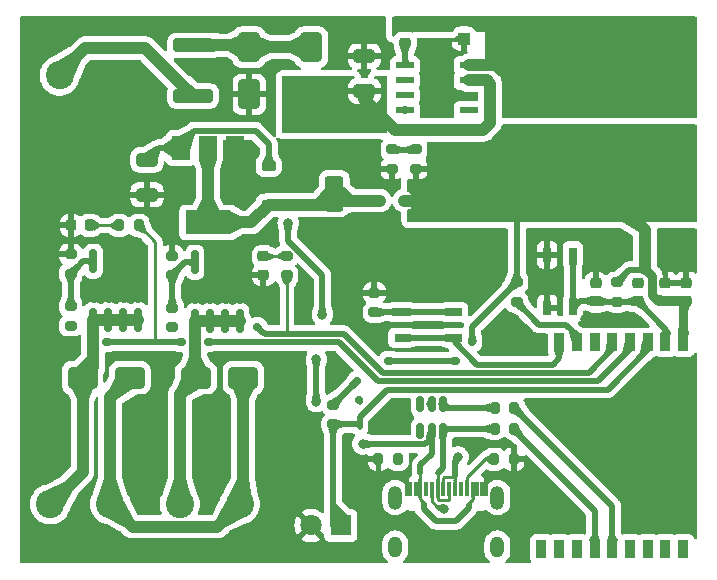
<source format=gbr>
%TF.GenerationSoftware,KiCad,Pcbnew,8.0.2*%
%TF.CreationDate,2024-05-12T21:13:41+02:00*%
%TF.ProjectId,irrigation,69727269-6761-4746-996f-6e2e6b696361,0.3*%
%TF.SameCoordinates,Original*%
%TF.FileFunction,Copper,L1,Top*%
%TF.FilePolarity,Positive*%
%FSLAX46Y46*%
G04 Gerber Fmt 4.6, Leading zero omitted, Abs format (unit mm)*
G04 Created by KiCad (PCBNEW 8.0.2) date 2024-05-12 21:13:41*
%MOMM*%
%LPD*%
G01*
G04 APERTURE LIST*
G04 Aperture macros list*
%AMRoundRect*
0 Rectangle with rounded corners*
0 $1 Rounding radius*
0 $2 $3 $4 $5 $6 $7 $8 $9 X,Y pos of 4 corners*
0 Add a 4 corners polygon primitive as box body*
4,1,4,$2,$3,$4,$5,$6,$7,$8,$9,$2,$3,0*
0 Add four circle primitives for the rounded corners*
1,1,$1+$1,$2,$3*
1,1,$1+$1,$4,$5*
1,1,$1+$1,$6,$7*
1,1,$1+$1,$8,$9*
0 Add four rect primitives between the rounded corners*
20,1,$1+$1,$2,$3,$4,$5,0*
20,1,$1+$1,$4,$5,$6,$7,0*
20,1,$1+$1,$6,$7,$8,$9,0*
20,1,$1+$1,$8,$9,$2,$3,0*%
G04 Aperture macros list end*
%TA.AperFunction,SMDPad,CuDef*%
%ADD10RoundRect,0.250000X0.650000X-1.000000X0.650000X1.000000X-0.650000X1.000000X-0.650000X-1.000000X0*%
%TD*%
%TA.AperFunction,SMDPad,CuDef*%
%ADD11RoundRect,0.200000X0.200000X0.275000X-0.200000X0.275000X-0.200000X-0.275000X0.200000X-0.275000X0*%
%TD*%
%TA.AperFunction,SMDPad,CuDef*%
%ADD12RoundRect,0.200000X0.275000X-0.200000X0.275000X0.200000X-0.275000X0.200000X-0.275000X-0.200000X0*%
%TD*%
%TA.AperFunction,SMDPad,CuDef*%
%ADD13R,7.000000X5.000000*%
%TD*%
%TA.AperFunction,SMDPad,CuDef*%
%ADD14RoundRect,0.225000X-0.250000X0.225000X-0.250000X-0.225000X0.250000X-0.225000X0.250000X0.225000X0*%
%TD*%
%TA.AperFunction,ComponentPad*%
%ADD15C,2.400000*%
%TD*%
%TA.AperFunction,ComponentPad*%
%ADD16R,1.800000X1.800000*%
%TD*%
%TA.AperFunction,ComponentPad*%
%ADD17C,1.800000*%
%TD*%
%TA.AperFunction,SMDPad,CuDef*%
%ADD18RoundRect,0.250000X-0.550000X1.250000X-0.550000X-1.250000X0.550000X-1.250000X0.550000X1.250000X0*%
%TD*%
%TA.AperFunction,SMDPad,CuDef*%
%ADD19RoundRect,0.218750X0.256250X-0.218750X0.256250X0.218750X-0.256250X0.218750X-0.256250X-0.218750X0*%
%TD*%
%TA.AperFunction,SMDPad,CuDef*%
%ADD20RoundRect,0.225000X0.250000X-0.225000X0.250000X0.225000X-0.250000X0.225000X-0.250000X-0.225000X0*%
%TD*%
%TA.AperFunction,SMDPad,CuDef*%
%ADD21R,1.300000X0.700000*%
%TD*%
%TA.AperFunction,SMDPad,CuDef*%
%ADD22RoundRect,0.250000X0.300000X0.300000X-0.300000X0.300000X-0.300000X-0.300000X0.300000X-0.300000X0*%
%TD*%
%TA.AperFunction,SMDPad,CuDef*%
%ADD23RoundRect,0.150000X-0.150000X0.512500X-0.150000X-0.512500X0.150000X-0.512500X0.150000X0.512500X0*%
%TD*%
%TA.AperFunction,SMDPad,CuDef*%
%ADD24R,1.550000X0.600000*%
%TD*%
%TA.AperFunction,ComponentPad*%
%ADD25C,0.600000*%
%TD*%
%TA.AperFunction,SMDPad,CuDef*%
%ADD26R,2.600000X3.100000*%
%TD*%
%TA.AperFunction,SMDPad,CuDef*%
%ADD27R,2.950000X4.500000*%
%TD*%
%TA.AperFunction,SMDPad,CuDef*%
%ADD28RoundRect,0.218750X-0.218750X-0.256250X0.218750X-0.256250X0.218750X0.256250X-0.218750X0.256250X0*%
%TD*%
%TA.AperFunction,SMDPad,CuDef*%
%ADD29RoundRect,0.250000X-0.650000X0.325000X-0.650000X-0.325000X0.650000X-0.325000X0.650000X0.325000X0*%
%TD*%
%TA.AperFunction,SMDPad,CuDef*%
%ADD30RoundRect,0.150000X-0.150000X0.825000X-0.150000X-0.825000X0.150000X-0.825000X0.150000X0.825000X0*%
%TD*%
%TA.AperFunction,SMDPad,CuDef*%
%ADD31RoundRect,0.112500X0.187500X0.112500X-0.187500X0.112500X-0.187500X-0.112500X0.187500X-0.112500X0*%
%TD*%
%TA.AperFunction,SMDPad,CuDef*%
%ADD32RoundRect,0.200000X-0.275000X0.200000X-0.275000X-0.200000X0.275000X-0.200000X0.275000X0.200000X0*%
%TD*%
%TA.AperFunction,SMDPad,CuDef*%
%ADD33RoundRect,0.112500X-0.112500X0.187500X-0.112500X-0.187500X0.112500X-0.187500X0.112500X0.187500X0*%
%TD*%
%TA.AperFunction,SMDPad,CuDef*%
%ADD34RoundRect,0.225000X-0.375000X0.225000X-0.375000X-0.225000X0.375000X-0.225000X0.375000X0.225000X0*%
%TD*%
%TA.AperFunction,SMDPad,CuDef*%
%ADD35R,0.700000X1.300000*%
%TD*%
%TA.AperFunction,SMDPad,CuDef*%
%ADD36RoundRect,0.250000X0.650000X-0.325000X0.650000X0.325000X-0.650000X0.325000X-0.650000X-0.325000X0*%
%TD*%
%TA.AperFunction,SMDPad,CuDef*%
%ADD37RoundRect,0.200000X-0.200000X-0.275000X0.200000X-0.275000X0.200000X0.275000X-0.200000X0.275000X0*%
%TD*%
%TA.AperFunction,SMDPad,CuDef*%
%ADD38RoundRect,0.250000X1.450000X-0.312500X1.450000X0.312500X-1.450000X0.312500X-1.450000X-0.312500X0*%
%TD*%
%TA.AperFunction,SMDPad,CuDef*%
%ADD39RoundRect,0.250000X1.000000X0.650000X-1.000000X0.650000X-1.000000X-0.650000X1.000000X-0.650000X0*%
%TD*%
%TA.AperFunction,ComponentPad*%
%ADD40O,1.200000X2.000000*%
%TD*%
%TA.AperFunction,ComponentPad*%
%ADD41O,1.200000X1.800000*%
%TD*%
%TA.AperFunction,SMDPad,CuDef*%
%ADD42R,0.300000X1.300000*%
%TD*%
%TA.AperFunction,SMDPad,CuDef*%
%ADD43R,1.500000X2.000000*%
%TD*%
%TA.AperFunction,SMDPad,CuDef*%
%ADD44R,3.800000X2.000000*%
%TD*%
%TA.AperFunction,SMDPad,CuDef*%
%ADD45R,0.900000X1.500000*%
%TD*%
%TA.AperFunction,SMDPad,CuDef*%
%ADD46R,0.700000X0.700000*%
%TD*%
%TA.AperFunction,SMDPad,CuDef*%
%ADD47RoundRect,0.250000X-0.550000X1.500000X-0.550000X-1.500000X0.550000X-1.500000X0.550000X1.500000X0*%
%TD*%
%TA.AperFunction,ViaPad*%
%ADD48C,0.800000*%
%TD*%
%TA.AperFunction,ViaPad*%
%ADD49C,0.700000*%
%TD*%
%TA.AperFunction,Conductor*%
%ADD50C,0.500000*%
%TD*%
%TA.AperFunction,Conductor*%
%ADD51C,0.250000*%
%TD*%
%TA.AperFunction,Conductor*%
%ADD52C,1.000000*%
%TD*%
%TA.AperFunction,Conductor*%
%ADD53C,0.800000*%
%TD*%
G04 APERTURE END LIST*
D10*
%TO.P,D3,1,K*%
%TO.N,+12V*%
X135750000Y-41500000D03*
%TO.P,D3,2,A*%
%TO.N,Net-(D2-A2)*%
X135750000Y-37500000D03*
%TD*%
D11*
%TO.P,R15,1*%
%TO.N,Net-(J4-CC1)*%
X143100000Y-72400000D03*
%TO.P,R15,2*%
%TO.N,GND*%
X141450000Y-72400000D03*
%TD*%
D12*
%TO.P,R4,1*%
%TO.N,Net-(Q1-G)*%
X115395000Y-56700000D03*
%TO.P,R4,2*%
%TO.N,GND*%
X115395000Y-55050000D03*
%TD*%
D13*
%TO.P,L1,1,1*%
%TO.N,Net-(D1-K)*%
X160500000Y-37900000D03*
%TO.P,L1,2,2*%
%TO.N,+3V3*%
X160500000Y-49500000D03*
%TD*%
D14*
%TO.P,C6,1*%
%TO.N,GND*%
X159850000Y-57475000D03*
%TO.P,C6,2*%
%TO.N,/EN*%
X159850000Y-59025000D03*
%TD*%
D12*
%TO.P,R1,1*%
%TO.N,GND*%
X142600000Y-47800000D03*
%TO.P,R1,2*%
%TO.N,Net-(U1-VSENSE)*%
X142600000Y-46150000D03*
%TD*%
%TO.P,R9,1*%
%TO.N,Net-(R9-Pad1)*%
X141100000Y-59950000D03*
%TO.P,R9,2*%
%TO.N,GND*%
X141100000Y-58300000D03*
%TD*%
D15*
%TO.P,J1,1,Pin_1*%
%TO.N,Net-(J1-Pin_1)*%
X114459000Y-39900000D03*
%TO.P,J1,2,Pin_2*%
%TO.N,GND*%
X119539000Y-39900000D03*
%TD*%
D12*
%TO.P,R10,1*%
%TO.N,/GPIO5*%
X115395000Y-61100000D03*
%TO.P,R10,2*%
%TO.N,Net-(Q1-G)*%
X115395000Y-59450000D03*
%TD*%
D16*
%TO.P,J5,1,Pin_1*%
%TO.N,/GPIO4*%
X138270000Y-78000000D03*
D17*
%TO.P,J5,2,Pin_2*%
%TO.N,GND*%
X135730000Y-78000000D03*
%TD*%
D12*
%TO.P,R6,1*%
%TO.N,/GPIO6*%
X133700000Y-56825000D03*
%TO.P,R6,2*%
%TO.N,Net-(D7-A)*%
X133700000Y-55175000D03*
%TD*%
D18*
%TO.P,C4,1*%
%TO.N,Net-(D4-A)*%
X137700000Y-49900000D03*
%TO.P,C4,2*%
%TO.N,GND*%
X137700000Y-54300000D03*
%TD*%
D19*
%TO.P,D7,1,K*%
%TO.N,GND*%
X131700000Y-56800000D03*
%TO.P,D7,2,A*%
%TO.N,Net-(D7-A)*%
X131700000Y-55225000D03*
%TD*%
D20*
%TO.P,C7,1*%
%TO.N,/EN*%
X163400000Y-59000000D03*
%TO.P,C7,2*%
%TO.N,GND*%
X163400000Y-57450000D03*
%TD*%
D21*
%TO.P,SW2,1,1*%
%TO.N,Net-(R9-Pad1)*%
X143400000Y-59950000D03*
%TO.P,SW2,2,2*%
X147900000Y-59950000D03*
%TO.P,SW2,3,K*%
%TO.N,Net-(SW2-A)*%
X143400000Y-62100000D03*
%TO.P,SW2,4,A*%
X147900000Y-62100000D03*
%TD*%
D22*
%TO.P,D1,1,K*%
%TO.N,Net-(D1-K)*%
X151500000Y-36800000D03*
%TO.P,D1,2,A*%
%TO.N,GND*%
X148700000Y-36800000D03*
%TD*%
D20*
%TO.P,C9,1*%
%TO.N,+3V3*%
X167500000Y-59000000D03*
%TO.P,C9,2*%
%TO.N,GND*%
X167500000Y-57450000D03*
%TD*%
D23*
%TO.P,U3,1,IO1*%
%TO.N,/USB_D+*%
X146900000Y-67725000D03*
%TO.P,U3,2,VN*%
%TO.N,GND*%
X145950000Y-67725000D03*
%TO.P,U3,3,IO2*%
%TO.N,unconnected-(U3-IO2-Pad3)*%
X145000000Y-67725000D03*
%TO.P,U3,4,IO3*%
%TO.N,unconnected-(U3-IO3-Pad4)*%
X145000000Y-70000000D03*
%TO.P,U3,5,VP*%
%TO.N,/USB_VBUS*%
X145950000Y-70000000D03*
%TO.P,U3,6,IO4*%
%TO.N,/USB_D-*%
X146900000Y-70000000D03*
%TD*%
D12*
%TO.P,R11,1*%
%TO.N,/GPIO6*%
X124000000Y-61200000D03*
%TO.P,R11,2*%
%TO.N,Net-(Q2-G)*%
X124000000Y-59550000D03*
%TD*%
D24*
%TO.P,U1,1,BOOT*%
%TO.N,Net-(U1-BOOT)*%
X143700000Y-39045000D03*
%TO.P,U1,2,NC*%
%TO.N,unconnected-(U1-NC-Pad2)*%
X143700000Y-40315000D03*
%TO.P,U1,3,NC*%
%TO.N,unconnected-(U1-NC-Pad3)*%
X143700000Y-41585000D03*
%TO.P,U1,4,VSENSE*%
%TO.N,Net-(U1-VSENSE)*%
X143700000Y-42855000D03*
%TO.P,U1,5,EN*%
%TO.N,unconnected-(U1-EN-Pad5)*%
X149100000Y-42855000D03*
%TO.P,U1,6,GND*%
%TO.N,GND*%
X149100000Y-41585000D03*
%TO.P,U1,7,VIN*%
%TO.N,+12V*%
X149100000Y-40315000D03*
%TO.P,U1,8,PH*%
%TO.N,Net-(D1-K)*%
X149100000Y-39045000D03*
D25*
%TO.P,U1,9,GNDPAD*%
%TO.N,GND*%
X145800000Y-39150000D03*
X145800000Y-40350000D03*
X145800000Y-41650000D03*
X145800000Y-42750000D03*
D26*
X146400000Y-40950000D03*
D27*
X146400000Y-40950000D03*
D25*
X147000000Y-39150000D03*
X147000000Y-40350000D03*
X147000000Y-41650000D03*
X147000000Y-42750000D03*
%TD*%
D28*
%TO.P,D6,1,K*%
%TO.N,GND*%
X115425000Y-52600000D03*
%TO.P,D6,2,A*%
%TO.N,Net-(D6-A)*%
X117000000Y-52600000D03*
%TD*%
D15*
%TO.P,J3,1,Pin_1*%
%TO.N,+12V*%
X129700000Y-76200000D03*
%TO.P,J3,2,Pin_2*%
%TO.N,Net-(D9-A)*%
X124620000Y-76200000D03*
%TD*%
%TO.P,J2,1,Pin_1*%
%TO.N,+12V*%
X118740000Y-76200000D03*
%TO.P,J2,2,Pin_2*%
%TO.N,Net-(D8-A)*%
X113660000Y-76200000D03*
%TD*%
D29*
%TO.P,C3,1*%
%TO.N,/USB_VBUS*%
X121850000Y-47050000D03*
%TO.P,C3,2*%
%TO.N,GND*%
X121850000Y-50000000D03*
%TD*%
D20*
%TO.P,C8,1*%
%TO.N,+3V3*%
X165730000Y-59000000D03*
%TO.P,C8,2*%
%TO.N,GND*%
X165730000Y-57450000D03*
%TD*%
D30*
%TO.P,Q1,1,S*%
%TO.N,GND*%
X121105000Y-55625000D03*
%TO.P,Q1,2,S*%
X119835000Y-55625000D03*
%TO.P,Q1,3,S*%
X118565000Y-55625000D03*
%TO.P,Q1,4,G*%
%TO.N,Net-(Q1-G)*%
X117295000Y-55625000D03*
%TO.P,Q1,5,D*%
%TO.N,Net-(D8-A)*%
X117295000Y-60575000D03*
%TO.P,Q1,6,D*%
X118565000Y-60575000D03*
%TO.P,Q1,7,D*%
X119835000Y-60575000D03*
%TO.P,Q1,8,D*%
X121105000Y-60575000D03*
%TD*%
%TO.P,Q2,1,S*%
%TO.N,GND*%
X129725000Y-55725000D03*
%TO.P,Q2,2,S*%
X128455000Y-55725000D03*
%TO.P,Q2,3,S*%
X127185000Y-55725000D03*
%TO.P,Q2,4,G*%
%TO.N,Net-(Q2-G)*%
X125915000Y-55725000D03*
%TO.P,Q2,5,D*%
%TO.N,Net-(D9-A)*%
X125915000Y-60675000D03*
%TO.P,Q2,6,D*%
X127185000Y-60675000D03*
%TO.P,Q2,7,D*%
X128455000Y-60675000D03*
%TO.P,Q2,8,D*%
X129725000Y-60675000D03*
%TD*%
D31*
%TO.P,D5,1,K*%
%TO.N,+3V3*%
X143650000Y-50500000D03*
%TO.P,D5,2,A*%
%TO.N,Net-(D4-A)*%
X141550000Y-50500000D03*
%TD*%
D32*
%TO.P,R8,1*%
%TO.N,+3V3*%
X161650000Y-57425000D03*
%TO.P,R8,2*%
%TO.N,/EN*%
X161650000Y-59075000D03*
%TD*%
D11*
%TO.P,R14,1*%
%TO.N,Net-(U4-GPIO18{slash}USB_D-)*%
X152925000Y-69800000D03*
%TO.P,R14,2*%
%TO.N,/USB_D-*%
X151275000Y-69800000D03*
%TD*%
D33*
%TO.P,D10,1,A1*%
%TO.N,GND*%
X139850000Y-67450000D03*
%TO.P,D10,2,A2*%
%TO.N,/GPIO4*%
X139850000Y-69550000D03*
%TD*%
D11*
%TO.P,R12,1*%
%TO.N,Net-(U4-GPIO19{slash}USB_D+)*%
X152925000Y-68050000D03*
%TO.P,R12,2*%
%TO.N,/USB_D+*%
X151275000Y-68050000D03*
%TD*%
D34*
%TO.P,D4,1,K*%
%TO.N,/USB_VBUS*%
X132150000Y-47550000D03*
%TO.P,D4,2,A*%
%TO.N,Net-(D4-A)*%
X132150000Y-50850000D03*
%TD*%
D35*
%TO.P,SW1,1,1*%
%TO.N,GND*%
X155750000Y-59600000D03*
%TO.P,SW1,2,2*%
X155750000Y-55100000D03*
%TO.P,SW1,3,K*%
%TO.N,/EN*%
X157900000Y-59600000D03*
%TO.P,SW1,4,A*%
X157900000Y-55100000D03*
%TD*%
D36*
%TO.P,C2,1*%
%TO.N,+12V*%
X140250000Y-41225000D03*
%TO.P,C2,2*%
%TO.N,GND*%
X140250000Y-38275000D03*
%TD*%
D37*
%TO.P,R16,1*%
%TO.N,Net-(J4-CC2)*%
X151250000Y-72400000D03*
%TO.P,R16,2*%
%TO.N,GND*%
X152900000Y-72400000D03*
%TD*%
D12*
%TO.P,R2,1*%
%TO.N,+3V3*%
X144600000Y-47800000D03*
%TO.P,R2,2*%
%TO.N,Net-(U1-VSENSE)*%
X144600000Y-46150000D03*
%TD*%
D38*
%TO.P,F1,1*%
%TO.N,Net-(J1-Pin_1)*%
X125750000Y-41637500D03*
%TO.P,F1,2*%
%TO.N,Net-(D2-A2)*%
X125750000Y-37362500D03*
%TD*%
D11*
%TO.P,R3,1*%
%TO.N,/GPIO5*%
X121150000Y-52600000D03*
%TO.P,R3,2*%
%TO.N,Net-(D6-A)*%
X119500000Y-52600000D03*
%TD*%
D10*
%TO.P,D2,1,A1*%
%TO.N,GND*%
X130500000Y-41500000D03*
%TO.P,D2,2,A2*%
%TO.N,Net-(D2-A2)*%
X130500000Y-37500000D03*
%TD*%
D12*
%TO.P,R5,1*%
%TO.N,Net-(Q2-G)*%
X124000000Y-56800000D03*
%TO.P,R5,2*%
%TO.N,GND*%
X124000000Y-55150000D03*
%TD*%
D32*
%TO.P,R7,1*%
%TO.N,+3V3*%
X153150000Y-57425000D03*
%TO.P,R7,2*%
%TO.N,Net-(U4-GPIO8)*%
X153150000Y-59075000D03*
%TD*%
D20*
%TO.P,C1,1*%
%TO.N,Net-(U1-BOOT)*%
X143700000Y-37150000D03*
%TO.P,C1,2*%
%TO.N,Net-(D1-K)*%
X143700000Y-35600000D03*
%TD*%
D39*
%TO.P,D8,1,K*%
%TO.N,+12V*%
X120400000Y-65500000D03*
%TO.P,D8,2,A*%
%TO.N,Net-(D8-A)*%
X116400000Y-65500000D03*
%TD*%
D40*
%TO.P,J4,0*%
%TO.N,N/C*%
X142875000Y-75645500D03*
%TO.P,J4,1*%
X151525000Y-75645500D03*
D41*
%TO.P,J4,2*%
X151525000Y-79825500D03*
%TO.P,J4,3*%
X142875000Y-79825500D03*
D42*
%TO.P,J4,A1,GND*%
%TO.N,GND*%
X143850000Y-74877500D03*
%TO.P,J4,A4,VBUS*%
%TO.N,/USB_VBUS*%
X144650000Y-74877500D03*
%TO.P,J4,A5,CC1*%
%TO.N,Net-(J4-CC1)*%
X145950000Y-74877500D03*
%TO.P,J4,A6,D+*%
%TO.N,/USB_D+*%
X146950000Y-74877500D03*
%TO.P,J4,A7,D-*%
%TO.N,/USB_D-*%
X147450000Y-74877500D03*
%TO.P,J4,A8,SBU1*%
%TO.N,unconnected-(J4-SBU1-PadA8)*%
X148450000Y-74877500D03*
%TO.P,J4,A9,VBUS*%
%TO.N,/USB_VBUS*%
X149750000Y-74877500D03*
%TO.P,J4,A12,GND*%
%TO.N,GND*%
X150550000Y-74877500D03*
%TO.P,J4,B1,GND*%
X150250000Y-74877500D03*
%TO.P,J4,B4,VBUS*%
%TO.N,/USB_VBUS*%
X149450000Y-74877500D03*
%TO.P,J4,B5,CC2*%
%TO.N,Net-(J4-CC2)*%
X148950000Y-74877500D03*
%TO.P,J4,B6,D+*%
%TO.N,/USB_D+*%
X147950000Y-74877500D03*
%TO.P,J4,B7,D-*%
%TO.N,/USB_D-*%
X146450000Y-74877500D03*
%TO.P,J4,B8,SBU2*%
%TO.N,unconnected-(J4-SBU2-PadB8)*%
X145450000Y-74877500D03*
%TO.P,J4,B9,VBUS*%
%TO.N,/USB_VBUS*%
X144950000Y-74877500D03*
%TO.P,J4,B12,GND*%
%TO.N,GND*%
X144150000Y-74877500D03*
%TD*%
D43*
%TO.P,U2,1,GND*%
%TO.N,GND*%
X129300000Y-46050000D03*
%TO.P,U2,2,VO*%
%TO.N,Net-(D4-A)*%
X127000000Y-46050000D03*
D44*
X127000000Y-52350000D03*
D43*
%TO.P,U2,3,VI*%
%TO.N,/USB_VBUS*%
X124700000Y-46050000D03*
%TD*%
D12*
%TO.P,R13,1*%
%TO.N,/GPIO4*%
X137600000Y-69450000D03*
%TO.P,R13,2*%
%TO.N,+3V3*%
X137600000Y-67800000D03*
%TD*%
D39*
%TO.P,D9,1,K*%
%TO.N,+12V*%
X130000000Y-65500000D03*
%TO.P,D9,2,A*%
%TO.N,Net-(D9-A)*%
X126000000Y-65500000D03*
%TD*%
D45*
%TO.P,U4,1,3V3*%
%TO.N,+3V3*%
X167250000Y-62500000D03*
%TO.P,U4,2,EN/CHIP_PU*%
%TO.N,/EN*%
X165750000Y-62500000D03*
%TO.P,U4,3,GPIO4/ADC1_CH4*%
%TO.N,/GPIO4*%
X164250000Y-62500000D03*
%TO.P,U4,4,GPIO5/ADC2_CH0*%
%TO.N,/GPIO5*%
X162750000Y-62500000D03*
%TO.P,U4,5,GPIO6*%
%TO.N,/GPIO6*%
X161250000Y-62500000D03*
%TO.P,U4,6,GPIO7*%
%TO.N,/GPIO7*%
X159750000Y-62500000D03*
%TO.P,U4,7,GPIO8*%
%TO.N,Net-(U4-GPIO8)*%
X158250000Y-62500000D03*
%TO.P,U4,8,GPIO9*%
%TO.N,Net-(SW2-A)*%
X156750000Y-62500000D03*
%TO.P,U4,9,GND*%
%TO.N,GND*%
X155250000Y-62500000D03*
%TO.P,U4,10,GPIO10*%
%TO.N,/GPIO10*%
X155250000Y-80000000D03*
%TO.P,U4,11,GPIO20/U0RXD*%
%TO.N,/UART_Rx*%
X156750000Y-80000000D03*
%TO.P,U4,12,GPIO21/U0TXD*%
%TO.N,/UART_Tx*%
X158250000Y-80000000D03*
%TO.P,U4,13,GPIO18/USB_D-*%
%TO.N,Net-(U4-GPIO18{slash}USB_D-)*%
X159750000Y-80000000D03*
%TO.P,U4,14,GPIO19/USB_D+*%
%TO.N,Net-(U4-GPIO19{slash}USB_D+)*%
X161250000Y-80000000D03*
%TO.P,U4,15,GPIO3/ADC1_CH3*%
%TO.N,/GPIO3*%
X162750000Y-80000000D03*
%TO.P,U4,16,GPIO2/ADC1_CH2*%
%TO.N,/GPIO2*%
X164250000Y-80000000D03*
%TO.P,U4,17,GPIO1/ADC1_CH1/XTAL_32K_N*%
%TO.N,/GPIO1*%
X165750000Y-80000000D03*
%TO.P,U4,18,GPIO0/ADC1_CH0/XTAL_32K_P*%
%TO.N,/GPIO0*%
X167250000Y-80000000D03*
D46*
%TO.P,U4,19,GND*%
%TO.N,GND*%
X162150000Y-71110000D03*
X161050000Y-71110000D03*
X159950000Y-71110000D03*
X162150000Y-72160000D03*
X161050000Y-72160000D03*
X159950000Y-72160000D03*
X162150000Y-73310000D03*
X161050000Y-73310000D03*
X159950000Y-73310000D03*
%TD*%
D47*
%TO.P,C5,1*%
%TO.N,+3V3*%
X148600000Y-49400000D03*
%TO.P,C5,2*%
%TO.N,GND*%
X148600000Y-54800000D03*
%TD*%
D48*
%TO.N,/USB_VBUS*%
X133800000Y-52400000D03*
X136700000Y-60200000D03*
X140100689Y-71100689D03*
X136184668Y-67515332D03*
X132150000Y-47550000D03*
X136184668Y-63900000D03*
D49*
%TO.N,GND*%
X163300000Y-69100000D03*
X127200000Y-55300000D03*
X129700000Y-58000000D03*
D48*
X140200000Y-38300000D03*
D49*
X159900000Y-71100000D03*
D48*
X118600000Y-50000000D03*
D49*
X129700000Y-57100000D03*
X163300000Y-71100000D03*
X159900000Y-72200000D03*
D48*
X124700000Y-49200000D03*
D49*
X129700000Y-55300000D03*
X161100000Y-71100000D03*
X152900000Y-72400000D03*
X119895000Y-56100000D03*
D48*
X145900000Y-67700000D03*
D49*
X162200000Y-70100000D03*
X127200000Y-56200000D03*
X163400000Y-57500000D03*
D48*
X117400000Y-48700000D03*
D49*
X164400000Y-69100000D03*
X155800000Y-59600000D03*
X121095000Y-55200000D03*
D48*
X142400000Y-68900000D03*
D49*
X167500000Y-57500000D03*
X164400000Y-70100000D03*
X125900000Y-58900000D03*
X159900000Y-73300000D03*
X148600000Y-53900000D03*
X129700000Y-56200000D03*
D48*
X118600000Y-48700000D03*
D49*
X164400000Y-73300000D03*
X161100000Y-70100000D03*
X119895000Y-55200000D03*
X118600000Y-57000000D03*
X124000000Y-55200000D03*
X139800000Y-67400000D03*
X128500000Y-58900000D03*
X163300000Y-70100000D03*
X119900000Y-58800000D03*
X128500000Y-57100000D03*
D48*
X137700000Y-64800000D03*
D49*
X119900000Y-57000000D03*
X161100000Y-69100000D03*
D48*
X130500000Y-41500000D03*
X158950000Y-60500000D03*
X116150000Y-48700000D03*
D49*
X165700000Y-57500000D03*
X137700000Y-54300000D03*
X155800000Y-55100000D03*
X159900000Y-69100000D03*
X127200000Y-58000000D03*
X162200000Y-73300000D03*
X142600000Y-55900000D03*
X148600000Y-55700000D03*
X137700000Y-53400000D03*
X137700000Y-55300000D03*
X162200000Y-72200000D03*
X125900000Y-58000000D03*
X164400000Y-72200000D03*
X121100000Y-57900000D03*
X121100000Y-58800000D03*
X128500000Y-56200000D03*
X155200000Y-62800000D03*
X117400000Y-57900000D03*
X164400000Y-71100000D03*
X119900000Y-57900000D03*
X123200000Y-65550000D03*
X142600000Y-54900000D03*
X115400000Y-55100000D03*
X148600000Y-54800000D03*
X159800000Y-57500000D03*
D48*
X148700000Y-36800000D03*
D49*
X118600000Y-58800000D03*
X131700000Y-56800000D03*
D48*
X129350000Y-46500000D03*
D49*
X127200000Y-58900000D03*
D48*
X129350000Y-45600000D03*
D49*
X161100000Y-73300000D03*
X118595000Y-56000000D03*
D48*
X116150000Y-50000000D03*
D49*
X155200000Y-62100000D03*
D48*
X117400000Y-50000000D03*
D49*
X161100000Y-72200000D03*
X121095000Y-56100000D03*
X162200000Y-71100000D03*
X163300000Y-73300000D03*
X128500000Y-55300000D03*
X121100000Y-57000000D03*
D48*
X135200000Y-57900000D03*
D49*
X127200000Y-57100000D03*
X122200000Y-50000000D03*
X141400000Y-72400000D03*
X117400000Y-58800000D03*
X129700000Y-58900000D03*
X141100000Y-58300000D03*
X162200000Y-69100000D03*
X115400000Y-52600000D03*
X118600000Y-57900000D03*
X128500000Y-58000000D03*
D48*
X130500000Y-42300000D03*
X130500000Y-40700000D03*
D49*
X142600000Y-53900000D03*
D48*
X124700000Y-50200000D03*
D49*
X121500000Y-50000000D03*
X159900000Y-70100000D03*
X163300000Y-72200000D03*
X118595000Y-55200000D03*
D48*
X124700000Y-48300000D03*
%TO.N,+12V*%
X135250000Y-40750000D03*
X136250000Y-40750000D03*
X135250000Y-41500000D03*
X136250000Y-41500000D03*
X136250000Y-42250000D03*
X135250000Y-42250000D03*
D49*
%TO.N,+3V3*%
X139650000Y-65750000D03*
X148000000Y-64050000D03*
X142250000Y-64050000D03*
X149400000Y-62500000D03*
%TO.N,/GPIO6*%
X124000000Y-61200000D03*
X131200000Y-61200000D03*
D48*
%TO.N,/USB_D+*%
X148200000Y-72200000D03*
X146900000Y-67700000D03*
D49*
%TO.N,/GPIO5*%
X127000000Y-62500000D03*
X118400000Y-62500000D03*
X124800000Y-62500000D03*
X115395000Y-61100000D03*
D48*
%TO.N,Net-(J4-CC1)*%
X143100000Y-72400000D03*
X147000000Y-76600000D03*
D49*
%TO.N,Net-(U1-VSENSE)*%
X142600000Y-46175000D03*
X143700000Y-42800000D03*
%TD*%
D50*
%TO.N,/USB_VBUS*%
X132150000Y-47550000D02*
X132150000Y-45693796D01*
D51*
X149100000Y-76085547D02*
X149450000Y-75735547D01*
D50*
X145300000Y-76600000D02*
X146300000Y-77600000D01*
X124700000Y-45701000D02*
X124700000Y-46050000D01*
X122850000Y-46050000D02*
X121850000Y-47050000D01*
X132150000Y-45693796D02*
X131056704Y-44600500D01*
X146300000Y-77600000D02*
X148000000Y-77600000D01*
X140112000Y-71112000D02*
X145398321Y-71112000D01*
X145950000Y-70560321D02*
X145950000Y-70000000D01*
X145950000Y-71956468D02*
X145000000Y-72906468D01*
X136700000Y-56781468D02*
X133800000Y-53881468D01*
X125800500Y-44600500D02*
X124700000Y-45701000D01*
D51*
X144950000Y-74877500D02*
X144950000Y-73650000D01*
X145300000Y-76200000D02*
X145300000Y-76085547D01*
D50*
X145950000Y-70000000D02*
X145950000Y-71956468D01*
D51*
X145300000Y-76085547D02*
X144950000Y-75735547D01*
D50*
X136184668Y-63900000D02*
X136184668Y-67515332D01*
D51*
X149450000Y-75735547D02*
X149450000Y-74877500D01*
D50*
X145398321Y-71112000D02*
X145950000Y-70560321D01*
X145300000Y-76200000D02*
X145300000Y-76600000D01*
D51*
X149100000Y-76300000D02*
X149100000Y-76085547D01*
D50*
X133800000Y-53881468D02*
X133800000Y-52400000D01*
X140100689Y-71100689D02*
X140112000Y-71112000D01*
D51*
X144650000Y-74877500D02*
X144950000Y-74877500D01*
D50*
X136700000Y-60200000D02*
X136700000Y-56781468D01*
X148000000Y-77600000D02*
X149100000Y-76500000D01*
X131056704Y-44600500D02*
X125800500Y-44600500D01*
X124700000Y-46050000D02*
X122850000Y-46050000D01*
D51*
X149750000Y-74877500D02*
X149450000Y-74877500D01*
D50*
X145000000Y-72906468D02*
X145000000Y-73600000D01*
X149100000Y-76500000D02*
X149100000Y-76300000D01*
D51*
X144950000Y-75735547D02*
X144950000Y-74877500D01*
%TO.N,GND*%
X143850000Y-74877500D02*
X144150000Y-74877500D01*
X150250000Y-74877500D02*
X150550000Y-74877500D01*
D52*
%TO.N,+12V*%
X129700000Y-76200000D02*
X127800500Y-78099500D01*
X150629500Y-40315000D02*
X149100000Y-40315000D01*
X140250000Y-41879000D02*
X142871000Y-44500000D01*
X130000000Y-75900000D02*
X130000000Y-65500000D01*
X150300000Y-44500000D02*
X150900000Y-43900000D01*
X118740000Y-76200000D02*
X118740000Y-67160000D01*
X150900000Y-43900000D02*
X150900000Y-40585500D01*
X118740000Y-67160000D02*
X120400000Y-65500000D01*
X120639500Y-78099500D02*
X118740000Y-76200000D01*
X127800500Y-78099500D02*
X120639500Y-78099500D01*
X140250000Y-41225000D02*
X140250000Y-41879000D01*
X129700000Y-76200000D02*
X130000000Y-75900000D01*
X142871000Y-44500000D02*
X150300000Y-44500000D01*
X150900000Y-40585500D02*
X150629500Y-40315000D01*
%TO.N,Net-(D1-K)*%
X152955000Y-39045000D02*
X153100000Y-38900000D01*
X149100000Y-39045000D02*
X152955000Y-39045000D01*
D53*
%TO.N,+3V3*%
X165730000Y-59000000D02*
X167500000Y-59000000D01*
X165100000Y-59000000D02*
X164600000Y-58500000D01*
D52*
X164000000Y-53000000D02*
X164000000Y-56300500D01*
D50*
X153150000Y-57400000D02*
X153150000Y-52050000D01*
X164128887Y-56400000D02*
X162675000Y-56400000D01*
X149400000Y-62500000D02*
X149400000Y-61175000D01*
X153150000Y-57420000D02*
X153140000Y-57410000D01*
X153150000Y-52050000D02*
X154100000Y-51100000D01*
D53*
X164600000Y-58500000D02*
X164600000Y-56871113D01*
D50*
X164279387Y-56550500D02*
X164128887Y-56400000D01*
D52*
X143650000Y-50500000D02*
X144800000Y-50500000D01*
D53*
X167250000Y-59250000D02*
X167500000Y-59000000D01*
X165730000Y-59000000D02*
X165100000Y-59000000D01*
D50*
X139650000Y-65750000D02*
X137600000Y-67800000D01*
X142250000Y-64050000D02*
X147980502Y-64050000D01*
X153150000Y-57425000D02*
X153150000Y-57420000D01*
X162675000Y-56400000D02*
X161650000Y-57425000D01*
D53*
X167250000Y-62500000D02*
X167250000Y-59250000D01*
D50*
X149400000Y-61175000D02*
X153150000Y-57425000D01*
X153140000Y-57410000D02*
X153150000Y-57400000D01*
D53*
X164600000Y-56871113D02*
X164279387Y-56550500D01*
D52*
X160500000Y-49500000D02*
X164000000Y-53000000D01*
D50*
X144800000Y-50500000D02*
X144900000Y-50400000D01*
D51*
%TO.N,Net-(D6-A)*%
X119500000Y-52600000D02*
X117000000Y-52600000D01*
D50*
%TO.N,/EN*%
X159900000Y-59075000D02*
X159850000Y-59025000D01*
X165750000Y-61350000D02*
X163400000Y-59000000D01*
X157900000Y-59600000D02*
X157900000Y-55100000D01*
X163325000Y-59075000D02*
X159900000Y-59075000D01*
X165750000Y-62500000D02*
X165750000Y-61350000D01*
X158475000Y-59025000D02*
X157900000Y-59600000D01*
X159850000Y-59025000D02*
X158475000Y-59025000D01*
X163400000Y-59000000D02*
X163325000Y-59075000D01*
D52*
%TO.N,Net-(D4-A)*%
X141550000Y-50500000D02*
X138300000Y-50500000D01*
X136750000Y-50850000D02*
X137700000Y-49900000D01*
X132150000Y-50850000D02*
X136750000Y-50850000D01*
X130650000Y-52350000D02*
X132150000Y-50850000D01*
X138300000Y-50500000D02*
X137700000Y-49900000D01*
X127000000Y-52350000D02*
X127000000Y-46050000D01*
X127000000Y-52350000D02*
X130650000Y-52350000D01*
D50*
%TO.N,/GPIO6*%
X161250000Y-63099000D02*
X161250000Y-62500000D01*
X131800000Y-61800000D02*
X138500000Y-61800000D01*
X159249000Y-65100000D02*
X161250000Y-63099000D01*
X138500000Y-61800000D02*
X141800000Y-65100000D01*
X131200000Y-61200000D02*
X131800000Y-61800000D01*
D51*
X133700000Y-56825000D02*
X133700000Y-61800000D01*
D50*
X141800000Y-65100000D02*
X159249000Y-65100000D01*
D51*
%TO.N,/USB_D+*%
X146950000Y-73977500D02*
X146950000Y-74877500D01*
X147950000Y-74877500D02*
X147950000Y-73928500D01*
D50*
X146900000Y-67725000D02*
X146900000Y-67700000D01*
D51*
X147950000Y-73928500D02*
X147924500Y-73903000D01*
X147924500Y-73903000D02*
X147024500Y-73903000D01*
X147024500Y-73903000D02*
X146950000Y-73977500D01*
D50*
X151275000Y-68050000D02*
X147225000Y-68050000D01*
X147225000Y-68050000D02*
X146900000Y-67725000D01*
X148200000Y-72200000D02*
X147897000Y-72503000D01*
X146875000Y-67700000D02*
X146900000Y-67725000D01*
X147897000Y-72503000D02*
X147897000Y-73778000D01*
X146900000Y-67700000D02*
X146875000Y-67700000D01*
%TO.N,/GPIO4*%
X139850000Y-68800000D02*
X142150000Y-66500000D01*
X160849000Y-66500000D02*
X164250000Y-63099000D01*
X142150000Y-66500000D02*
X160849000Y-66500000D01*
X137600000Y-69450000D02*
X139750000Y-69450000D01*
X139850000Y-69550000D02*
X139850000Y-68800000D01*
X137600000Y-77200000D02*
X137600000Y-69450000D01*
X164250000Y-63099000D02*
X164250000Y-62500000D01*
X139750000Y-69450000D02*
X139850000Y-69550000D01*
X138100000Y-77700000D02*
X137600000Y-77200000D01*
%TO.N,/GPIO5*%
X141410758Y-65800000D02*
X160049000Y-65800000D01*
X138110758Y-62500000D02*
X141410758Y-65800000D01*
X118400000Y-62500000D02*
X124800000Y-62500000D01*
X162750000Y-63099000D02*
X162750000Y-62500000D01*
X160049000Y-65800000D02*
X162750000Y-63099000D01*
D51*
X121150000Y-52600000D02*
X122550000Y-54000000D01*
X122550000Y-54000000D02*
X122550000Y-62450000D01*
D50*
X127000000Y-62500000D02*
X138110758Y-62500000D01*
%TO.N,Net-(U1-BOOT)*%
X143700000Y-37150000D02*
X143700000Y-39045000D01*
D52*
%TO.N,Net-(D2-A2)*%
X130500000Y-37500000D02*
X135750000Y-37500000D01*
X125750000Y-37362500D02*
X130362500Y-37362500D01*
X130362500Y-37362500D02*
X130500000Y-37500000D01*
D51*
%TO.N,Net-(D7-A)*%
X133650000Y-55225000D02*
X133700000Y-55175000D01*
X131700000Y-55225000D02*
X133650000Y-55225000D01*
D52*
%TO.N,Net-(J1-Pin_1)*%
X114459000Y-39900000D02*
X114459000Y-39761000D01*
X121712500Y-37600000D02*
X125750000Y-41637500D01*
X114459000Y-39761000D02*
X116620000Y-37600000D01*
X116620000Y-37600000D02*
X121712500Y-37600000D01*
D51*
%TO.N,Net-(J4-CC1)*%
X145950000Y-75962188D02*
X146587812Y-76600000D01*
X146587812Y-76600000D02*
X147000000Y-76600000D01*
X145950000Y-74877500D02*
X145950000Y-75962188D01*
%TO.N,Net-(J4-CC2)*%
X150478500Y-72400000D02*
X151250000Y-72400000D01*
X148950000Y-74877500D02*
X148950000Y-73928500D01*
X148950000Y-73928500D02*
X150478500Y-72400000D01*
D50*
%TO.N,Net-(U1-VSENSE)*%
X144575000Y-46175000D02*
X144600000Y-46150000D01*
X142600000Y-46175000D02*
X144575000Y-46175000D01*
%TO.N,Net-(U4-GPIO8)*%
X157349000Y-61000000D02*
X158250000Y-61901000D01*
X155075000Y-61000000D02*
X157349000Y-61000000D01*
X153150000Y-59075000D02*
X155075000Y-61000000D01*
X158250000Y-61901000D02*
X158250000Y-62500000D01*
%TO.N,Net-(U4-GPIO19{slash}USB_D+)*%
X161250000Y-76375000D02*
X161250000Y-80000000D01*
X152925000Y-68050000D02*
X161250000Y-76375000D01*
%TO.N,Net-(U4-GPIO18{slash}USB_D-)*%
X159750000Y-76750000D02*
X152925000Y-69925000D01*
X159750000Y-80000000D02*
X159750000Y-76750000D01*
X152925000Y-69925000D02*
X152925000Y-69800000D01*
%TO.N,Net-(SW2-A)*%
X149800500Y-64400500D02*
X147900000Y-62500000D01*
X156750000Y-63850000D02*
X156199500Y-64400500D01*
X156750000Y-62500000D02*
X156750000Y-63850000D01*
X147900000Y-62100000D02*
X143400000Y-62100000D01*
X147900000Y-62500000D02*
X147900000Y-62100000D01*
X156199500Y-64400500D02*
X149800500Y-64400500D01*
%TO.N,/USB_D-*%
X146900000Y-70000000D02*
X146900000Y-73100000D01*
X147100000Y-69800000D02*
X146900000Y-70000000D01*
X151275000Y-69800000D02*
X147100000Y-69800000D01*
D51*
X146450000Y-75826500D02*
X146450000Y-74877500D01*
X147450000Y-75826500D02*
X147401000Y-75875500D01*
X147450000Y-74877500D02*
X147450000Y-75826500D01*
X147401000Y-75875500D02*
X146499000Y-75875500D01*
X146450000Y-74877500D02*
X146450000Y-73550000D01*
X146499000Y-75875500D02*
X146450000Y-75826500D01*
D50*
X146900000Y-73100000D02*
X146450000Y-73550000D01*
D52*
%TO.N,Net-(D9-A)*%
X124620000Y-66880000D02*
X124620000Y-76200000D01*
X125915000Y-60675000D02*
X125915000Y-65415000D01*
X129725000Y-60675000D02*
X125915000Y-60675000D01*
X126000000Y-65500000D02*
X124620000Y-66880000D01*
X125915000Y-65415000D02*
X126000000Y-65500000D01*
%TO.N,Net-(D8-A)*%
X117295000Y-60575000D02*
X117295000Y-64605000D01*
X117295000Y-64605000D02*
X116400000Y-65500000D01*
X117295000Y-60575000D02*
X121105000Y-60575000D01*
X116400000Y-73460000D02*
X113660000Y-76200000D01*
X116400000Y-65500000D02*
X116400000Y-73460000D01*
D50*
%TO.N,Net-(R9-Pad1)*%
X143400000Y-59950000D02*
X141100000Y-59950000D01*
X147900000Y-59950000D02*
X143400000Y-59950000D01*
%TO.N,Net-(Q1-G)*%
X115395000Y-56700000D02*
X115395000Y-59450000D01*
X116470000Y-55625000D02*
X115395000Y-56700000D01*
X117295000Y-55625000D02*
X116470000Y-55625000D01*
%TO.N,Net-(Q2-G)*%
X125075000Y-55725000D02*
X124000000Y-56800000D01*
X125915000Y-55725000D02*
X125075000Y-55725000D01*
X124000000Y-56800000D02*
X124000000Y-59550000D01*
%TD*%
%TA.AperFunction,Conductor*%
%TO.N,+12V*%
G36*
X139381148Y-39969685D02*
G01*
X139426903Y-40022489D01*
X139436847Y-40091647D01*
X139407822Y-40155203D01*
X139353113Y-40191706D01*
X139280880Y-40215641D01*
X139280875Y-40215643D01*
X139131654Y-40307684D01*
X139007684Y-40431654D01*
X138915643Y-40580875D01*
X138915641Y-40580880D01*
X138860494Y-40747302D01*
X138860493Y-40747309D01*
X138850000Y-40850013D01*
X138850000Y-40975000D01*
X141649999Y-40975000D01*
X141649999Y-40850028D01*
X141649998Y-40850013D01*
X141639505Y-40747302D01*
X141584358Y-40580880D01*
X141584356Y-40580875D01*
X141492315Y-40431654D01*
X141368345Y-40307684D01*
X141219124Y-40215643D01*
X141219119Y-40215641D01*
X141146886Y-40191706D01*
X141089441Y-40151934D01*
X141062618Y-40087418D01*
X141074933Y-40018642D01*
X141122476Y-39967442D01*
X141185890Y-39950000D01*
X142076000Y-39950000D01*
X142143039Y-39969685D01*
X142188794Y-40022489D01*
X142200000Y-40074000D01*
X142200000Y-44676000D01*
X142180315Y-44743039D01*
X142127511Y-44788794D01*
X142076000Y-44800000D01*
X133374000Y-44800000D01*
X133306961Y-44780315D01*
X133261206Y-44727511D01*
X133250000Y-44676000D01*
X133250000Y-41599986D01*
X138850001Y-41599986D01*
X138860494Y-41702697D01*
X138915641Y-41869119D01*
X138915643Y-41869124D01*
X139007684Y-42018345D01*
X139131654Y-42142315D01*
X139280875Y-42234356D01*
X139280880Y-42234358D01*
X139447302Y-42289505D01*
X139447309Y-42289506D01*
X139550019Y-42299999D01*
X139999999Y-42299999D01*
X140500000Y-42299999D01*
X140949972Y-42299999D01*
X140949986Y-42299998D01*
X141052697Y-42289505D01*
X141219119Y-42234358D01*
X141219124Y-42234356D01*
X141368345Y-42142315D01*
X141492315Y-42018345D01*
X141584356Y-41869124D01*
X141584358Y-41869119D01*
X141639505Y-41702697D01*
X141639506Y-41702690D01*
X141649999Y-41599986D01*
X141650000Y-41599973D01*
X141650000Y-41475000D01*
X140500000Y-41475000D01*
X140500000Y-42299999D01*
X139999999Y-42299999D01*
X140000000Y-42299998D01*
X140000000Y-41475000D01*
X138850001Y-41475000D01*
X138850001Y-41599986D01*
X133250000Y-41599986D01*
X133250000Y-40074000D01*
X133269685Y-40006961D01*
X133322489Y-39961206D01*
X133374000Y-39950000D01*
X139314109Y-39950000D01*
X139381148Y-39969685D01*
G37*
%TD.AperFunction*%
%TD*%
%TA.AperFunction,Conductor*%
%TO.N,+3V3*%
G36*
X168343039Y-44069685D02*
G01*
X168388794Y-44122489D01*
X168400000Y-44174000D01*
X168400000Y-45400000D01*
X151000000Y-45400000D01*
X151000000Y-45266283D01*
X151019685Y-45199244D01*
X151036319Y-45178602D01*
X151077139Y-45137782D01*
X151077139Y-45137780D01*
X151084200Y-45130720D01*
X151084206Y-45130713D01*
X151537778Y-44677141D01*
X151537782Y-44677139D01*
X151677139Y-44537782D01*
X151786632Y-44373914D01*
X151855287Y-44208165D01*
X151862051Y-44191836D01*
X151870411Y-44149809D01*
X151902795Y-44087898D01*
X151963511Y-44053324D01*
X151992028Y-44050000D01*
X168276000Y-44050000D01*
X168343039Y-44069685D01*
G37*
%TD.AperFunction*%
%TD*%
%TA.AperFunction,Conductor*%
%TO.N,+3V3*%
G36*
X168400000Y-52226000D02*
G01*
X168380315Y-52293039D01*
X168327511Y-52338794D01*
X168276000Y-52350000D01*
X144024000Y-52350000D01*
X143956961Y-52330315D01*
X143911206Y-52277511D01*
X143900000Y-52226000D01*
X143900000Y-51325269D01*
X143919685Y-51258230D01*
X143972489Y-51212475D01*
X143989405Y-51206192D01*
X144082686Y-51179091D01*
X144215885Y-51100317D01*
X144215894Y-51100311D01*
X144325311Y-50990894D01*
X144325317Y-50990885D01*
X144404092Y-50857684D01*
X144404093Y-50857681D01*
X144442641Y-50725001D01*
X144442640Y-50725000D01*
X143900000Y-50725000D01*
X143900000Y-50275000D01*
X144442640Y-50275000D01*
X144442641Y-50274998D01*
X144404093Y-50142318D01*
X144404092Y-50142315D01*
X144325317Y-50009114D01*
X144325311Y-50009105D01*
X144215894Y-49899688D01*
X144215885Y-49899682D01*
X144082684Y-49820907D01*
X144082683Y-49820906D01*
X143989404Y-49793806D01*
X143930519Y-49756199D01*
X143901313Y-49692727D01*
X143900000Y-49674730D01*
X143900000Y-48769283D01*
X143919685Y-48702244D01*
X143972489Y-48656489D01*
X144041647Y-48646545D01*
X144060891Y-48650898D01*
X144197895Y-48693590D01*
X144268418Y-48699999D01*
X144850000Y-48699999D01*
X144931581Y-48699999D01*
X145002102Y-48693591D01*
X145002107Y-48693590D01*
X145164396Y-48643018D01*
X145309877Y-48555072D01*
X145430072Y-48434877D01*
X145518019Y-48289395D01*
X145568590Y-48127106D01*
X145575000Y-48056572D01*
X145575000Y-48050000D01*
X144850000Y-48050000D01*
X144850000Y-48699999D01*
X144268418Y-48699999D01*
X144349999Y-48699998D01*
X144350000Y-48699998D01*
X144350000Y-47674000D01*
X144369685Y-47606961D01*
X144422489Y-47561206D01*
X144474000Y-47550000D01*
X145574999Y-47550000D01*
X145574999Y-47543417D01*
X145568591Y-47472897D01*
X145568590Y-47472892D01*
X145518018Y-47310601D01*
X145518017Y-47310599D01*
X145467883Y-47227666D01*
X145450000Y-47163517D01*
X145450000Y-46787449D01*
X145467882Y-46723300D01*
X145518478Y-46639606D01*
X145569086Y-46477196D01*
X145575500Y-46406616D01*
X145575500Y-45893384D01*
X145569086Y-45822804D01*
X145518787Y-45661388D01*
X145517638Y-45591529D01*
X145554439Y-45532137D01*
X145617508Y-45502069D01*
X145637174Y-45500500D01*
X150398542Y-45500500D01*
X150417870Y-45496655D01*
X150495188Y-45481275D01*
X150591836Y-45462051D01*
X150673216Y-45428342D01*
X150718852Y-45409438D01*
X150766305Y-45400000D01*
X151000000Y-45400000D01*
X168400000Y-45400000D01*
X168400000Y-52226000D01*
G37*
%TD.AperFunction*%
%TD*%
%TA.AperFunction,Conductor*%
%TO.N,Net-(D1-K)*%
G36*
X168343039Y-34919685D02*
G01*
X168388794Y-34972489D01*
X168400000Y-35024000D01*
X168400000Y-43420500D01*
X168380315Y-43487539D01*
X168327511Y-43533294D01*
X168276000Y-43544500D01*
X152024500Y-43544500D01*
X151957461Y-43524815D01*
X151911706Y-43472011D01*
X151900500Y-43420500D01*
X151900500Y-40486956D01*
X151900499Y-40486954D01*
X151862053Y-40293674D01*
X151862052Y-40293671D01*
X151862051Y-40293665D01*
X151858847Y-40285931D01*
X151811136Y-40170745D01*
X151786632Y-40111586D01*
X151704419Y-39988546D01*
X151677140Y-39947719D01*
X151406640Y-39677219D01*
X151406639Y-39677218D01*
X151267282Y-39537861D01*
X151267281Y-39537860D01*
X151267280Y-39537859D01*
X151103420Y-39428371D01*
X151103411Y-39428366D01*
X151030815Y-39398296D01*
X150974665Y-39375038D01*
X150921336Y-39352949D01*
X150921332Y-39352948D01*
X150921328Y-39352946D01*
X150824688Y-39333724D01*
X150728044Y-39314500D01*
X150728041Y-39314500D01*
X150574000Y-39314500D01*
X150506961Y-39294815D01*
X150461206Y-39242011D01*
X150450000Y-39190500D01*
X150450000Y-36250000D01*
X149796142Y-36250000D01*
X149729103Y-36230315D01*
X149690227Y-36185812D01*
X149688605Y-36186813D01*
X149684814Y-36180666D01*
X149592712Y-36031344D01*
X149468656Y-35907288D01*
X149319334Y-35815186D01*
X149152797Y-35760001D01*
X149152795Y-35760000D01*
X149050010Y-35749500D01*
X148349998Y-35749500D01*
X148349980Y-35749501D01*
X148247203Y-35760000D01*
X148247200Y-35760001D01*
X148080668Y-35815185D01*
X148080663Y-35815187D01*
X147931342Y-35907289D01*
X147807289Y-36031342D01*
X147711395Y-36186813D01*
X147709738Y-36185791D01*
X147670061Y-36230848D01*
X147603858Y-36250000D01*
X144393862Y-36250000D01*
X144346058Y-36276102D01*
X144276366Y-36271116D01*
X144265387Y-36265745D01*
X144265245Y-36266051D01*
X144258699Y-36262998D01*
X144258697Y-36262997D01*
X144258694Y-36262996D01*
X144097709Y-36209651D01*
X143998346Y-36199500D01*
X143401662Y-36199500D01*
X143401644Y-36199501D01*
X143302292Y-36209650D01*
X143302289Y-36209651D01*
X143141305Y-36262996D01*
X143141294Y-36263001D01*
X142996959Y-36352029D01*
X142996955Y-36352032D01*
X142877032Y-36471955D01*
X142877029Y-36471959D01*
X142829538Y-36548954D01*
X142777590Y-36595679D01*
X142708627Y-36606900D01*
X142644545Y-36579057D01*
X142605690Y-36520988D01*
X142600000Y-36483857D01*
X142600000Y-35024000D01*
X142619685Y-34956961D01*
X142672489Y-34911206D01*
X142724000Y-34900000D01*
X168276000Y-34900000D01*
X168343039Y-34919685D01*
G37*
%TD.AperFunction*%
%TD*%
%TA.AperFunction,Conductor*%
%TO.N,GND*%
G36*
X142037539Y-34919685D02*
G01*
X142083294Y-34972489D01*
X142094500Y-35024000D01*
X142094500Y-36483863D01*
X142100332Y-36560426D01*
X142106022Y-36597556D01*
X142106027Y-36597581D01*
X142123382Y-36672346D01*
X142123386Y-36672356D01*
X142143042Y-36713371D01*
X142185564Y-36802101D01*
X142185565Y-36802102D01*
X142224420Y-36860172D01*
X142224423Y-36860176D01*
X142257728Y-36897204D01*
X142320644Y-36967152D01*
X142443103Y-37042685D01*
X142507185Y-37070528D01*
X142604199Y-37097074D01*
X142633228Y-37105018D01*
X142692695Y-37141699D01*
X142722890Y-37204707D01*
X142724500Y-37224620D01*
X142724500Y-37423336D01*
X142724501Y-37423355D01*
X142734650Y-37522707D01*
X142734652Y-37522714D01*
X142772003Y-37635433D01*
X142773861Y-37642421D01*
X142774073Y-37642365D01*
X142775220Y-37646640D01*
X142786293Y-37678593D01*
X142786829Y-37680176D01*
X142789422Y-37687999D01*
X142790330Y-37690242D01*
X142927603Y-38086351D01*
X142930955Y-38156141D01*
X142896045Y-38216664D01*
X142833955Y-38248705D01*
X142823693Y-38250245D01*
X142817516Y-38250909D01*
X142682671Y-38301202D01*
X142682664Y-38301206D01*
X142567455Y-38387452D01*
X142567452Y-38387455D01*
X142481206Y-38502664D01*
X142481202Y-38502671D01*
X142430910Y-38637513D01*
X142430909Y-38637517D01*
X142424500Y-38697127D01*
X142424500Y-38697134D01*
X142424500Y-38697135D01*
X142424500Y-39359843D01*
X142404815Y-39426882D01*
X142352011Y-39472637D01*
X142282853Y-39482581D01*
X142265564Y-39478820D01*
X142218419Y-39464976D01*
X142131524Y-39452483D01*
X142076000Y-39444500D01*
X141396728Y-39444500D01*
X141329689Y-39424815D01*
X141283934Y-39372011D01*
X141273990Y-39302853D01*
X141303015Y-39239297D01*
X141331632Y-39214961D01*
X141368343Y-39192317D01*
X141492315Y-39068345D01*
X141584356Y-38919124D01*
X141584358Y-38919119D01*
X141639505Y-38752697D01*
X141639506Y-38752690D01*
X141649999Y-38649986D01*
X141650000Y-38649973D01*
X141650000Y-38525000D01*
X140500000Y-38525000D01*
X140500000Y-39349999D01*
X140739739Y-39349999D01*
X140806778Y-39369684D01*
X140852533Y-39422488D01*
X140862477Y-39491646D01*
X140833452Y-39555202D01*
X140817673Y-39570446D01*
X140796781Y-39587328D01*
X140752050Y-39623472D01*
X140704505Y-39674673D01*
X140622605Y-39792964D01*
X140577347Y-39929542D01*
X140572904Y-39954358D01*
X140565032Y-39998320D01*
X140563950Y-40029764D01*
X140541973Y-40096086D01*
X140487627Y-40139999D01*
X140440024Y-40149500D01*
X140061201Y-40149500D01*
X139994162Y-40129815D01*
X139948407Y-40077011D01*
X139937201Y-40025500D01*
X139937201Y-40019706D01*
X139934126Y-39998320D01*
X139927257Y-39950545D01*
X139886722Y-39812496D01*
X139808934Y-39691457D01*
X139806675Y-39688850D01*
X139763185Y-39638659D01*
X139763181Y-39638656D01*
X139763179Y-39638653D01*
X139694036Y-39578739D01*
X139681309Y-39567711D01*
X139643535Y-39508932D01*
X139643536Y-39439063D01*
X139681311Y-39380285D01*
X139744868Y-39351261D01*
X139762513Y-39349999D01*
X139999999Y-39349999D01*
X140000000Y-39349998D01*
X140000000Y-38525000D01*
X138850001Y-38525000D01*
X138850001Y-38649986D01*
X138860494Y-38752697D01*
X138915641Y-38919119D01*
X138915643Y-38919124D01*
X139007684Y-39068345D01*
X139131656Y-39192317D01*
X139168368Y-39214961D01*
X139215093Y-39266909D01*
X139226316Y-39335871D01*
X139198473Y-39399953D01*
X139140404Y-39438810D01*
X139103272Y-39444500D01*
X136704077Y-39444500D01*
X136637038Y-39424815D01*
X136591283Y-39372011D01*
X136581339Y-39302853D01*
X136610364Y-39239297D01*
X136665071Y-39202794D01*
X136719334Y-39184814D01*
X136868656Y-39092712D01*
X136992712Y-38968656D01*
X137084814Y-38819334D01*
X137139999Y-38652797D01*
X137150500Y-38550009D01*
X137150500Y-37900013D01*
X138850000Y-37900013D01*
X138850000Y-38025000D01*
X140000000Y-38025000D01*
X140500000Y-38025000D01*
X141649999Y-38025000D01*
X141649999Y-37900028D01*
X141649998Y-37900013D01*
X141639505Y-37797302D01*
X141584358Y-37630880D01*
X141584356Y-37630875D01*
X141492315Y-37481654D01*
X141368345Y-37357684D01*
X141219124Y-37265643D01*
X141219119Y-37265641D01*
X141052697Y-37210494D01*
X141052690Y-37210493D01*
X140949986Y-37200000D01*
X140500000Y-37200000D01*
X140500000Y-38025000D01*
X140000000Y-38025000D01*
X140000000Y-37200000D01*
X139550028Y-37200000D01*
X139550012Y-37200001D01*
X139447302Y-37210494D01*
X139280880Y-37265641D01*
X139280875Y-37265643D01*
X139131654Y-37357684D01*
X139007684Y-37481654D01*
X138915643Y-37630875D01*
X138915641Y-37630880D01*
X138860494Y-37797302D01*
X138860493Y-37797309D01*
X138850000Y-37900013D01*
X137150500Y-37900013D01*
X137150499Y-36449992D01*
X137139999Y-36347203D01*
X137084814Y-36180666D01*
X136992712Y-36031344D01*
X136868656Y-35907288D01*
X136719334Y-35815186D01*
X136552797Y-35760001D01*
X136552795Y-35760000D01*
X136450010Y-35749500D01*
X135049998Y-35749500D01*
X135049981Y-35749501D01*
X134947203Y-35760000D01*
X134947200Y-35760001D01*
X134780668Y-35815185D01*
X134780663Y-35815187D01*
X134631342Y-35907289D01*
X134507289Y-36031342D01*
X134415184Y-36180669D01*
X134409343Y-36198295D01*
X134369568Y-36255738D01*
X134342001Y-36272598D01*
X134174142Y-36347203D01*
X133855522Y-36488812D01*
X133805163Y-36499500D01*
X132444840Y-36499500D01*
X132394479Y-36488813D01*
X132323550Y-36457289D01*
X132116320Y-36365186D01*
X131907998Y-36272598D01*
X131854731Y-36227382D01*
X131840653Y-36198288D01*
X131834815Y-36180670D01*
X131834815Y-36180669D01*
X131834814Y-36180666D01*
X131742712Y-36031344D01*
X131618656Y-35907288D01*
X131469334Y-35815186D01*
X131302797Y-35760001D01*
X131302795Y-35760000D01*
X131200010Y-35749500D01*
X129799998Y-35749500D01*
X129799981Y-35749501D01*
X129697203Y-35760000D01*
X129697200Y-35760001D01*
X129530668Y-35815185D01*
X129530663Y-35815187D01*
X129381342Y-35907289D01*
X129257287Y-36031344D01*
X129211519Y-36105546D01*
X129159571Y-36152270D01*
X129149113Y-36156705D01*
X128616640Y-36354257D01*
X128573508Y-36362000D01*
X128073590Y-36362000D01*
X128046584Y-36359023D01*
X128040469Y-36357658D01*
X127840703Y-36342291D01*
X127241414Y-36296192D01*
X127241409Y-36296192D01*
X127241408Y-36296192D01*
X127148909Y-36299424D01*
X127144579Y-36299500D01*
X124249998Y-36299500D01*
X124249981Y-36299501D01*
X124147203Y-36310000D01*
X124147200Y-36310001D01*
X123980668Y-36365185D01*
X123980663Y-36365187D01*
X123831342Y-36457289D01*
X123707289Y-36581342D01*
X123615187Y-36730663D01*
X123615185Y-36730668D01*
X123591515Y-36802100D01*
X123560001Y-36897203D01*
X123560001Y-36897204D01*
X123560000Y-36897204D01*
X123549500Y-36999983D01*
X123549500Y-37722718D01*
X123529815Y-37789757D01*
X123477011Y-37835512D01*
X123407853Y-37845456D01*
X123344297Y-37816431D01*
X123337819Y-37810399D01*
X122496709Y-36969289D01*
X122496706Y-36969285D01*
X122496706Y-36969286D01*
X122489639Y-36962219D01*
X122489639Y-36962218D01*
X122350282Y-36822861D01*
X122350281Y-36822860D01*
X122350280Y-36822859D01*
X122186420Y-36713371D01*
X122186407Y-36713364D01*
X122057098Y-36659804D01*
X122004336Y-36637949D01*
X122004328Y-36637947D01*
X121871529Y-36611532D01*
X121811043Y-36599500D01*
X121811041Y-36599500D01*
X116724675Y-36599500D01*
X116724655Y-36599499D01*
X116718541Y-36599499D01*
X116521460Y-36599499D01*
X116521457Y-36599499D01*
X116328172Y-36637946D01*
X116328164Y-36637948D01*
X116146088Y-36713366D01*
X116146079Y-36713371D01*
X115982219Y-36822859D01*
X115982215Y-36822862D01*
X115294171Y-37510906D01*
X115268195Y-37530782D01*
X113998087Y-38259437D01*
X113972933Y-38270371D01*
X113835992Y-38312612D01*
X113606373Y-38423190D01*
X113606372Y-38423191D01*
X113395782Y-38566768D01*
X113208952Y-38740121D01*
X113208950Y-38740123D01*
X113050041Y-38939388D01*
X112922608Y-39160109D01*
X112829492Y-39397362D01*
X112829490Y-39397369D01*
X112772777Y-39645845D01*
X112753732Y-39899995D01*
X112753732Y-39900004D01*
X112772777Y-40154154D01*
X112829490Y-40402630D01*
X112829492Y-40402637D01*
X112922608Y-40639890D01*
X112935877Y-40662872D01*
X113050041Y-40860612D01*
X113208950Y-41059877D01*
X113395783Y-41233232D01*
X113606366Y-41376805D01*
X113606371Y-41376807D01*
X113606372Y-41376808D01*
X113606373Y-41376809D01*
X113728328Y-41435538D01*
X113835992Y-41487387D01*
X113835993Y-41487387D01*
X113835996Y-41487389D01*
X114079542Y-41562513D01*
X114331565Y-41600500D01*
X114586435Y-41600500D01*
X114838458Y-41562513D01*
X115082004Y-41487389D01*
X115311634Y-41376805D01*
X115522217Y-41233232D01*
X115709050Y-41059877D01*
X115867959Y-40860612D01*
X115995393Y-40639888D01*
X116088508Y-40402637D01*
X116130956Y-40216656D01*
X116138807Y-40193280D01*
X116702198Y-38944066D01*
X116727546Y-38907373D01*
X116998103Y-38636816D01*
X117059425Y-38603334D01*
X117085783Y-38600500D01*
X121246718Y-38600500D01*
X121313757Y-38620185D01*
X121334399Y-38636819D01*
X123583020Y-40885440D01*
X123616505Y-40946763D01*
X123613045Y-41012124D01*
X123560001Y-41172200D01*
X123560000Y-41172204D01*
X123549500Y-41274983D01*
X123549500Y-42000001D01*
X123549501Y-42000019D01*
X123560000Y-42102796D01*
X123560001Y-42102799D01*
X123598838Y-42220000D01*
X123615186Y-42269334D01*
X123707288Y-42418656D01*
X123831344Y-42542712D01*
X123980666Y-42634814D01*
X124147203Y-42689999D01*
X124249991Y-42700500D01*
X127250008Y-42700499D01*
X127352797Y-42689999D01*
X127519334Y-42634814D01*
X127656863Y-42549986D01*
X129100001Y-42549986D01*
X129110494Y-42652697D01*
X129165641Y-42819119D01*
X129165643Y-42819124D01*
X129257684Y-42968345D01*
X129381654Y-43092315D01*
X129530875Y-43184356D01*
X129530880Y-43184358D01*
X129697302Y-43239505D01*
X129697309Y-43239506D01*
X129800019Y-43249999D01*
X130249999Y-43249999D01*
X130750000Y-43249999D01*
X131199972Y-43249999D01*
X131199986Y-43249998D01*
X131302697Y-43239505D01*
X131469119Y-43184358D01*
X131469124Y-43184356D01*
X131618345Y-43092315D01*
X131742315Y-42968345D01*
X131834356Y-42819124D01*
X131834358Y-42819119D01*
X131889505Y-42652697D01*
X131889506Y-42652690D01*
X131899999Y-42549986D01*
X131900000Y-42549973D01*
X131900000Y-41750000D01*
X130750000Y-41750000D01*
X130750000Y-43249999D01*
X130249999Y-43249999D01*
X130250000Y-43249998D01*
X130250000Y-41750000D01*
X129100001Y-41750000D01*
X129100001Y-42549986D01*
X127656863Y-42549986D01*
X127668656Y-42542712D01*
X127792712Y-42418656D01*
X127884814Y-42269334D01*
X127939999Y-42102797D01*
X127950500Y-42000009D01*
X127950499Y-41274992D01*
X127939999Y-41172203D01*
X127884814Y-41005666D01*
X127792712Y-40856344D01*
X127668656Y-40732288D01*
X127519334Y-40640186D01*
X127352797Y-40585001D01*
X127352795Y-40585000D01*
X127250016Y-40574500D01*
X127250009Y-40574500D01*
X126229093Y-40574500D01*
X126162054Y-40554815D01*
X126146413Y-40542912D01*
X126042585Y-40450013D01*
X129100000Y-40450013D01*
X129100000Y-41250000D01*
X130250000Y-41250000D01*
X130750000Y-41250000D01*
X131899999Y-41250000D01*
X131899999Y-40450028D01*
X131899998Y-40450013D01*
X131889505Y-40347302D01*
X131834358Y-40180880D01*
X131834356Y-40180875D01*
X131742315Y-40031654D01*
X131618345Y-39907684D01*
X131469124Y-39815643D01*
X131469119Y-39815641D01*
X131302697Y-39760494D01*
X131302690Y-39760493D01*
X131199986Y-39750000D01*
X130750000Y-39750000D01*
X130750000Y-41250000D01*
X130250000Y-41250000D01*
X130250000Y-39750000D01*
X129800028Y-39750000D01*
X129800012Y-39750001D01*
X129697302Y-39760494D01*
X129530880Y-39815641D01*
X129530875Y-39815643D01*
X129381654Y-39907684D01*
X129257684Y-40031654D01*
X129165643Y-40180875D01*
X129165641Y-40180880D01*
X129110494Y-40347302D01*
X129110493Y-40347309D01*
X129100000Y-40450013D01*
X126042585Y-40450013D01*
X125488617Y-39954358D01*
X125483988Y-39950536D01*
X125453928Y-39925714D01*
X125445201Y-39917780D01*
X124164601Y-38637180D01*
X124131116Y-38575857D01*
X124136100Y-38506165D01*
X124177972Y-38450232D01*
X124243436Y-38425815D01*
X124252254Y-38425499D01*
X127144586Y-38425499D01*
X127148916Y-38425575D01*
X127241417Y-38428807D01*
X128040467Y-38367342D01*
X128072515Y-38363764D01*
X128086262Y-38363000D01*
X128535595Y-38363000D01*
X128593122Y-38377152D01*
X129019603Y-38600500D01*
X129063604Y-38623543D01*
X129113860Y-38672083D01*
X129123781Y-38694383D01*
X129165186Y-38819334D01*
X129257288Y-38968656D01*
X129381344Y-39092712D01*
X129530666Y-39184814D01*
X129697203Y-39239999D01*
X129799991Y-39250500D01*
X131200008Y-39250499D01*
X131302797Y-39239999D01*
X131469334Y-39184814D01*
X131618656Y-39092712D01*
X131742712Y-38968656D01*
X131834814Y-38819334D01*
X131840653Y-38801711D01*
X131880423Y-38744266D01*
X131907996Y-38727400D01*
X132394479Y-38511186D01*
X132444840Y-38500500D01*
X133805160Y-38500500D01*
X133855520Y-38511186D01*
X134342000Y-38727399D01*
X134395267Y-38772614D01*
X134409344Y-38801706D01*
X134415184Y-38819331D01*
X134415186Y-38819334D01*
X134507288Y-38968656D01*
X134631344Y-39092712D01*
X134780666Y-39184814D01*
X134834927Y-39202794D01*
X134892372Y-39242567D01*
X134919195Y-39307083D01*
X134906880Y-39375858D01*
X134859337Y-39427058D01*
X134795923Y-39444500D01*
X133374000Y-39444500D01*
X133373991Y-39444500D01*
X133373990Y-39444501D01*
X133266549Y-39456052D01*
X133266537Y-39456054D01*
X133215027Y-39467260D01*
X133112502Y-39501383D01*
X133112496Y-39501386D01*
X132991462Y-39579171D01*
X132991451Y-39579179D01*
X132938659Y-39624923D01*
X132844433Y-39733664D01*
X132844430Y-39733668D01*
X132784664Y-39864534D01*
X132764976Y-39931582D01*
X132755381Y-39998318D01*
X132744500Y-40074000D01*
X132744500Y-44676000D01*
X132744501Y-44676009D01*
X132756052Y-44783450D01*
X132756054Y-44783462D01*
X132767260Y-44834972D01*
X132801383Y-44937497D01*
X132804733Y-44944497D01*
X132803252Y-44945205D01*
X132820341Y-45003412D01*
X132800654Y-45070451D01*
X132747848Y-45116203D01*
X132678689Y-45126144D01*
X132615135Y-45097117D01*
X132608660Y-45091088D01*
X131535125Y-44017552D01*
X131535118Y-44017546D01*
X131461433Y-43968312D01*
X131461433Y-43968313D01*
X131412195Y-43935413D01*
X131275621Y-43878843D01*
X131275611Y-43878840D01*
X131130624Y-43850000D01*
X131130622Y-43850000D01*
X125726582Y-43850000D01*
X125726580Y-43850000D01*
X125581592Y-43878840D01*
X125581586Y-43878842D01*
X125445008Y-43935414D01*
X125444996Y-43935421D01*
X125395770Y-43968311D01*
X125395771Y-43968312D01*
X125322085Y-44017547D01*
X125322080Y-44017551D01*
X125191300Y-44148329D01*
X125160470Y-44170847D01*
X124453228Y-44535700D01*
X124396378Y-44549500D01*
X123902129Y-44549500D01*
X123902123Y-44549501D01*
X123842516Y-44555908D01*
X123707671Y-44606202D01*
X123707664Y-44606206D01*
X123592455Y-44692452D01*
X123592452Y-44692455D01*
X123506206Y-44807664D01*
X123506202Y-44807671D01*
X123455908Y-44942516D01*
X123452925Y-44970266D01*
X123426186Y-45034817D01*
X123398419Y-45060183D01*
X123070685Y-45278674D01*
X123003986Y-45299482D01*
X123001902Y-45299500D01*
X122776076Y-45299500D01*
X122747242Y-45305234D01*
X122747243Y-45305235D01*
X122631093Y-45328339D01*
X122631089Y-45328340D01*
X122556550Y-45359216D01*
X122494505Y-45384915D01*
X122455545Y-45410947D01*
X122429513Y-45428342D01*
X122371585Y-45467048D01*
X122366877Y-45470912D01*
X122366294Y-45470202D01*
X122347956Y-45484067D01*
X121499330Y-45958722D01*
X121438799Y-45974500D01*
X121149999Y-45974500D01*
X121149980Y-45974501D01*
X121047203Y-45985000D01*
X121047200Y-45985001D01*
X120880668Y-46040185D01*
X120880663Y-46040187D01*
X120731342Y-46132289D01*
X120607289Y-46256342D01*
X120515187Y-46405663D01*
X120515186Y-46405666D01*
X120460001Y-46572203D01*
X120460001Y-46572204D01*
X120460000Y-46572204D01*
X120449500Y-46674983D01*
X120449500Y-47425001D01*
X120449501Y-47425019D01*
X120460000Y-47527796D01*
X120460001Y-47527799D01*
X120468470Y-47553355D01*
X120515186Y-47694334D01*
X120607288Y-47843656D01*
X120731344Y-47967712D01*
X120880666Y-48059814D01*
X121047203Y-48114999D01*
X121149991Y-48125500D01*
X122550008Y-48125499D01*
X122652797Y-48114999D01*
X122819334Y-48059814D01*
X122968656Y-47967712D01*
X123092712Y-47843656D01*
X123184814Y-47694334D01*
X123239999Y-47527797D01*
X123250500Y-47425009D01*
X123250499Y-47294045D01*
X123270183Y-47227008D01*
X123322987Y-47181253D01*
X123392145Y-47171309D01*
X123455701Y-47200333D01*
X123490681Y-47250713D01*
X123506203Y-47292329D01*
X123506206Y-47292335D01*
X123592452Y-47407544D01*
X123592455Y-47407547D01*
X123707664Y-47493793D01*
X123707671Y-47493797D01*
X123842517Y-47544091D01*
X123842516Y-47544091D01*
X123849444Y-47544835D01*
X123902127Y-47550500D01*
X125497872Y-47550499D01*
X125557483Y-47544091D01*
X125692331Y-47493796D01*
X125692990Y-47493303D01*
X125693759Y-47493016D01*
X125700114Y-47489546D01*
X125700612Y-47490459D01*
X125758453Y-47468883D01*
X125826727Y-47483733D01*
X125876134Y-47533136D01*
X125884941Y-47553355D01*
X125993137Y-47877941D01*
X125999500Y-47917153D01*
X125999500Y-50191392D01*
X125986409Y-50246847D01*
X125719354Y-50780955D01*
X125671766Y-50832113D01*
X125608445Y-50849500D01*
X125052129Y-50849500D01*
X125052123Y-50849501D01*
X124992516Y-50855908D01*
X124857671Y-50906202D01*
X124857664Y-50906206D01*
X124742455Y-50992452D01*
X124742452Y-50992455D01*
X124656206Y-51107664D01*
X124656202Y-51107671D01*
X124605908Y-51242517D01*
X124599501Y-51302116D01*
X124599500Y-51302135D01*
X124599500Y-53397870D01*
X124599501Y-53397876D01*
X124605908Y-53457483D01*
X124656202Y-53592328D01*
X124656206Y-53592335D01*
X124742452Y-53707544D01*
X124742455Y-53707547D01*
X124857664Y-53793793D01*
X124857671Y-53793797D01*
X124992517Y-53844091D01*
X124992516Y-53844091D01*
X124999444Y-53844835D01*
X125052127Y-53850500D01*
X128904494Y-53850499D01*
X128913392Y-53850818D01*
X128932282Y-53852178D01*
X128941214Y-53851543D01*
X128958754Y-53849347D01*
X128960825Y-53849106D01*
X129007483Y-53844091D01*
X129090271Y-53813212D01*
X129094477Y-53811730D01*
X129131433Y-53799449D01*
X129560979Y-53584676D01*
X130003150Y-53363591D01*
X130058604Y-53350500D01*
X130748542Y-53350500D01*
X130767870Y-53346655D01*
X130845188Y-53331275D01*
X130941836Y-53312051D01*
X131000602Y-53287709D01*
X131123914Y-53236632D01*
X131287782Y-53127139D01*
X131427139Y-52987782D01*
X131427139Y-52987780D01*
X131437347Y-52977573D01*
X131437348Y-52977570D01*
X132528102Y-51886819D01*
X132589425Y-51853334D01*
X132615783Y-51850500D01*
X132862672Y-51850500D01*
X132929711Y-51870185D01*
X132975466Y-51922989D01*
X132985410Y-51992147D01*
X132973997Y-52025134D01*
X132975462Y-52025786D01*
X132972818Y-52031722D01*
X132919014Y-52197315D01*
X132914326Y-52211744D01*
X132894540Y-52400000D01*
X132905328Y-52502650D01*
X132905463Y-52504477D01*
X132906108Y-52510125D01*
X132906227Y-52511217D01*
X132914325Y-52588249D01*
X132914327Y-52588260D01*
X132927608Y-52629134D01*
X132931553Y-52644600D01*
X132967257Y-52835023D01*
X132993985Y-52977573D01*
X133047376Y-53262322D01*
X133049500Y-53285173D01*
X133049500Y-53955386D01*
X133049500Y-53955388D01*
X133049499Y-53955388D01*
X133078340Y-54100375D01*
X133078343Y-54100385D01*
X133124611Y-54212087D01*
X133132080Y-54281556D01*
X133100804Y-54344035D01*
X133073120Y-54366301D01*
X132768546Y-54546229D01*
X132700814Y-54563379D01*
X132648552Y-54549629D01*
X132336886Y-54388581D01*
X132280483Y-54359436D01*
X132278152Y-54358239D01*
X132278148Y-54358237D01*
X132274143Y-54356181D01*
X132274179Y-54356109D01*
X132262378Y-54350007D01*
X132262288Y-54349951D01*
X132262280Y-54349947D01*
X132102687Y-54297064D01*
X132102683Y-54297063D01*
X132004181Y-54287000D01*
X132004174Y-54287000D01*
X131395826Y-54287000D01*
X131395818Y-54287000D01*
X131297316Y-54297063D01*
X131297315Y-54297064D01*
X131267391Y-54306980D01*
X131137715Y-54349950D01*
X131137704Y-54349955D01*
X130994612Y-54438216D01*
X130994608Y-54438219D01*
X130875719Y-54557108D01*
X130875716Y-54557112D01*
X130787455Y-54700204D01*
X130787450Y-54700215D01*
X130776151Y-54734313D01*
X130734564Y-54859815D01*
X130734564Y-54859816D01*
X130734563Y-54859816D01*
X130724500Y-54958318D01*
X130724500Y-55491681D01*
X130734563Y-55590183D01*
X130787450Y-55749784D01*
X130787455Y-55749795D01*
X130875716Y-55892887D01*
X130875719Y-55892892D01*
X130908000Y-55925173D01*
X130941485Y-55986497D01*
X130936499Y-56056188D01*
X130908000Y-56100533D01*
X130876114Y-56132419D01*
X130787908Y-56275422D01*
X130787906Y-56275427D01*
X130735057Y-56434916D01*
X130725000Y-56533349D01*
X130725000Y-56550000D01*
X131826000Y-56550000D01*
X131893039Y-56569685D01*
X131938794Y-56622489D01*
X131950000Y-56674000D01*
X131950000Y-57737499D01*
X132004136Y-57737499D01*
X132004152Y-57737498D01*
X132102583Y-57727443D01*
X132262072Y-57674593D01*
X132262077Y-57674591D01*
X132405080Y-57586385D01*
X132523887Y-57467578D01*
X132594099Y-57353746D01*
X132646047Y-57307021D01*
X132715009Y-57295798D01*
X132779091Y-57323641D01*
X132805754Y-57354691D01*
X132836711Y-57405900D01*
X132869530Y-57460188D01*
X132887548Y-57478206D01*
X132905520Y-57500976D01*
X133006368Y-57665122D01*
X133050835Y-57737499D01*
X133056153Y-57746154D01*
X133074500Y-57811065D01*
X133074500Y-60925500D01*
X133054815Y-60992539D01*
X133002011Y-61038294D01*
X132950500Y-61049500D01*
X132214103Y-61049500D01*
X132147064Y-61029815D01*
X132114903Y-60999900D01*
X131909300Y-60725763D01*
X131901113Y-60713363D01*
X131893686Y-60700500D01*
X131891859Y-60697335D01*
X131872340Y-60675657D01*
X131865291Y-60667086D01*
X131859950Y-60659964D01*
X131838028Y-60632750D01*
X131838025Y-60632747D01*
X131838019Y-60632739D01*
X131836956Y-60631509D01*
X131805769Y-60601293D01*
X131799917Y-60595222D01*
X131772232Y-60564476D01*
X131772231Y-60564475D01*
X131772230Y-60564474D01*
X131627593Y-60459388D01*
X131464267Y-60386671D01*
X131464265Y-60386670D01*
X131326948Y-60357483D01*
X131289391Y-60349500D01*
X131110609Y-60349500D01*
X131073052Y-60357483D01*
X130935735Y-60386670D01*
X130935733Y-60386671D01*
X130843281Y-60427833D01*
X130774033Y-60437117D01*
X130710756Y-60407489D01*
X130678286Y-60362005D01*
X130673106Y-60349500D01*
X130611632Y-60201086D01*
X130546398Y-60103456D01*
X130525520Y-60036778D01*
X130525500Y-60034565D01*
X130525500Y-59784313D01*
X130525499Y-59784298D01*
X130522598Y-59747432D01*
X130522597Y-59747426D01*
X130476745Y-59589606D01*
X130476744Y-59589603D01*
X130476744Y-59589602D01*
X130393081Y-59448135D01*
X130393079Y-59448133D01*
X130393076Y-59448129D01*
X130276870Y-59331923D01*
X130276862Y-59331917D01*
X130156705Y-59260857D01*
X130135398Y-59248256D01*
X130135397Y-59248255D01*
X130135396Y-59248255D01*
X130135393Y-59248254D01*
X129977573Y-59202402D01*
X129977567Y-59202401D01*
X129940701Y-59199500D01*
X129940694Y-59199500D01*
X129509306Y-59199500D01*
X129509298Y-59199500D01*
X129472432Y-59202401D01*
X129472426Y-59202402D01*
X129314606Y-59248254D01*
X129314603Y-59248255D01*
X129173137Y-59331917D01*
X129166969Y-59336702D01*
X129165072Y-59334256D01*
X129116358Y-59360857D01*
X129046666Y-59355873D01*
X129014296Y-59335069D01*
X129013031Y-59336702D01*
X129006862Y-59331917D01*
X128886705Y-59260857D01*
X128865398Y-59248256D01*
X128865397Y-59248255D01*
X128865396Y-59248255D01*
X128865393Y-59248254D01*
X128707573Y-59202402D01*
X128707567Y-59202401D01*
X128670701Y-59199500D01*
X128670694Y-59199500D01*
X128239306Y-59199500D01*
X128239298Y-59199500D01*
X128202432Y-59202401D01*
X128202426Y-59202402D01*
X128044606Y-59248254D01*
X128044603Y-59248255D01*
X127903137Y-59331917D01*
X127896969Y-59336702D01*
X127895072Y-59334256D01*
X127846358Y-59360857D01*
X127776666Y-59355873D01*
X127744296Y-59335069D01*
X127743031Y-59336702D01*
X127736862Y-59331917D01*
X127616705Y-59260857D01*
X127595398Y-59248256D01*
X127595397Y-59248255D01*
X127595396Y-59248255D01*
X127595393Y-59248254D01*
X127437573Y-59202402D01*
X127437567Y-59202401D01*
X127400701Y-59199500D01*
X127400694Y-59199500D01*
X126969306Y-59199500D01*
X126969298Y-59199500D01*
X126932432Y-59202401D01*
X126932426Y-59202402D01*
X126774606Y-59248254D01*
X126774603Y-59248255D01*
X126633137Y-59331917D01*
X126626969Y-59336702D01*
X126625072Y-59334256D01*
X126576358Y-59360857D01*
X126506666Y-59355873D01*
X126474296Y-59335069D01*
X126473031Y-59336702D01*
X126466862Y-59331917D01*
X126346705Y-59260857D01*
X126325398Y-59248256D01*
X126325397Y-59248255D01*
X126325396Y-59248255D01*
X126325393Y-59248254D01*
X126167573Y-59202402D01*
X126167567Y-59202401D01*
X126130701Y-59199500D01*
X126130694Y-59199500D01*
X125699306Y-59199500D01*
X125699298Y-59199500D01*
X125662432Y-59202401D01*
X125662426Y-59202402D01*
X125504606Y-59248254D01*
X125504603Y-59248255D01*
X125363137Y-59331917D01*
X125363129Y-59331923D01*
X125246923Y-59448129D01*
X125246917Y-59448138D01*
X125206232Y-59516933D01*
X125155163Y-59564616D01*
X125086421Y-59577120D01*
X125021832Y-59550475D01*
X124981902Y-59493139D01*
X124975500Y-59453812D01*
X124975500Y-59293386D01*
X124973123Y-59267230D01*
X124969086Y-59222804D01*
X124918478Y-59060394D01*
X124861067Y-58965425D01*
X124855272Y-58955839D01*
X124843815Y-58931090D01*
X124756926Y-58671808D01*
X124750500Y-58632407D01*
X124750500Y-57717593D01*
X124756926Y-57678193D01*
X124816311Y-57500983D01*
X124843818Y-57418901D01*
X124855269Y-57394163D01*
X124918478Y-57289606D01*
X124969086Y-57127196D01*
X124974162Y-57071331D01*
X124992580Y-57016711D01*
X125023054Y-56968082D01*
X125035021Y-56948984D01*
X125087299Y-56902631D01*
X125156340Y-56891899D01*
X125220222Y-56920197D01*
X125241907Y-56945881D01*
X125242139Y-56945702D01*
X125246462Y-56951276D01*
X125246823Y-56951703D01*
X125246917Y-56951862D01*
X125246923Y-56951870D01*
X125363129Y-57068076D01*
X125363133Y-57068079D01*
X125363135Y-57068081D01*
X125504602Y-57151744D01*
X125546224Y-57163836D01*
X125662426Y-57197597D01*
X125662429Y-57197597D01*
X125662431Y-57197598D01*
X125699306Y-57200500D01*
X125699314Y-57200500D01*
X126130686Y-57200500D01*
X126130694Y-57200500D01*
X126167569Y-57197598D01*
X126167571Y-57197597D01*
X126167573Y-57197597D01*
X126268116Y-57168386D01*
X126325398Y-57151744D01*
X126466865Y-57068081D01*
X126468294Y-57066652D01*
X130725001Y-57066652D01*
X130735056Y-57165083D01*
X130787906Y-57324572D01*
X130787908Y-57324577D01*
X130876114Y-57467580D01*
X130994919Y-57586385D01*
X131137922Y-57674591D01*
X131137927Y-57674593D01*
X131297416Y-57727442D01*
X131395855Y-57737499D01*
X131449999Y-57737498D01*
X131450000Y-57737498D01*
X131450000Y-57050000D01*
X130725001Y-57050000D01*
X130725001Y-57066652D01*
X126468294Y-57066652D01*
X126583081Y-56951865D01*
X126666744Y-56810398D01*
X126712598Y-56652569D01*
X126715500Y-56615694D01*
X126715500Y-54834306D01*
X126712598Y-54797431D01*
X126698901Y-54750287D01*
X126673974Y-54664487D01*
X126666744Y-54639602D01*
X126583081Y-54498135D01*
X126583079Y-54498133D01*
X126583076Y-54498129D01*
X126466870Y-54381923D01*
X126466862Y-54381917D01*
X126340151Y-54306981D01*
X126325398Y-54298256D01*
X126325397Y-54298255D01*
X126325396Y-54298255D01*
X126325393Y-54298254D01*
X126167573Y-54252402D01*
X126167567Y-54252401D01*
X126130701Y-54249500D01*
X126130694Y-54249500D01*
X125699306Y-54249500D01*
X125699298Y-54249500D01*
X125662432Y-54252401D01*
X125662426Y-54252402D01*
X125504606Y-54298254D01*
X125504603Y-54298255D01*
X125363137Y-54381917D01*
X125363129Y-54381923D01*
X125246923Y-54498129D01*
X125246917Y-54498137D01*
X125163255Y-54639603D01*
X125156691Y-54662197D01*
X125119084Y-54721082D01*
X125055611Y-54750287D01*
X124986424Y-54740540D01*
X124933490Y-54694936D01*
X124919229Y-54664487D01*
X124918018Y-54660603D01*
X124830072Y-54515122D01*
X124709877Y-54394927D01*
X124564395Y-54306980D01*
X124564396Y-54306980D01*
X124402105Y-54256409D01*
X124402106Y-54256409D01*
X124331572Y-54250000D01*
X124250000Y-54250000D01*
X124250000Y-55276000D01*
X124230315Y-55343039D01*
X124177511Y-55388794D01*
X124126000Y-55400000D01*
X123874000Y-55400000D01*
X123806961Y-55380315D01*
X123761206Y-55327511D01*
X123750000Y-55276000D01*
X123750000Y-54250000D01*
X123749999Y-54249999D01*
X123668417Y-54250000D01*
X123597897Y-54256408D01*
X123597892Y-54256409D01*
X123435602Y-54306981D01*
X123363650Y-54350478D01*
X123296095Y-54368314D01*
X123229621Y-54346796D01*
X123185334Y-54292756D01*
X123175500Y-54244361D01*
X123175500Y-53938393D01*
X123175499Y-53938389D01*
X123158351Y-53852178D01*
X123151463Y-53817548D01*
X123143966Y-53799449D01*
X123134725Y-53777138D01*
X123104314Y-53703719D01*
X123104312Y-53703714D01*
X123060256Y-53637781D01*
X123035858Y-53601267D01*
X123035856Y-53601264D01*
X122945637Y-53511045D01*
X122945606Y-53511016D01*
X122334455Y-52899865D01*
X122309845Y-52864783D01*
X122302920Y-52850000D01*
X122092135Y-52400001D01*
X122062209Y-52336113D01*
X122050500Y-52283514D01*
X122050500Y-52268386D01*
X122044086Y-52197807D01*
X122044086Y-52197804D01*
X121993478Y-52035394D01*
X121905472Y-51889815D01*
X121905470Y-51889813D01*
X121905469Y-51889811D01*
X121785188Y-51769530D01*
X121639606Y-51681522D01*
X121477196Y-51630914D01*
X121477194Y-51630913D01*
X121477192Y-51630913D01*
X121427778Y-51626423D01*
X121406616Y-51624500D01*
X120893384Y-51624500D01*
X120874145Y-51626248D01*
X120822807Y-51630913D01*
X120660393Y-51681522D01*
X120514811Y-51769530D01*
X120514810Y-51769531D01*
X120412681Y-51871661D01*
X120351358Y-51905146D01*
X120281666Y-51900162D01*
X120237319Y-51871661D01*
X120135188Y-51769530D01*
X119989606Y-51681522D01*
X119827196Y-51630914D01*
X119827194Y-51630913D01*
X119827192Y-51630913D01*
X119777778Y-51626423D01*
X119756616Y-51624500D01*
X119243384Y-51624500D01*
X119224145Y-51626248D01*
X119172807Y-51630913D01*
X119010393Y-51681522D01*
X118864815Y-51769527D01*
X118864815Y-51769528D01*
X118846791Y-51787550D01*
X118824027Y-51805516D01*
X118716367Y-51871661D01*
X118578842Y-51956153D01*
X118513933Y-51974500D01*
X118052319Y-51974500D01*
X117990325Y-51957891D01*
X117595294Y-51729849D01*
X117581860Y-51722469D01*
X117576469Y-51719327D01*
X117524798Y-51687457D01*
X117524791Y-51687453D01*
X117524787Y-51687451D01*
X117365185Y-51634564D01*
X117365183Y-51634563D01*
X117266681Y-51624500D01*
X117266674Y-51624500D01*
X116733326Y-51624500D01*
X116733318Y-51624500D01*
X116634816Y-51634563D01*
X116634815Y-51634564D01*
X116555719Y-51660773D01*
X116475215Y-51687450D01*
X116475204Y-51687455D01*
X116332112Y-51775716D01*
X116332107Y-51775719D01*
X116299827Y-51808000D01*
X116238503Y-51841485D01*
X116168812Y-51836499D01*
X116124467Y-51808000D01*
X116092580Y-51776114D01*
X115949577Y-51687908D01*
X115949572Y-51687906D01*
X115790083Y-51635057D01*
X115691650Y-51625000D01*
X115675000Y-51625000D01*
X115675000Y-53574999D01*
X115691636Y-53574999D01*
X115691652Y-53574998D01*
X115790083Y-53564943D01*
X115949572Y-53512093D01*
X115949577Y-53512091D01*
X116092580Y-53423885D01*
X116124466Y-53392000D01*
X116185789Y-53358515D01*
X116255481Y-53363499D01*
X116299828Y-53392000D01*
X116332108Y-53424280D01*
X116332112Y-53424283D01*
X116475204Y-53512544D01*
X116475207Y-53512545D01*
X116475213Y-53512549D01*
X116634815Y-53565436D01*
X116733326Y-53575500D01*
X116733331Y-53575500D01*
X117266669Y-53575500D01*
X117266674Y-53575500D01*
X117365185Y-53565436D01*
X117524787Y-53512549D01*
X117581670Y-53477461D01*
X117592596Y-53471459D01*
X117595266Y-53470161D01*
X117595290Y-53470152D01*
X117990323Y-53242109D01*
X118052317Y-53225500D01*
X118513936Y-53225500D01*
X118578846Y-53243846D01*
X118824021Y-53394476D01*
X118846792Y-53412449D01*
X118864811Y-53430469D01*
X118864813Y-53430470D01*
X118864815Y-53430472D01*
X119010394Y-53518478D01*
X119172804Y-53569086D01*
X119243384Y-53575500D01*
X119243387Y-53575500D01*
X119756613Y-53575500D01*
X119756616Y-53575500D01*
X119827196Y-53569086D01*
X119989606Y-53518478D01*
X120135185Y-53430472D01*
X120173657Y-53392000D01*
X120237319Y-53328339D01*
X120298642Y-53294854D01*
X120368334Y-53299838D01*
X120412681Y-53328339D01*
X120514811Y-53430469D01*
X120514813Y-53430470D01*
X120514815Y-53430472D01*
X120660394Y-53518478D01*
X120822804Y-53569086D01*
X120893384Y-53575500D01*
X120923660Y-53575500D01*
X120970473Y-53584676D01*
X121419377Y-53767692D01*
X121460244Y-53794834D01*
X121888181Y-54222771D01*
X121921666Y-54284094D01*
X121924500Y-54310452D01*
X121924500Y-59200191D01*
X121904815Y-59267230D01*
X121852011Y-59312985D01*
X121782853Y-59322929D01*
X121719297Y-59293904D01*
X121712819Y-59287872D01*
X121656870Y-59231923D01*
X121656862Y-59231917D01*
X121557563Y-59173192D01*
X121515398Y-59148256D01*
X121515397Y-59148255D01*
X121515396Y-59148255D01*
X121515393Y-59148254D01*
X121357573Y-59102402D01*
X121357567Y-59102401D01*
X121320701Y-59099500D01*
X121320694Y-59099500D01*
X120889306Y-59099500D01*
X120889298Y-59099500D01*
X120852432Y-59102401D01*
X120852426Y-59102402D01*
X120694606Y-59148254D01*
X120694603Y-59148255D01*
X120553137Y-59231917D01*
X120546969Y-59236702D01*
X120545072Y-59234256D01*
X120496358Y-59260857D01*
X120426666Y-59255873D01*
X120394296Y-59235069D01*
X120393031Y-59236702D01*
X120386862Y-59231917D01*
X120287563Y-59173192D01*
X120245398Y-59148256D01*
X120245397Y-59148255D01*
X120245396Y-59148255D01*
X120245393Y-59148254D01*
X120087573Y-59102402D01*
X120087567Y-59102401D01*
X120050701Y-59099500D01*
X120050694Y-59099500D01*
X119619306Y-59099500D01*
X119619298Y-59099500D01*
X119582432Y-59102401D01*
X119582426Y-59102402D01*
X119424606Y-59148254D01*
X119424603Y-59148255D01*
X119283137Y-59231917D01*
X119276969Y-59236702D01*
X119275072Y-59234256D01*
X119226358Y-59260857D01*
X119156666Y-59255873D01*
X119124296Y-59235069D01*
X119123031Y-59236702D01*
X119116862Y-59231917D01*
X119017563Y-59173192D01*
X118975398Y-59148256D01*
X118975397Y-59148255D01*
X118975396Y-59148255D01*
X118975393Y-59148254D01*
X118817573Y-59102402D01*
X118817567Y-59102401D01*
X118780701Y-59099500D01*
X118780694Y-59099500D01*
X118349306Y-59099500D01*
X118349298Y-59099500D01*
X118312432Y-59102401D01*
X118312426Y-59102402D01*
X118154606Y-59148254D01*
X118154603Y-59148255D01*
X118013137Y-59231917D01*
X118006969Y-59236702D01*
X118005072Y-59234256D01*
X117956358Y-59260857D01*
X117886666Y-59255873D01*
X117854296Y-59235069D01*
X117853031Y-59236702D01*
X117846862Y-59231917D01*
X117747563Y-59173192D01*
X117705398Y-59148256D01*
X117705397Y-59148255D01*
X117705396Y-59148255D01*
X117705393Y-59148254D01*
X117547573Y-59102402D01*
X117547567Y-59102401D01*
X117510701Y-59099500D01*
X117510694Y-59099500D01*
X117079306Y-59099500D01*
X117079298Y-59099500D01*
X117042432Y-59102401D01*
X117042426Y-59102402D01*
X116884606Y-59148254D01*
X116884603Y-59148255D01*
X116743137Y-59231917D01*
X116743129Y-59231923D01*
X116626923Y-59348129D01*
X116626916Y-59348138D01*
X116601232Y-59391569D01*
X116550163Y-59439253D01*
X116481421Y-59451756D01*
X116416832Y-59425111D01*
X116376902Y-59367775D01*
X116370500Y-59328448D01*
X116370500Y-59193386D01*
X116366399Y-59148254D01*
X116364086Y-59122804D01*
X116313478Y-58960394D01*
X116255935Y-58865207D01*
X116250272Y-58855839D01*
X116238815Y-58831090D01*
X116151926Y-58571808D01*
X116145500Y-58532407D01*
X116145500Y-57617593D01*
X116151926Y-57578193D01*
X116191472Y-57460185D01*
X116238818Y-57318901D01*
X116250269Y-57294163D01*
X116313478Y-57189606D01*
X116364086Y-57027196D01*
X116369162Y-56971331D01*
X116387578Y-56916713D01*
X116422754Y-56860581D01*
X116475030Y-56814230D01*
X116544070Y-56803498D01*
X116607953Y-56831795D01*
X116625804Y-56850428D01*
X116626920Y-56851867D01*
X116743129Y-56968076D01*
X116743133Y-56968079D01*
X116743135Y-56968081D01*
X116884602Y-57051744D01*
X116926224Y-57063836D01*
X117042426Y-57097597D01*
X117042429Y-57097597D01*
X117042431Y-57097598D01*
X117079306Y-57100500D01*
X117079314Y-57100500D01*
X117510686Y-57100500D01*
X117510694Y-57100500D01*
X117547569Y-57097598D01*
X117547571Y-57097597D01*
X117547573Y-57097597D01*
X117637969Y-57071334D01*
X117705398Y-57051744D01*
X117846865Y-56968081D01*
X117963081Y-56851865D01*
X118046744Y-56710398D01*
X118092598Y-56552569D01*
X118095500Y-56515694D01*
X118095500Y-54734306D01*
X118092598Y-54697431D01*
X118091873Y-54694936D01*
X118046828Y-54539890D01*
X118046744Y-54539602D01*
X117963081Y-54398135D01*
X117963079Y-54398133D01*
X117963076Y-54398129D01*
X117846870Y-54281923D01*
X117846862Y-54281917D01*
X117721318Y-54207671D01*
X117705398Y-54198256D01*
X117705397Y-54198255D01*
X117705396Y-54198255D01*
X117705393Y-54198254D01*
X117547573Y-54152402D01*
X117547567Y-54152401D01*
X117510701Y-54149500D01*
X117510694Y-54149500D01*
X117079306Y-54149500D01*
X117079298Y-54149500D01*
X117042432Y-54152401D01*
X117042426Y-54152402D01*
X116884606Y-54198254D01*
X116884603Y-54198255D01*
X116743137Y-54281917D01*
X116743129Y-54281923D01*
X116626923Y-54398129D01*
X116626917Y-54398137D01*
X116543255Y-54539603D01*
X116543252Y-54539611D01*
X116543171Y-54539890D01*
X116543048Y-54540082D01*
X116540156Y-54546765D01*
X116539077Y-54546298D01*
X116505557Y-54598771D01*
X116442081Y-54627969D01*
X116372896Y-54618215D01*
X116319967Y-54572604D01*
X116316921Y-54567006D01*
X116316898Y-54567020D01*
X116225072Y-54415122D01*
X116104877Y-54294927D01*
X115959395Y-54206980D01*
X115959396Y-54206980D01*
X115797105Y-54156409D01*
X115797106Y-54156409D01*
X115726572Y-54150000D01*
X115645000Y-54150000D01*
X115645000Y-55176000D01*
X115625315Y-55243039D01*
X115572511Y-55288794D01*
X115521000Y-55300000D01*
X114420001Y-55300000D01*
X114420001Y-55306582D01*
X114426408Y-55377102D01*
X114426409Y-55377107D01*
X114476981Y-55539396D01*
X114564927Y-55684877D01*
X114667015Y-55786965D01*
X114700500Y-55848288D01*
X114695516Y-55917980D01*
X114667015Y-55962327D01*
X114564531Y-56064810D01*
X114564530Y-56064811D01*
X114476522Y-56210393D01*
X114425913Y-56372807D01*
X114421083Y-56425966D01*
X114419500Y-56443384D01*
X114419500Y-56956616D01*
X114420542Y-56968081D01*
X114425913Y-57027192D01*
X114425913Y-57027194D01*
X114425914Y-57027196D01*
X114476522Y-57189606D01*
X114487814Y-57208286D01*
X114539725Y-57294156D01*
X114551181Y-57318903D01*
X114612199Y-57500983D01*
X114638074Y-57578193D01*
X114644500Y-57617594D01*
X114644500Y-58532406D01*
X114638074Y-58571807D01*
X114551182Y-58831092D01*
X114539726Y-58855840D01*
X114476522Y-58960394D01*
X114425913Y-59122807D01*
X114421335Y-59173192D01*
X114419500Y-59193384D01*
X114419500Y-59706616D01*
X114419825Y-59710189D01*
X114425913Y-59777192D01*
X114425913Y-59777194D01*
X114425914Y-59777196D01*
X114476522Y-59939606D01*
X114536974Y-60039606D01*
X114564530Y-60085188D01*
X114666661Y-60187319D01*
X114700146Y-60248642D01*
X114695162Y-60318334D01*
X114666661Y-60362681D01*
X114564531Y-60464810D01*
X114564530Y-60464811D01*
X114476522Y-60610393D01*
X114425913Y-60772807D01*
X114421670Y-60819505D01*
X114419500Y-60843384D01*
X114419500Y-61356616D01*
X114421423Y-61377778D01*
X114425913Y-61427192D01*
X114425913Y-61427194D01*
X114425914Y-61427196D01*
X114476522Y-61589606D01*
X114556349Y-61721656D01*
X114564530Y-61735188D01*
X114684811Y-61855469D01*
X114684813Y-61855470D01*
X114684815Y-61855472D01*
X114830394Y-61943478D01*
X114992804Y-61994086D01*
X115063384Y-62000500D01*
X115063387Y-62000500D01*
X115726613Y-62000500D01*
X115726616Y-62000500D01*
X115797196Y-61994086D01*
X115959606Y-61943478D01*
X116105185Y-61855472D01*
X116105186Y-61855470D01*
X116106350Y-61854767D01*
X116173904Y-61836931D01*
X116240378Y-61858448D01*
X116284666Y-61912489D01*
X116294500Y-61960884D01*
X116294500Y-63424063D01*
X116274815Y-63491102D01*
X116255674Y-63514182D01*
X115672219Y-64065619D01*
X115609976Y-64097361D01*
X115587046Y-64099500D01*
X115349999Y-64099500D01*
X115349980Y-64099501D01*
X115247203Y-64110000D01*
X115247200Y-64110001D01*
X115080668Y-64165185D01*
X115080663Y-64165187D01*
X114931342Y-64257289D01*
X114807289Y-64381342D01*
X114715187Y-64530663D01*
X114715186Y-64530666D01*
X114660001Y-64697203D01*
X114660001Y-64697204D01*
X114660000Y-64697204D01*
X114649500Y-64799983D01*
X114649500Y-66200001D01*
X114649501Y-66200018D01*
X114660000Y-66302796D01*
X114660001Y-66302799D01*
X114715185Y-66469331D01*
X114715187Y-66469336D01*
X114741122Y-66511384D01*
X114807288Y-66618656D01*
X114931344Y-66742712D01*
X115080666Y-66834814D01*
X115098288Y-66840653D01*
X115155733Y-66880425D01*
X115172598Y-66907998D01*
X115240803Y-67061459D01*
X115388812Y-67394478D01*
X115388813Y-67394479D01*
X115399500Y-67444840D01*
X115399500Y-72994217D01*
X115379815Y-73061256D01*
X115363181Y-73081898D01*
X114580021Y-73865057D01*
X114548543Y-73887908D01*
X113265875Y-74540113D01*
X113246223Y-74548072D01*
X113072310Y-74601718D01*
X113038287Y-74612213D01*
X113036990Y-74612613D01*
X112807373Y-74723190D01*
X112807372Y-74723191D01*
X112596782Y-74866768D01*
X112409952Y-75040121D01*
X112409950Y-75040123D01*
X112251041Y-75239388D01*
X112123608Y-75460109D01*
X112030492Y-75697362D01*
X112030490Y-75697369D01*
X111973777Y-75945845D01*
X111954732Y-76199995D01*
X111954732Y-76200004D01*
X111973777Y-76454154D01*
X112029846Y-76699810D01*
X112030492Y-76702637D01*
X112053958Y-76762428D01*
X112123608Y-76939890D01*
X112132615Y-76955490D01*
X112251041Y-77160612D01*
X112409950Y-77359877D01*
X112596783Y-77533232D01*
X112807366Y-77676805D01*
X112807371Y-77676807D01*
X112807372Y-77676808D01*
X112807373Y-77676809D01*
X112929328Y-77735538D01*
X113036992Y-77787387D01*
X113036993Y-77787387D01*
X113036996Y-77787389D01*
X113280542Y-77862513D01*
X113532565Y-77900500D01*
X113787435Y-77900500D01*
X114039458Y-77862513D01*
X114283004Y-77787389D01*
X114512634Y-77676805D01*
X114723217Y-77533232D01*
X114910050Y-77359877D01*
X115068959Y-77160612D01*
X115196393Y-76939888D01*
X115289508Y-76702637D01*
X115311415Y-76606650D01*
X115321980Y-76577644D01*
X115971590Y-75311754D01*
X115994226Y-75280692D01*
X117037778Y-74237141D01*
X117037782Y-74237139D01*
X117177139Y-74097782D01*
X117286632Y-73933914D01*
X117362051Y-73751835D01*
X117368275Y-73720548D01*
X117377550Y-73673918D01*
X117385845Y-73632217D01*
X117385845Y-73632214D01*
X117400500Y-73558541D01*
X117400500Y-67444839D01*
X117411187Y-67394478D01*
X117470806Y-67260334D01*
X117502187Y-67189726D01*
X117547402Y-67136460D01*
X117614238Y-67116094D01*
X117681474Y-67135096D01*
X117727764Y-67187431D01*
X117739500Y-67240088D01*
X117739500Y-73903724D01*
X117733514Y-73941786D01*
X117298756Y-75289773D01*
X117288130Y-75313709D01*
X117203609Y-75460108D01*
X117203606Y-75460114D01*
X117110492Y-75697362D01*
X117110490Y-75697369D01*
X117053777Y-75945845D01*
X117034732Y-76199995D01*
X117034732Y-76200004D01*
X117053777Y-76454154D01*
X117109846Y-76699810D01*
X117110492Y-76702637D01*
X117133958Y-76762428D01*
X117203608Y-76939890D01*
X117212615Y-76955490D01*
X117331041Y-77160612D01*
X117489950Y-77359877D01*
X117676783Y-77533232D01*
X117887366Y-77676805D01*
X117887371Y-77676807D01*
X117887372Y-77676808D01*
X117887373Y-77676809D01*
X118078356Y-77768781D01*
X118116996Y-77787389D01*
X118326232Y-77851929D01*
X118345882Y-77859887D01*
X118425752Y-77900499D01*
X119486984Y-78440110D01*
X119628539Y-78512087D01*
X119660017Y-78534938D01*
X120001715Y-78876637D01*
X120001719Y-78876640D01*
X120165579Y-78986128D01*
X120165588Y-78986133D01*
X120217585Y-79007671D01*
X120347665Y-79061552D01*
X120508889Y-79093621D01*
X120540957Y-79099999D01*
X120540958Y-79100000D01*
X120540959Y-79100000D01*
X127899043Y-79100000D01*
X127965807Y-79086719D01*
X127999190Y-79080079D01*
X128092336Y-79061551D01*
X128146431Y-79039144D01*
X128146432Y-79039144D01*
X128274407Y-78986135D01*
X128274407Y-78986134D01*
X128274414Y-78986132D01*
X128438282Y-78876639D01*
X128577639Y-78737282D01*
X128577639Y-78737280D01*
X128587847Y-78727073D01*
X128587849Y-78727070D01*
X128779984Y-78534934D01*
X128811458Y-78512087D01*
X130094114Y-77859887D01*
X130113761Y-77851931D01*
X130323004Y-77787389D01*
X130552634Y-77676805D01*
X130763217Y-77533232D01*
X130950050Y-77359877D01*
X131108959Y-77160612D01*
X131236393Y-76939888D01*
X131329508Y-76702637D01*
X131386222Y-76454157D01*
X131405268Y-76200000D01*
X131404424Y-76188743D01*
X131386222Y-75945845D01*
X131385423Y-75942346D01*
X131329508Y-75697363D01*
X131265313Y-75533798D01*
X131258472Y-75509133D01*
X131002227Y-73989842D01*
X131000500Y-73969219D01*
X131000500Y-67444839D01*
X131011187Y-67394478D01*
X131070806Y-67260334D01*
X131227399Y-66907998D01*
X131272614Y-66854732D01*
X131301710Y-66840653D01*
X131319334Y-66834814D01*
X131468656Y-66742712D01*
X131592712Y-66618656D01*
X131684814Y-66469334D01*
X131739999Y-66302797D01*
X131750500Y-66200009D01*
X131750499Y-64799992D01*
X131748271Y-64778186D01*
X131739999Y-64697203D01*
X131739998Y-64697200D01*
X131684814Y-64530666D01*
X131592712Y-64381344D01*
X131468656Y-64257288D01*
X131319334Y-64165186D01*
X131152797Y-64110001D01*
X131152795Y-64110000D01*
X131050010Y-64099500D01*
X128949998Y-64099500D01*
X128949981Y-64099501D01*
X128847203Y-64110000D01*
X128847200Y-64110001D01*
X128680668Y-64165185D01*
X128680663Y-64165187D01*
X128531342Y-64257289D01*
X128407289Y-64381342D01*
X128315187Y-64530663D01*
X128315186Y-64530666D01*
X128260001Y-64697203D01*
X128260001Y-64697204D01*
X128260000Y-64697204D01*
X128249500Y-64799983D01*
X128249500Y-66200001D01*
X128249501Y-66200018D01*
X128260000Y-66302796D01*
X128260001Y-66302799D01*
X128315185Y-66469331D01*
X128315187Y-66469336D01*
X128341122Y-66511384D01*
X128407288Y-66618656D01*
X128531344Y-66742712D01*
X128680666Y-66834814D01*
X128698288Y-66840653D01*
X128755733Y-66880425D01*
X128772598Y-66907998D01*
X128840803Y-67061459D01*
X128988812Y-67394478D01*
X128988813Y-67394479D01*
X128999500Y-67444840D01*
X128999500Y-73889493D01*
X128985776Y-73946196D01*
X128380544Y-75123256D01*
X128367217Y-75143864D01*
X128337815Y-75180734D01*
X128291041Y-75239388D01*
X128291038Y-75239391D01*
X128291037Y-75239394D01*
X128291029Y-75239406D01*
X128163610Y-75460105D01*
X128163609Y-75460106D01*
X128070493Y-75697360D01*
X128070492Y-75697363D01*
X128057474Y-75754396D01*
X128048587Y-75793332D01*
X128038018Y-75822351D01*
X127792353Y-76301079D01*
X127434056Y-76999294D01*
X127417471Y-77031613D01*
X127369351Y-77082271D01*
X127307149Y-77099000D01*
X126275821Y-77099000D01*
X126208782Y-77079315D01*
X126163027Y-77026511D01*
X126153083Y-76957353D01*
X126160393Y-76929698D01*
X126249506Y-76702642D01*
X126249505Y-76702642D01*
X126249508Y-76702637D01*
X126306222Y-76454157D01*
X126325268Y-76200000D01*
X126324424Y-76188743D01*
X126306222Y-75945845D01*
X126305423Y-75942346D01*
X126249508Y-75697363D01*
X126156393Y-75460112D01*
X126071865Y-75313704D01*
X126061242Y-75289775D01*
X125718031Y-74225627D01*
X125626486Y-73941786D01*
X125620500Y-73903724D01*
X125620500Y-67478454D01*
X125640185Y-67411415D01*
X125685350Y-67369471D01*
X125701713Y-67360589D01*
X125701719Y-67360583D01*
X126500170Y-66927182D01*
X126521657Y-66915519D01*
X126580812Y-66900499D01*
X127050002Y-66900499D01*
X127050008Y-66900499D01*
X127152797Y-66889999D01*
X127319334Y-66834814D01*
X127468656Y-66742712D01*
X127592712Y-66618656D01*
X127684814Y-66469334D01*
X127739999Y-66302797D01*
X127750500Y-66200009D01*
X127750499Y-64799992D01*
X127748271Y-64778186D01*
X127739999Y-64697203D01*
X127739998Y-64697200D01*
X127684814Y-64530666D01*
X127592712Y-64381344D01*
X127468656Y-64257288D01*
X127319334Y-64165186D01*
X127319332Y-64165185D01*
X127319330Y-64165184D01*
X127319331Y-64165184D01*
X127235263Y-64137326D01*
X127177819Y-64097553D01*
X127163039Y-64074430D01*
X127158697Y-64065619D01*
X127003422Y-63750500D01*
X126928270Y-63597985D01*
X126915500Y-63543176D01*
X126915500Y-63474500D01*
X126935185Y-63407461D01*
X126987989Y-63361706D01*
X127039500Y-63350500D01*
X127089388Y-63350500D01*
X127089391Y-63350500D01*
X127123167Y-63343320D01*
X127131367Y-63341864D01*
X127761443Y-63251855D01*
X127761473Y-63251850D01*
X127762202Y-63251746D01*
X127779738Y-63250500D01*
X135305075Y-63250500D01*
X135372114Y-63270185D01*
X135417869Y-63322989D01*
X135427813Y-63392147D01*
X135412462Y-63436500D01*
X135357489Y-63531715D01*
X135357486Y-63531722D01*
X135304825Y-63693797D01*
X135298994Y-63711744D01*
X135286083Y-63834589D01*
X135279208Y-63900000D01*
X135289996Y-64002650D01*
X135290131Y-64004477D01*
X135290776Y-64010125D01*
X135290895Y-64011217D01*
X135298993Y-64088249D01*
X135298995Y-64088260D01*
X135312276Y-64129134D01*
X135316221Y-64144600D01*
X135421022Y-64703541D01*
X135432044Y-64762322D01*
X135434168Y-64785174D01*
X135434168Y-66630155D01*
X135432044Y-66653007D01*
X135316220Y-67270732D01*
X135312276Y-67286195D01*
X135298993Y-67327077D01*
X135290774Y-67405267D01*
X135290249Y-67409550D01*
X135283978Y-67454194D01*
X135283977Y-67454200D01*
X135283779Y-67456309D01*
X135283778Y-67456333D01*
X135283821Y-67464247D01*
X135283144Y-67477870D01*
X135279585Y-67511744D01*
X135279208Y-67515332D01*
X135298994Y-67703588D01*
X135298995Y-67703591D01*
X135357486Y-67883609D01*
X135357489Y-67883616D01*
X135452135Y-68047548D01*
X135512413Y-68114493D01*
X135578797Y-68188220D01*
X135731933Y-68299480D01*
X135731938Y-68299483D01*
X135904860Y-68376474D01*
X135904865Y-68376476D01*
X136090022Y-68415832D01*
X136090023Y-68415832D01*
X136279312Y-68415832D01*
X136279314Y-68415832D01*
X136464471Y-68376476D01*
X136576920Y-68326409D01*
X136646167Y-68317124D01*
X136709444Y-68346752D01*
X136733469Y-68375537D01*
X136757829Y-68415832D01*
X136769530Y-68435188D01*
X136871661Y-68537319D01*
X136905146Y-68598642D01*
X136900162Y-68668334D01*
X136871661Y-68712681D01*
X136769531Y-68814810D01*
X136769530Y-68814811D01*
X136681522Y-68960393D01*
X136630913Y-69122807D01*
X136624500Y-69193386D01*
X136624500Y-69706613D01*
X136630913Y-69777192D01*
X136630913Y-69777194D01*
X136630914Y-69777196D01*
X136637836Y-69799410D01*
X136681522Y-69939606D01*
X136744725Y-70044156D01*
X136756181Y-70068903D01*
X136815270Y-70245227D01*
X136843074Y-70328193D01*
X136849500Y-70367594D01*
X136849500Y-76172346D01*
X136848411Y-76188743D01*
X136844646Y-76216961D01*
X136844646Y-76216967D01*
X136849494Y-76692808D01*
X136849500Y-76694071D01*
X136849500Y-76843614D01*
X136829815Y-76910653D01*
X136777011Y-76956408D01*
X136707853Y-76966352D01*
X136649338Y-76941467D01*
X136498355Y-76823952D01*
X136498351Y-76823949D01*
X136294302Y-76713523D01*
X136294293Y-76713520D01*
X136074860Y-76638188D01*
X135846007Y-76600000D01*
X135613993Y-76600000D01*
X135385139Y-76638188D01*
X135165706Y-76713520D01*
X135165697Y-76713523D01*
X134961650Y-76823949D01*
X134931200Y-76847647D01*
X135559765Y-77476212D01*
X135517708Y-77487482D01*
X135392292Y-77559890D01*
X135289890Y-77662292D01*
X135217482Y-77787708D01*
X135206212Y-77829766D01*
X134578811Y-77202365D01*
X134494516Y-77331390D01*
X134401317Y-77543864D01*
X134344361Y-77768781D01*
X134325202Y-77999994D01*
X134325202Y-78000005D01*
X134344361Y-78231218D01*
X134401317Y-78456135D01*
X134494515Y-78668606D01*
X134578812Y-78797633D01*
X135206212Y-78170233D01*
X135217482Y-78212292D01*
X135289890Y-78337708D01*
X135392292Y-78440110D01*
X135517708Y-78512518D01*
X135559765Y-78523787D01*
X134931201Y-79152351D01*
X134961649Y-79176050D01*
X135165697Y-79286476D01*
X135165706Y-79286479D01*
X135385139Y-79361811D01*
X135613993Y-79400000D01*
X135846007Y-79400000D01*
X136074860Y-79361811D01*
X136294293Y-79286479D01*
X136294301Y-79286476D01*
X136498355Y-79176047D01*
X136528797Y-79152351D01*
X136528798Y-79152350D01*
X135900235Y-78523787D01*
X135942292Y-78512518D01*
X136067708Y-78440110D01*
X136170110Y-78337708D01*
X136242518Y-78212292D01*
X136253787Y-78170234D01*
X136833181Y-78749627D01*
X136866666Y-78810950D01*
X136869500Y-78837307D01*
X136869500Y-78947869D01*
X136869501Y-78947876D01*
X136875908Y-79007483D01*
X136926202Y-79142328D01*
X136926206Y-79142335D01*
X137012452Y-79257544D01*
X137012455Y-79257547D01*
X137127664Y-79343793D01*
X137127671Y-79343797D01*
X137262517Y-79394091D01*
X137262516Y-79394091D01*
X137269444Y-79394835D01*
X137322127Y-79400500D01*
X139217872Y-79400499D01*
X139277483Y-79394091D01*
X139412331Y-79343796D01*
X139527546Y-79257546D01*
X139613796Y-79142331D01*
X139664091Y-79007483D01*
X139670500Y-78947873D01*
X139670499Y-77052128D01*
X139664091Y-76992517D01*
X139661933Y-76986732D01*
X139613797Y-76857671D01*
X139613793Y-76857664D01*
X139527547Y-76742455D01*
X139527544Y-76742452D01*
X139412335Y-76656206D01*
X139412328Y-76656202D01*
X139277482Y-76605908D01*
X139277483Y-76605908D01*
X139217883Y-76599501D01*
X139217881Y-76599500D01*
X139217873Y-76599500D01*
X139217865Y-76599500D01*
X139134581Y-76599500D01*
X139067542Y-76579815D01*
X139053664Y-76569460D01*
X138393583Y-76001009D01*
X138355630Y-75942346D01*
X138350500Y-75907049D01*
X138350500Y-72731582D01*
X140550001Y-72731582D01*
X140556408Y-72802102D01*
X140556409Y-72802107D01*
X140606981Y-72964396D01*
X140694927Y-73109877D01*
X140815122Y-73230072D01*
X140960604Y-73318019D01*
X140960603Y-73318019D01*
X141122894Y-73368590D01*
X141122893Y-73368590D01*
X141193408Y-73374998D01*
X141193426Y-73374999D01*
X141199999Y-73374998D01*
X141200000Y-73374998D01*
X141200000Y-72650000D01*
X140550001Y-72650000D01*
X140550001Y-72731582D01*
X138350500Y-72731582D01*
X138350500Y-70367591D01*
X138356923Y-70328199D01*
X138363319Y-70309111D01*
X138403281Y-70251803D01*
X138449972Y-70228428D01*
X138543238Y-70204415D01*
X138574155Y-70200500D01*
X139283840Y-70200500D01*
X139350879Y-70220185D01*
X139358187Y-70225352D01*
X139435887Y-70271303D01*
X139483571Y-70322371D01*
X139496075Y-70391113D01*
X139469430Y-70455703D01*
X139464918Y-70461006D01*
X139368155Y-70568474D01*
X139273510Y-70732404D01*
X139273507Y-70732411D01*
X139229033Y-70869290D01*
X139215015Y-70912433D01*
X139195229Y-71100689D01*
X139215015Y-71288945D01*
X139215016Y-71288948D01*
X139273507Y-71468966D01*
X139273510Y-71468973D01*
X139368156Y-71632905D01*
X139433521Y-71705500D01*
X139494818Y-71773577D01*
X139647954Y-71884837D01*
X139647959Y-71884840D01*
X139820881Y-71961831D01*
X139820886Y-71961833D01*
X140006043Y-72001189D01*
X140006044Y-72001189D01*
X140195334Y-72001189D01*
X140195335Y-72001189D01*
X140293128Y-71980401D01*
X140297649Y-71979529D01*
X140399435Y-71961833D01*
X140404761Y-71960907D01*
X140474181Y-71968817D01*
X140528304Y-72013004D01*
X140549947Y-72079437D01*
X140550000Y-72083074D01*
X140550000Y-72150000D01*
X141576000Y-72150000D01*
X141643039Y-72169685D01*
X141688794Y-72222489D01*
X141700000Y-72274000D01*
X141700000Y-73374999D01*
X141706581Y-73374999D01*
X141777102Y-73368591D01*
X141777107Y-73368590D01*
X141939396Y-73318018D01*
X142084877Y-73230072D01*
X142084878Y-73230071D01*
X142186963Y-73127985D01*
X142248286Y-73094499D01*
X142317977Y-73099483D01*
X142362326Y-73127984D01*
X142464811Y-73230469D01*
X142464813Y-73230470D01*
X142464815Y-73230472D01*
X142610394Y-73318478D01*
X142772804Y-73369086D01*
X142843384Y-73375500D01*
X142843387Y-73375500D01*
X143356613Y-73375500D01*
X143356616Y-73375500D01*
X143427196Y-73369086D01*
X143589606Y-73318478D01*
X143735185Y-73230472D01*
X143855472Y-73110185D01*
X143943478Y-72964606D01*
X143994086Y-72802196D01*
X144000500Y-72731616D01*
X144000500Y-72453692D01*
X144001179Y-72440731D01*
X144005460Y-72400000D01*
X144001179Y-72359266D01*
X144000500Y-72346306D01*
X144000500Y-72068388D01*
X144000438Y-72067703D01*
X143994086Y-71997804D01*
X143994085Y-71997801D01*
X143994078Y-71997723D01*
X144007614Y-71929177D01*
X144056060Y-71878831D01*
X144117569Y-71862500D01*
X144683238Y-71862500D01*
X144750277Y-71882185D01*
X144796032Y-71934989D01*
X144805976Y-72004147D01*
X144776951Y-72067703D01*
X144770919Y-72074181D01*
X144417047Y-72428052D01*
X144408576Y-72440731D01*
X144394628Y-72461607D01*
X144364669Y-72506443D01*
X144334914Y-72550975D01*
X144278343Y-72687550D01*
X144278340Y-72687560D01*
X144249500Y-72832547D01*
X144249500Y-73673922D01*
X144254322Y-73698164D01*
X144248095Y-73767756D01*
X144207017Y-73821621D01*
X144142452Y-73869955D01*
X144056206Y-73985164D01*
X144056202Y-73985171D01*
X144005908Y-74120017D01*
X144000309Y-74172098D01*
X143999501Y-74179623D01*
X143999500Y-74179635D01*
X143999500Y-74539326D01*
X143979815Y-74606365D01*
X143927011Y-74652120D01*
X143857853Y-74662064D01*
X143794297Y-74633039D01*
X143775182Y-74612212D01*
X143770934Y-74606365D01*
X143714414Y-74528572D01*
X143591928Y-74406086D01*
X143451788Y-74304268D01*
X143297445Y-74225627D01*
X143132701Y-74172098D01*
X143132699Y-74172097D01*
X143132698Y-74172097D01*
X143001271Y-74151281D01*
X142961611Y-74145000D01*
X142788389Y-74145000D01*
X142748728Y-74151281D01*
X142617302Y-74172097D01*
X142452552Y-74225628D01*
X142298211Y-74304268D01*
X142218256Y-74362359D01*
X142158072Y-74406086D01*
X142158070Y-74406088D01*
X142158069Y-74406088D01*
X142035588Y-74528569D01*
X142035588Y-74528570D01*
X142035586Y-74528572D01*
X142007367Y-74567412D01*
X141933768Y-74668711D01*
X141855128Y-74823052D01*
X141801597Y-74987802D01*
X141776880Y-75143864D01*
X141774500Y-75158889D01*
X141774500Y-76132111D01*
X141801598Y-76303201D01*
X141855127Y-76467945D01*
X141933768Y-76622288D01*
X142035586Y-76762428D01*
X142158072Y-76884914D01*
X142298212Y-76986732D01*
X142452555Y-77065373D01*
X142617299Y-77118902D01*
X142788389Y-77146000D01*
X142788390Y-77146000D01*
X142961610Y-77146000D01*
X142961611Y-77146000D01*
X143132701Y-77118902D01*
X143297445Y-77065373D01*
X143451788Y-76986732D01*
X143591928Y-76884914D01*
X143714414Y-76762428D01*
X143769510Y-76686594D01*
X143824836Y-76643932D01*
X143894449Y-76637953D01*
X143938716Y-76656381D01*
X144003707Y-76699807D01*
X144003716Y-76699812D01*
X144023802Y-76708132D01*
X144117548Y-76746963D01*
X144217389Y-76766822D01*
X144238389Y-76770999D01*
X144238393Y-76771000D01*
X144238394Y-76771000D01*
X144361607Y-76771000D01*
X144361607Y-76770999D01*
X144443700Y-76754671D01*
X144513291Y-76760898D01*
X144568469Y-76803761D01*
X144582452Y-76828836D01*
X144634913Y-76955490D01*
X144634916Y-76955495D01*
X144652017Y-76981090D01*
X144717046Y-77078414D01*
X144717052Y-77078421D01*
X145717049Y-78078416D01*
X145792927Y-78154294D01*
X145821585Y-78182952D01*
X145944498Y-78265080D01*
X145944511Y-78265087D01*
X145987641Y-78282952D01*
X145987642Y-78282952D01*
X146081088Y-78321659D01*
X146197241Y-78344763D01*
X146216468Y-78348587D01*
X146226081Y-78350500D01*
X146226082Y-78350500D01*
X148073920Y-78350500D01*
X148171462Y-78331096D01*
X148218913Y-78321658D01*
X148355495Y-78265084D01*
X148404729Y-78232186D01*
X148478416Y-78182952D01*
X149682952Y-76978416D01*
X149728229Y-76910653D01*
X149745419Y-76884927D01*
X149745421Y-76884922D01*
X149745427Y-76884914D01*
X149765084Y-76855495D01*
X149779279Y-76821224D01*
X149823118Y-76766822D01*
X149889411Y-76744755D01*
X149918030Y-76747058D01*
X150017389Y-76766822D01*
X150038389Y-76770999D01*
X150038393Y-76771000D01*
X150038394Y-76771000D01*
X150161607Y-76771000D01*
X150161608Y-76770999D01*
X150282452Y-76746963D01*
X150396286Y-76699811D01*
X150461284Y-76656380D01*
X150527959Y-76635503D01*
X150595340Y-76653987D01*
X150630490Y-76686595D01*
X150685586Y-76762428D01*
X150808072Y-76884914D01*
X150948212Y-76986732D01*
X151102555Y-77065373D01*
X151267299Y-77118902D01*
X151438389Y-77146000D01*
X151438390Y-77146000D01*
X151611610Y-77146000D01*
X151611611Y-77146000D01*
X151782701Y-77118902D01*
X151947445Y-77065373D01*
X152101788Y-76986732D01*
X152241928Y-76884914D01*
X152364414Y-76762428D01*
X152466232Y-76622288D01*
X152544873Y-76467945D01*
X152598402Y-76303201D01*
X152625500Y-76132111D01*
X152625500Y-75158889D01*
X152598402Y-74987799D01*
X152544873Y-74823055D01*
X152466232Y-74668712D01*
X152364414Y-74528572D01*
X152241928Y-74406086D01*
X152101788Y-74304268D01*
X151947445Y-74225627D01*
X151782701Y-74172098D01*
X151782699Y-74172097D01*
X151782698Y-74172097D01*
X151651271Y-74151281D01*
X151611611Y-74145000D01*
X151438389Y-74145000D01*
X151398728Y-74151281D01*
X151267302Y-74172097D01*
X151102552Y-74225628D01*
X150948211Y-74304268D01*
X150868256Y-74362359D01*
X150808072Y-74406086D01*
X150808070Y-74406088D01*
X150808069Y-74406088D01*
X150685587Y-74528570D01*
X150624817Y-74612213D01*
X150569486Y-74654878D01*
X150499873Y-74660857D01*
X150438078Y-74628251D01*
X150403721Y-74567412D01*
X150400499Y-74539327D01*
X150400499Y-74179629D01*
X150400498Y-74179623D01*
X150400497Y-74179616D01*
X150394091Y-74120017D01*
X150343796Y-73985169D01*
X150343795Y-73985168D01*
X150343793Y-73985164D01*
X150257547Y-73869955D01*
X150163702Y-73799702D01*
X150121832Y-73743768D01*
X150116848Y-73674077D01*
X150150330Y-73612758D01*
X150494894Y-73268194D01*
X150556215Y-73234711D01*
X150625907Y-73239695D01*
X150646717Y-73249757D01*
X150760394Y-73318478D01*
X150922804Y-73369086D01*
X150993384Y-73375500D01*
X150993387Y-73375500D01*
X151506613Y-73375500D01*
X151506616Y-73375500D01*
X151577196Y-73369086D01*
X151739606Y-73318478D01*
X151885185Y-73230472D01*
X151987673Y-73127983D01*
X152048994Y-73094499D01*
X152118685Y-73099483D01*
X152163034Y-73127984D01*
X152265122Y-73230072D01*
X152410604Y-73318019D01*
X152410603Y-73318019D01*
X152572894Y-73368590D01*
X152572893Y-73368590D01*
X152643408Y-73374998D01*
X152643426Y-73374999D01*
X153150000Y-73374999D01*
X153156581Y-73374999D01*
X153227102Y-73368591D01*
X153227107Y-73368590D01*
X153389396Y-73318018D01*
X153534877Y-73230072D01*
X153655072Y-73109877D01*
X153743019Y-72964395D01*
X153793590Y-72802106D01*
X153800000Y-72731572D01*
X153800000Y-72650000D01*
X153150000Y-72650000D01*
X153150000Y-73374999D01*
X152643426Y-73374999D01*
X152649999Y-73374998D01*
X152650000Y-73374998D01*
X152650000Y-71425000D01*
X152649999Y-71424999D01*
X152643436Y-71425000D01*
X152643417Y-71425001D01*
X152572897Y-71431408D01*
X152572892Y-71431409D01*
X152410603Y-71481981D01*
X152265122Y-71569927D01*
X152265121Y-71569928D01*
X152163035Y-71672015D01*
X152101712Y-71705500D01*
X152032020Y-71700516D01*
X151987673Y-71672015D01*
X151885188Y-71569530D01*
X151739606Y-71481522D01*
X151699334Y-71468973D01*
X151577196Y-71430914D01*
X151577194Y-71430913D01*
X151577192Y-71430913D01*
X151527778Y-71426423D01*
X151506616Y-71424500D01*
X150993384Y-71424500D01*
X150974145Y-71426248D01*
X150922807Y-71430913D01*
X150760393Y-71481522D01*
X150614814Y-71569527D01*
X150582816Y-71601525D01*
X150560416Y-71619268D01*
X150228645Y-71824704D01*
X150210821Y-71833839D01*
X150182213Y-71845689D01*
X150123621Y-71884840D01*
X150123620Y-71884841D01*
X150079763Y-71914144D01*
X149148896Y-72845011D01*
X149087573Y-72878496D01*
X149017881Y-72873512D01*
X148961948Y-72831640D01*
X148937531Y-72766176D01*
X148952383Y-72697903D01*
X148953788Y-72695399D01*
X149027179Y-72568284D01*
X149085674Y-72388256D01*
X149105460Y-72200000D01*
X149085674Y-72011744D01*
X149027179Y-71831716D01*
X148932533Y-71667784D01*
X148805871Y-71527112D01*
X148749500Y-71486156D01*
X148652734Y-71415851D01*
X148652729Y-71415848D01*
X148479807Y-71338857D01*
X148479802Y-71338855D01*
X148305424Y-71301791D01*
X148294646Y-71299500D01*
X148105354Y-71299500D01*
X148094576Y-71301791D01*
X147920197Y-71338855D01*
X147920192Y-71338857D01*
X147824936Y-71381269D01*
X147755686Y-71390554D01*
X147692409Y-71360926D01*
X147655196Y-71301791D01*
X147650500Y-71267990D01*
X147650500Y-71035545D01*
X147653448Y-71012410D01*
X147652760Y-71012284D01*
X147653561Y-71007925D01*
X147653564Y-71007915D01*
X147692131Y-70660805D01*
X147719099Y-70596351D01*
X147776633Y-70556707D01*
X147815373Y-70550500D01*
X150357412Y-70550500D01*
X150396812Y-70556925D01*
X150442308Y-70572172D01*
X150656085Y-70643812D01*
X150680834Y-70655269D01*
X150722119Y-70680227D01*
X150785394Y-70718478D01*
X150947804Y-70769086D01*
X151018384Y-70775500D01*
X151018387Y-70775500D01*
X151531613Y-70775500D01*
X151531616Y-70775500D01*
X151602196Y-70769086D01*
X151764606Y-70718478D01*
X151910185Y-70630472D01*
X151944306Y-70596351D01*
X152012319Y-70528339D01*
X152073642Y-70494854D01*
X152143334Y-70499838D01*
X152187681Y-70528339D01*
X152289811Y-70630469D01*
X152289813Y-70630470D01*
X152289815Y-70630472D01*
X152435394Y-70718478D01*
X152597804Y-70769086D01*
X152597807Y-70769086D01*
X152598525Y-70769310D01*
X152637529Y-70789635D01*
X152679324Y-70821985D01*
X152679324Y-70821984D01*
X152740439Y-70869288D01*
X152740441Y-70869289D01*
X152908436Y-70999318D01*
X153023412Y-71088310D01*
X153023643Y-71088489D01*
X153023688Y-71088524D01*
X153024453Y-71089115D01*
X153024982Y-71089525D01*
X153029759Y-71093058D01*
X153043700Y-71105068D01*
X153169135Y-71230503D01*
X153202620Y-71291826D01*
X153197636Y-71361518D01*
X153169135Y-71405865D01*
X153150000Y-71425000D01*
X153150000Y-72150000D01*
X153799999Y-72150000D01*
X153804458Y-72145540D01*
X153819684Y-72093689D01*
X153872488Y-72047934D01*
X153941646Y-72037990D01*
X154005202Y-72067015D01*
X154011667Y-72073035D01*
X156036413Y-74097780D01*
X158963181Y-77024548D01*
X158996666Y-77085871D01*
X158999500Y-77112229D01*
X158999500Y-78648933D01*
X158979815Y-78715972D01*
X158927011Y-78761727D01*
X158857853Y-78771671D01*
X158832168Y-78765115D01*
X158807485Y-78755909D01*
X158807483Y-78755908D01*
X158747883Y-78749501D01*
X158747881Y-78749500D01*
X158747873Y-78749500D01*
X158747864Y-78749500D01*
X157752129Y-78749500D01*
X157752123Y-78749501D01*
X157692516Y-78755908D01*
X157549359Y-78809303D01*
X157548714Y-78807575D01*
X157491147Y-78820095D01*
X157451011Y-78808310D01*
X157450641Y-78809303D01*
X157307482Y-78755908D01*
X157307483Y-78755908D01*
X157247883Y-78749501D01*
X157247881Y-78749500D01*
X157247873Y-78749500D01*
X157247864Y-78749500D01*
X156252129Y-78749500D01*
X156252123Y-78749501D01*
X156192516Y-78755908D01*
X156049359Y-78809303D01*
X156048714Y-78807575D01*
X155991147Y-78820095D01*
X155951011Y-78808310D01*
X155950641Y-78809303D01*
X155807482Y-78755908D01*
X155807483Y-78755908D01*
X155747883Y-78749501D01*
X155747881Y-78749500D01*
X155747873Y-78749500D01*
X155747864Y-78749500D01*
X154752129Y-78749500D01*
X154752123Y-78749501D01*
X154692516Y-78755908D01*
X154557671Y-78806202D01*
X154557664Y-78806206D01*
X154442455Y-78892452D01*
X154442452Y-78892455D01*
X154356206Y-79007664D01*
X154356202Y-79007671D01*
X154305908Y-79142517D01*
X154299501Y-79202116D01*
X154299500Y-79202135D01*
X154299500Y-80797870D01*
X154299501Y-80797876D01*
X154305908Y-80857483D01*
X154356202Y-80992328D01*
X154356204Y-80992332D01*
X154363208Y-81001687D01*
X154387627Y-81067151D01*
X154372777Y-81135424D01*
X154323373Y-81184831D01*
X154263943Y-81200000D01*
X152299992Y-81200000D01*
X152232953Y-81180315D01*
X152187198Y-81127511D01*
X152177254Y-81058353D01*
X152206279Y-80994797D01*
X152227107Y-80975682D01*
X152241928Y-80964914D01*
X152364414Y-80842428D01*
X152466232Y-80702288D01*
X152544873Y-80547945D01*
X152598402Y-80383201D01*
X152625500Y-80212111D01*
X152625500Y-79438889D01*
X152598402Y-79267799D01*
X152544873Y-79103055D01*
X152466232Y-78948712D01*
X152364414Y-78808572D01*
X152241928Y-78686086D01*
X152101788Y-78584268D01*
X151977638Y-78521011D01*
X151947447Y-78505628D01*
X151947446Y-78505627D01*
X151947445Y-78505627D01*
X151782701Y-78452098D01*
X151782699Y-78452097D01*
X151782698Y-78452097D01*
X151651271Y-78431281D01*
X151611611Y-78425000D01*
X151438389Y-78425000D01*
X151398728Y-78431281D01*
X151267302Y-78452097D01*
X151102552Y-78505628D01*
X150948211Y-78584268D01*
X150868256Y-78642359D01*
X150808072Y-78686086D01*
X150808070Y-78686088D01*
X150808069Y-78686088D01*
X150685588Y-78808569D01*
X150685588Y-78808570D01*
X150685586Y-78808572D01*
X150677214Y-78820095D01*
X150583768Y-78948711D01*
X150505128Y-79103052D01*
X150451597Y-79267802D01*
X150430580Y-79400499D01*
X150424500Y-79438889D01*
X150424500Y-80212111D01*
X150451598Y-80383201D01*
X150505127Y-80547945D01*
X150583768Y-80702288D01*
X150685586Y-80842428D01*
X150808072Y-80964914D01*
X150808075Y-80964916D01*
X150822893Y-80975682D01*
X150865559Y-81031011D01*
X150871538Y-81100625D01*
X150838933Y-81162420D01*
X150778094Y-81196777D01*
X150750008Y-81200000D01*
X143649992Y-81200000D01*
X143582953Y-81180315D01*
X143537198Y-81127511D01*
X143527254Y-81058353D01*
X143556279Y-80994797D01*
X143577107Y-80975682D01*
X143591928Y-80964914D01*
X143714414Y-80842428D01*
X143816232Y-80702288D01*
X143894873Y-80547945D01*
X143948402Y-80383201D01*
X143975500Y-80212111D01*
X143975500Y-79438889D01*
X143948402Y-79267799D01*
X143894873Y-79103055D01*
X143816232Y-78948712D01*
X143714414Y-78808572D01*
X143591928Y-78686086D01*
X143451788Y-78584268D01*
X143327638Y-78521011D01*
X143297447Y-78505628D01*
X143297446Y-78505627D01*
X143297445Y-78505627D01*
X143132701Y-78452098D01*
X143132699Y-78452097D01*
X143132698Y-78452097D01*
X143001271Y-78431281D01*
X142961611Y-78425000D01*
X142788389Y-78425000D01*
X142748728Y-78431281D01*
X142617302Y-78452097D01*
X142452552Y-78505628D01*
X142298211Y-78584268D01*
X142218256Y-78642359D01*
X142158072Y-78686086D01*
X142158070Y-78686088D01*
X142158069Y-78686088D01*
X142035588Y-78808569D01*
X142035588Y-78808570D01*
X142035586Y-78808572D01*
X142027214Y-78820095D01*
X141933768Y-78948711D01*
X141855128Y-79103052D01*
X141801597Y-79267802D01*
X141780580Y-79400499D01*
X141774500Y-79438889D01*
X141774500Y-80212111D01*
X141801598Y-80383201D01*
X141855127Y-80547945D01*
X141933768Y-80702288D01*
X142035586Y-80842428D01*
X142158072Y-80964914D01*
X142158075Y-80964916D01*
X142172893Y-80975682D01*
X142215559Y-81031011D01*
X142221538Y-81100625D01*
X142188933Y-81162420D01*
X142128094Y-81196777D01*
X142100008Y-81200000D01*
X111224000Y-81200000D01*
X111156961Y-81180315D01*
X111111206Y-81127511D01*
X111100000Y-81076000D01*
X111100000Y-54793427D01*
X114420000Y-54793427D01*
X114420000Y-54800000D01*
X115145000Y-54800000D01*
X115145000Y-54150000D01*
X115144999Y-54149999D01*
X115063417Y-54150000D01*
X114992897Y-54156408D01*
X114992892Y-54156409D01*
X114830603Y-54206981D01*
X114685122Y-54294927D01*
X114564927Y-54415122D01*
X114476980Y-54560604D01*
X114426409Y-54722893D01*
X114420000Y-54793427D01*
X111100000Y-54793427D01*
X111100000Y-52904152D01*
X114487501Y-52904152D01*
X114497556Y-53002583D01*
X114550406Y-53162072D01*
X114550408Y-53162077D01*
X114638614Y-53305080D01*
X114757419Y-53423885D01*
X114900422Y-53512091D01*
X114900427Y-53512093D01*
X115059916Y-53564942D01*
X115158356Y-53574999D01*
X115175000Y-53574998D01*
X115175000Y-52850000D01*
X114487501Y-52850000D01*
X114487501Y-52904152D01*
X111100000Y-52904152D01*
X111100000Y-52295849D01*
X114487500Y-52295849D01*
X114487500Y-52350000D01*
X115175000Y-52350000D01*
X115175000Y-51624999D01*
X115158356Y-51625000D01*
X115059915Y-51635057D01*
X114900427Y-51687906D01*
X114900422Y-51687908D01*
X114757419Y-51776114D01*
X114638614Y-51894919D01*
X114550408Y-52037922D01*
X114550406Y-52037927D01*
X114497557Y-52197416D01*
X114487500Y-52295849D01*
X111100000Y-52295849D01*
X111100000Y-50374986D01*
X120450001Y-50374986D01*
X120460494Y-50477697D01*
X120515641Y-50644119D01*
X120515643Y-50644124D01*
X120607684Y-50793345D01*
X120731654Y-50917315D01*
X120880875Y-51009356D01*
X120880880Y-51009358D01*
X121047302Y-51064505D01*
X121047309Y-51064506D01*
X121150019Y-51074999D01*
X121599999Y-51074999D01*
X122100000Y-51074999D01*
X122549972Y-51074999D01*
X122549986Y-51074998D01*
X122652697Y-51064505D01*
X122819119Y-51009358D01*
X122819124Y-51009356D01*
X122968345Y-50917315D01*
X123092315Y-50793345D01*
X123184356Y-50644124D01*
X123184358Y-50644119D01*
X123239505Y-50477697D01*
X123239506Y-50477690D01*
X123249999Y-50374986D01*
X123250000Y-50374973D01*
X123250000Y-50250000D01*
X122100000Y-50250000D01*
X122100000Y-51074999D01*
X121599999Y-51074999D01*
X121600000Y-51074998D01*
X121600000Y-50250000D01*
X120450001Y-50250000D01*
X120450001Y-50374986D01*
X111100000Y-50374986D01*
X111100000Y-49625013D01*
X120450000Y-49625013D01*
X120450000Y-49750000D01*
X121600000Y-49750000D01*
X122100000Y-49750000D01*
X123249999Y-49750000D01*
X123249999Y-49625028D01*
X123249998Y-49625013D01*
X123239505Y-49522302D01*
X123184358Y-49355880D01*
X123184356Y-49355875D01*
X123092315Y-49206654D01*
X122968345Y-49082684D01*
X122819124Y-48990643D01*
X122819119Y-48990641D01*
X122652697Y-48935494D01*
X122652690Y-48935493D01*
X122549986Y-48925000D01*
X122100000Y-48925000D01*
X122100000Y-49750000D01*
X121600000Y-49750000D01*
X121600000Y-48925000D01*
X121150028Y-48925000D01*
X121150012Y-48925001D01*
X121047302Y-48935494D01*
X120880880Y-48990641D01*
X120880875Y-48990643D01*
X120731654Y-49082684D01*
X120607684Y-49206654D01*
X120515643Y-49355875D01*
X120515641Y-49355880D01*
X120460494Y-49522302D01*
X120460493Y-49522309D01*
X120450000Y-49625013D01*
X111100000Y-49625013D01*
X111100000Y-35024000D01*
X111119685Y-34956961D01*
X111172489Y-34911206D01*
X111224000Y-34900000D01*
X141970500Y-34900000D01*
X142037539Y-34919685D01*
G37*
%TD.AperFunction*%
%TA.AperFunction,Conductor*%
G36*
X168335426Y-63383874D02*
G01*
X168384832Y-63433279D01*
X168400000Y-63492707D01*
X168400000Y-79007292D01*
X168380315Y-79074331D01*
X168327511Y-79120086D01*
X168258353Y-79130030D01*
X168194797Y-79101005D01*
X168159818Y-79050625D01*
X168143797Y-79007671D01*
X168143793Y-79007664D01*
X168057547Y-78892455D01*
X168057544Y-78892452D01*
X167942335Y-78806206D01*
X167942328Y-78806202D01*
X167807482Y-78755908D01*
X167807483Y-78755908D01*
X167747883Y-78749501D01*
X167747881Y-78749500D01*
X167747873Y-78749500D01*
X167747864Y-78749500D01*
X166752129Y-78749500D01*
X166752123Y-78749501D01*
X166692516Y-78755908D01*
X166549359Y-78809303D01*
X166548714Y-78807575D01*
X166491147Y-78820095D01*
X166451011Y-78808310D01*
X166450641Y-78809303D01*
X166307482Y-78755908D01*
X166307483Y-78755908D01*
X166247883Y-78749501D01*
X166247881Y-78749500D01*
X166247873Y-78749500D01*
X166247864Y-78749500D01*
X165252129Y-78749500D01*
X165252123Y-78749501D01*
X165192516Y-78755908D01*
X165049359Y-78809303D01*
X165048714Y-78807575D01*
X164991147Y-78820095D01*
X164951011Y-78808310D01*
X164950641Y-78809303D01*
X164807482Y-78755908D01*
X164807483Y-78755908D01*
X164747883Y-78749501D01*
X164747881Y-78749500D01*
X164747873Y-78749500D01*
X164747864Y-78749500D01*
X163752129Y-78749500D01*
X163752123Y-78749501D01*
X163692516Y-78755908D01*
X163549359Y-78809303D01*
X163548714Y-78807575D01*
X163491147Y-78820095D01*
X163451011Y-78808310D01*
X163450641Y-78809303D01*
X163307482Y-78755908D01*
X163307483Y-78755908D01*
X163247883Y-78749501D01*
X163247881Y-78749500D01*
X163247873Y-78749500D01*
X163247864Y-78749500D01*
X162252129Y-78749500D01*
X162252123Y-78749501D01*
X162192514Y-78755909D01*
X162167832Y-78765115D01*
X162098140Y-78770099D01*
X162036818Y-78736613D01*
X162003333Y-78675289D01*
X162000500Y-78648933D01*
X162000500Y-76301079D01*
X161971659Y-76156092D01*
X161971658Y-76156091D01*
X161971658Y-76156087D01*
X161961727Y-76132111D01*
X161915085Y-76019507D01*
X161902725Y-76001009D01*
X161860027Y-75937106D01*
X161832952Y-75896584D01*
X154171417Y-68235049D01*
X154156092Y-68216402D01*
X153843617Y-67750158D01*
X153823134Y-67692350D01*
X153819086Y-67647804D01*
X153768478Y-67485394D01*
X153740219Y-67438649D01*
X153722384Y-67371095D01*
X153743902Y-67304621D01*
X153797942Y-67260334D01*
X153846337Y-67250500D01*
X160922920Y-67250500D01*
X161020462Y-67231096D01*
X161067913Y-67221658D01*
X161204495Y-67165084D01*
X161255957Y-67130698D01*
X161327416Y-67082952D01*
X164302601Y-64107765D01*
X164311807Y-64099439D01*
X164338113Y-64077949D01*
X164400612Y-64009908D01*
X164404205Y-64006160D01*
X164623548Y-63786818D01*
X164684871Y-63753333D01*
X164711229Y-63750499D01*
X164747871Y-63750499D01*
X164747872Y-63750499D01*
X164807483Y-63744091D01*
X164942331Y-63693796D01*
X164942333Y-63693794D01*
X164950640Y-63690696D01*
X164951285Y-63692426D01*
X165008837Y-63679902D01*
X165048988Y-63691691D01*
X165049360Y-63690696D01*
X165057666Y-63693794D01*
X165057669Y-63693796D01*
X165192517Y-63744091D01*
X165252127Y-63750500D01*
X166247872Y-63750499D01*
X166307483Y-63744091D01*
X166442331Y-63693796D01*
X166442333Y-63693794D01*
X166450640Y-63690696D01*
X166451285Y-63692426D01*
X166508837Y-63679902D01*
X166548988Y-63691691D01*
X166549360Y-63690696D01*
X166557666Y-63693794D01*
X166557669Y-63693796D01*
X166692517Y-63744091D01*
X166752127Y-63750500D01*
X167747872Y-63750499D01*
X167807483Y-63744091D01*
X167942331Y-63693796D01*
X168057546Y-63607546D01*
X168143796Y-63492331D01*
X168143798Y-63492326D01*
X168159818Y-63449375D01*
X168201689Y-63393441D01*
X168267153Y-63369023D01*
X168335426Y-63383874D01*
G37*
%TD.AperFunction*%
%TA.AperFunction,Conductor*%
G36*
X124037798Y-63251746D02*
G01*
X124038553Y-63251853D01*
X124038557Y-63251855D01*
X124668628Y-63341863D01*
X124676837Y-63343321D01*
X124710609Y-63350500D01*
X124726960Y-63350500D01*
X124740233Y-63351212D01*
X124750005Y-63352265D01*
X124751627Y-63352383D01*
X124751640Y-63352382D01*
X124751643Y-63352383D01*
X124788536Y-63351799D01*
X124855879Y-63370419D01*
X124902465Y-63422492D01*
X124914500Y-63475783D01*
X124914500Y-63566677D01*
X124905696Y-63612567D01*
X124702328Y-64123077D01*
X124659231Y-64178072D01*
X124652229Y-64182726D01*
X124531342Y-64257289D01*
X124407289Y-64381342D01*
X124315187Y-64530663D01*
X124315186Y-64530666D01*
X124260001Y-64697203D01*
X124260001Y-64697204D01*
X124260000Y-64697204D01*
X124249500Y-64799983D01*
X124249500Y-65434506D01*
X124240160Y-65481719D01*
X123995361Y-66076228D01*
X123968382Y-66116696D01*
X123842863Y-66242214D01*
X123842860Y-66242218D01*
X123733369Y-66406082D01*
X123685265Y-66522218D01*
X123657949Y-66588164D01*
X123652639Y-66614858D01*
X123619500Y-66781456D01*
X123619500Y-73903724D01*
X123613514Y-73941786D01*
X123178756Y-75289773D01*
X123168130Y-75313709D01*
X123083609Y-75460108D01*
X123083606Y-75460114D01*
X122990492Y-75697362D01*
X122990490Y-75697369D01*
X122933777Y-75945845D01*
X122914732Y-76199995D01*
X122914732Y-76200004D01*
X122933777Y-76454154D01*
X122990490Y-76702630D01*
X122990493Y-76702642D01*
X123079607Y-76929698D01*
X123085776Y-76999294D01*
X123053338Y-77061178D01*
X122992593Y-77095701D01*
X122964179Y-77099000D01*
X121132850Y-77099000D01*
X121065811Y-77079315D01*
X121022528Y-77031613D01*
X121018902Y-77024548D01*
X120401981Y-75822357D01*
X120391413Y-75793337D01*
X120369512Y-75697379D01*
X120369509Y-75697369D01*
X120369508Y-75697363D01*
X120276393Y-75460112D01*
X120191865Y-75313704D01*
X120181242Y-75289775D01*
X119838031Y-74225627D01*
X119746486Y-73941786D01*
X119740500Y-73903724D01*
X119740500Y-67724155D01*
X119760185Y-67657116D01*
X119797925Y-67619542D01*
X120897387Y-66919884D01*
X120963960Y-66900499D01*
X121450002Y-66900499D01*
X121450008Y-66900499D01*
X121552797Y-66889999D01*
X121719334Y-66834814D01*
X121868656Y-66742712D01*
X121992712Y-66618656D01*
X122084814Y-66469334D01*
X122139999Y-66302797D01*
X122150500Y-66200009D01*
X122150499Y-64799992D01*
X122148271Y-64778186D01*
X122139999Y-64697203D01*
X122139998Y-64697200D01*
X122084814Y-64530666D01*
X121992712Y-64381344D01*
X121868656Y-64257288D01*
X121719334Y-64165186D01*
X121552797Y-64110001D01*
X121552795Y-64110000D01*
X121450010Y-64099500D01*
X119349998Y-64099500D01*
X119349981Y-64099501D01*
X119247203Y-64110000D01*
X119247200Y-64110001D01*
X119080668Y-64165185D01*
X119080663Y-64165187D01*
X118931342Y-64257289D01*
X118807289Y-64381342D01*
X118715187Y-64530663D01*
X118715186Y-64530666D01*
X118660001Y-64697203D01*
X118660001Y-64697204D01*
X118660000Y-64697204D01*
X118649500Y-64799983D01*
X118649500Y-65311071D01*
X118635027Y-65369208D01*
X118384026Y-65842080D01*
X118335208Y-65892065D01*
X118267115Y-65907723D01*
X118201367Y-65884081D01*
X118158837Y-65828646D01*
X118150499Y-65783946D01*
X118150499Y-65163121D01*
X118170184Y-65096083D01*
X118171397Y-65094231D01*
X118181632Y-65078914D01*
X118254802Y-64902265D01*
X118257051Y-64896836D01*
X118279572Y-64783614D01*
X118295500Y-64703541D01*
X118295500Y-63779631D01*
X118295924Y-63769384D01*
X118298021Y-63744090D01*
X118298295Y-63740791D01*
X118298366Y-63739502D01*
X118296233Y-63657654D01*
X118296232Y-63657651D01*
X118296097Y-63652457D01*
X118295500Y-63643807D01*
X118295500Y-63474500D01*
X118315185Y-63407461D01*
X118367989Y-63361706D01*
X118419500Y-63350500D01*
X118489388Y-63350500D01*
X118489391Y-63350500D01*
X118523167Y-63343320D01*
X118531367Y-63341864D01*
X119161443Y-63251855D01*
X119161473Y-63251850D01*
X119162202Y-63251746D01*
X119179738Y-63250500D01*
X124020262Y-63250500D01*
X124037798Y-63251746D01*
G37*
%TD.AperFunction*%
%TA.AperFunction,Conductor*%
G36*
X144142539Y-67270185D02*
G01*
X144188294Y-67322989D01*
X144199500Y-67374500D01*
X144199500Y-68303201D01*
X144202401Y-68340067D01*
X144202402Y-68340073D01*
X144248254Y-68497893D01*
X144248255Y-68497896D01*
X144331917Y-68639362D01*
X144331923Y-68639370D01*
X144448129Y-68755576D01*
X144448140Y-68755585D01*
X144448455Y-68755771D01*
X144448650Y-68755980D01*
X144454298Y-68760361D01*
X144453591Y-68761272D01*
X144496136Y-68806843D01*
X144508637Y-68875585D01*
X144481988Y-68940173D01*
X144454078Y-68964356D01*
X144454298Y-68964639D01*
X144449092Y-68968676D01*
X144448455Y-68969229D01*
X144448140Y-68969414D01*
X144448129Y-68969423D01*
X144331923Y-69085629D01*
X144331917Y-69085637D01*
X144248255Y-69227103D01*
X144248254Y-69227106D01*
X144202402Y-69384926D01*
X144202401Y-69384932D01*
X144199500Y-69421798D01*
X144199500Y-70237500D01*
X144179815Y-70304539D01*
X144127011Y-70350294D01*
X144075500Y-70361500D01*
X140986324Y-70361500D01*
X140961656Y-70359022D01*
X140548026Y-70275059D01*
X140486243Y-70242431D01*
X140451907Y-70181580D01*
X140455920Y-70111826D01*
X140465962Y-70090416D01*
X140529555Y-69982887D01*
X140572765Y-69834156D01*
X140575500Y-69799405D01*
X140575499Y-69761810D01*
X140577881Y-69737621D01*
X140600500Y-69623918D01*
X140600500Y-69162229D01*
X140620185Y-69095190D01*
X140636819Y-69074548D01*
X142424548Y-67286819D01*
X142485871Y-67253334D01*
X142512229Y-67250500D01*
X144075500Y-67250500D01*
X144142539Y-67270185D01*
G37*
%TD.AperFunction*%
%TA.AperFunction,Conductor*%
G36*
X137815567Y-63270185D02*
G01*
X137836209Y-63286819D01*
X139327576Y-64778186D01*
X139361061Y-64839509D01*
X139356077Y-64909201D01*
X139314205Y-64965134D01*
X139290331Y-64979146D01*
X139222408Y-65009387D01*
X139077770Y-65114474D01*
X139009456Y-65190343D01*
X139004915Y-65195123D01*
X138990048Y-65209965D01*
X138990037Y-65209977D01*
X138984687Y-65217110D01*
X138977647Y-65225670D01*
X138958143Y-65247332D01*
X138958139Y-65247337D01*
X138948889Y-65263359D01*
X138940704Y-65275755D01*
X138579478Y-65757390D01*
X138567959Y-65770671D01*
X137785052Y-66553578D01*
X137766406Y-66568903D01*
X137300162Y-66881381D01*
X137242350Y-66901865D01*
X137214996Y-66904351D01*
X137197803Y-66905914D01*
X137129549Y-66927182D01*
X137059689Y-66928332D01*
X137000297Y-66891530D01*
X136970786Y-66831649D01*
X136937292Y-66653007D01*
X136935168Y-66630158D01*
X136935168Y-64785173D01*
X136937292Y-64762322D01*
X137018386Y-64329815D01*
X137053111Y-64144609D01*
X137057056Y-64129144D01*
X137057059Y-64129134D01*
X137070342Y-64088256D01*
X137078557Y-64010080D01*
X137079083Y-64005802D01*
X137079526Y-64002650D01*
X137085356Y-63961143D01*
X137085358Y-63961116D01*
X137085361Y-63961097D01*
X137085555Y-63959034D01*
X137085555Y-63959026D01*
X137085556Y-63959016D01*
X137085512Y-63951097D01*
X137086189Y-63937468D01*
X137090128Y-63900000D01*
X137070342Y-63711744D01*
X137011847Y-63531716D01*
X136956873Y-63436499D01*
X136940401Y-63368600D01*
X136963254Y-63302573D01*
X137018175Y-63259382D01*
X137064261Y-63250500D01*
X137748528Y-63250500D01*
X137815567Y-63270185D01*
G37*
%TD.AperFunction*%
%TA.AperFunction,Conductor*%
G36*
X152190428Y-59548452D02*
G01*
X152246361Y-59590324D01*
X152253210Y-59600483D01*
X152319528Y-59710185D01*
X152319531Y-59710189D01*
X152439811Y-59830469D01*
X152439813Y-59830470D01*
X152439815Y-59830472D01*
X152585394Y-59918478D01*
X152747804Y-59969086D01*
X152792350Y-59973134D01*
X152850160Y-59993617D01*
X153304138Y-60297873D01*
X153316406Y-60306095D01*
X153335052Y-60321420D01*
X153919152Y-60905519D01*
X154492049Y-61478416D01*
X154550862Y-61537229D01*
X154596585Y-61582952D01*
X154719498Y-61665080D01*
X154719511Y-61665087D01*
X154852717Y-61720262D01*
X154856087Y-61721658D01*
X154856091Y-61721658D01*
X154856092Y-61721659D01*
X155001079Y-61750500D01*
X155001082Y-61750500D01*
X155001083Y-61750500D01*
X155148917Y-61750500D01*
X155675500Y-61750500D01*
X155742539Y-61770185D01*
X155788294Y-61822989D01*
X155799500Y-61874500D01*
X155799500Y-63230098D01*
X155798647Y-63244619D01*
X155796902Y-63259414D01*
X155796902Y-63259420D01*
X155797128Y-63268366D01*
X155797129Y-63268389D01*
X155801404Y-63322393D01*
X155802471Y-63328353D01*
X155803700Y-63336943D01*
X155805909Y-63357484D01*
X155805909Y-63357485D01*
X155826478Y-63412635D01*
X155829622Y-63422242D01*
X155840534Y-63460851D01*
X155840539Y-63460865D01*
X155847106Y-63475641D01*
X155856345Y-63544897D01*
X155826674Y-63608153D01*
X155767514Y-63645327D01*
X155733793Y-63650000D01*
X150162730Y-63650000D01*
X150095691Y-63630315D01*
X150075049Y-63613681D01*
X149857500Y-63396132D01*
X149824015Y-63334809D01*
X149828999Y-63265117D01*
X149870871Y-63209184D01*
X149872228Y-63208182D01*
X149972230Y-63135526D01*
X150091859Y-63002665D01*
X150181250Y-62847835D01*
X150236497Y-62677803D01*
X150255185Y-62500000D01*
X150249181Y-62442891D01*
X150248503Y-62429814D01*
X150248517Y-62415195D01*
X150240338Y-62357949D01*
X150239786Y-62353503D01*
X150236497Y-62322197D01*
X150236496Y-62322195D01*
X150236496Y-62322191D01*
X150235146Y-62315842D01*
X150235313Y-62315806D01*
X150232723Y-62304642D01*
X150189275Y-62000500D01*
X150151855Y-61738557D01*
X150151850Y-61738526D01*
X150151746Y-61737798D01*
X150150500Y-61720262D01*
X150150500Y-61537229D01*
X150170185Y-61470190D01*
X150186814Y-61449553D01*
X152059415Y-59576951D01*
X152120736Y-59543468D01*
X152190428Y-59548452D01*
G37*
%TD.AperFunction*%
%TA.AperFunction,Conductor*%
G36*
X142663273Y-50796893D02*
G01*
X142710884Y-50848030D01*
X142714561Y-50856083D01*
X142763364Y-50973907D01*
X142763371Y-50973920D01*
X142872860Y-51137781D01*
X142872863Y-51137785D01*
X143012214Y-51277136D01*
X143012218Y-51277139D01*
X143176079Y-51386628D01*
X143176092Y-51386635D01*
X143317952Y-51445395D01*
X143372356Y-51489236D01*
X143394421Y-51555530D01*
X143394500Y-51559956D01*
X143394500Y-52226000D01*
X143394501Y-52226009D01*
X143406052Y-52333450D01*
X143406054Y-52333462D01*
X143417260Y-52384972D01*
X143451383Y-52487497D01*
X143451386Y-52487503D01*
X143529171Y-52608537D01*
X143529179Y-52608548D01*
X143574923Y-52661340D01*
X143574926Y-52661343D01*
X143574930Y-52661347D01*
X143683664Y-52755567D01*
X143814541Y-52815338D01*
X143881580Y-52835023D01*
X143881584Y-52835024D01*
X144024000Y-52855500D01*
X152275500Y-52855500D01*
X152342539Y-52875185D01*
X152388294Y-52927989D01*
X152399500Y-52979500D01*
X152399500Y-56507406D01*
X152393074Y-56546807D01*
X152306182Y-56806092D01*
X152294726Y-56830840D01*
X152251328Y-56902631D01*
X152231522Y-56935394D01*
X152180914Y-57097804D01*
X152175972Y-57152192D01*
X152175838Y-57153663D01*
X152157420Y-57208286D01*
X151916572Y-57592615D01*
X151899180Y-57614450D01*
X149262180Y-60251450D01*
X149200857Y-60284935D01*
X149131165Y-60279951D01*
X149075232Y-60238079D01*
X149050815Y-60172615D01*
X149050499Y-60163790D01*
X149050499Y-59552128D01*
X149044091Y-59492517D01*
X149027538Y-59448137D01*
X148993797Y-59357671D01*
X148993793Y-59357664D01*
X148907547Y-59242455D01*
X148907544Y-59242452D01*
X148792335Y-59156206D01*
X148792328Y-59156202D01*
X148657482Y-59105908D01*
X148657483Y-59105908D01*
X148597883Y-59099501D01*
X148597881Y-59099500D01*
X148597873Y-59099500D01*
X148597865Y-59099500D01*
X147313534Y-59099500D01*
X147301207Y-59098837D01*
X147301206Y-59098851D01*
X147300750Y-59098813D01*
X147300253Y-59098786D01*
X147299692Y-59098726D01*
X147299686Y-59098725D01*
X147299680Y-59098725D01*
X147249124Y-59095818D01*
X147249113Y-59095818D01*
X147230437Y-59098364D01*
X147213702Y-59099500D01*
X147202144Y-59099500D01*
X147202127Y-59099501D01*
X147142515Y-59105909D01*
X147142513Y-59105909D01*
X147136650Y-59108096D01*
X147110092Y-59114772D01*
X147106571Y-59115252D01*
X147106560Y-59115254D01*
X146922019Y-59167980D01*
X146829101Y-59194528D01*
X146828397Y-59194729D01*
X146794332Y-59199500D01*
X144505663Y-59199500D01*
X144471598Y-59194729D01*
X144193427Y-59115251D01*
X144172321Y-59110348D01*
X144157965Y-59106023D01*
X144157483Y-59105909D01*
X144157482Y-59105908D01*
X144157474Y-59105907D01*
X144156967Y-59105853D01*
X144147495Y-59104250D01*
X144144152Y-59103806D01*
X144139316Y-59103635D01*
X144130469Y-59103003D01*
X144097882Y-59099500D01*
X144097873Y-59099500D01*
X144024619Y-59099500D01*
X144020235Y-59099422D01*
X144017812Y-59099336D01*
X144000376Y-59098719D01*
X144000360Y-59098719D01*
X143999933Y-59098765D01*
X143999750Y-59098785D01*
X143986458Y-59099500D01*
X142813534Y-59099500D01*
X142801207Y-59098837D01*
X142801206Y-59098851D01*
X142800750Y-59098813D01*
X142800253Y-59098786D01*
X142799692Y-59098726D01*
X142799686Y-59098725D01*
X142799680Y-59098725D01*
X142749124Y-59095818D01*
X142749113Y-59095818D01*
X142730437Y-59098364D01*
X142713702Y-59099500D01*
X142702144Y-59099500D01*
X142702127Y-59099501D01*
X142642515Y-59105909D01*
X142642513Y-59105909D01*
X142636650Y-59108096D01*
X142610092Y-59114772D01*
X142606571Y-59115252D01*
X142606560Y-59115254D01*
X142422019Y-59167980D01*
X142329101Y-59194528D01*
X142328397Y-59194729D01*
X142294332Y-59199500D01*
X142074164Y-59199500D01*
X142043245Y-59195583D01*
X141956282Y-59173192D01*
X141896268Y-59137414D01*
X141865125Y-59074869D01*
X141872740Y-59005415D01*
X141899522Y-58965425D01*
X141930074Y-58934874D01*
X142018019Y-58789395D01*
X142068590Y-58627106D01*
X142075000Y-58556572D01*
X142075000Y-58550000D01*
X140125001Y-58550000D01*
X140125001Y-58556582D01*
X140131408Y-58627102D01*
X140131409Y-58627107D01*
X140181981Y-58789396D01*
X140269927Y-58934877D01*
X140372015Y-59036965D01*
X140405500Y-59098288D01*
X140400516Y-59167980D01*
X140372015Y-59212327D01*
X140269531Y-59314810D01*
X140269530Y-59314811D01*
X140181522Y-59460393D01*
X140130913Y-59622807D01*
X140124500Y-59693386D01*
X140124500Y-60206613D01*
X140130913Y-60277192D01*
X140130913Y-60277194D01*
X140130914Y-60277196D01*
X140155932Y-60357483D01*
X140181522Y-60439606D01*
X140269530Y-60585188D01*
X140389811Y-60705469D01*
X140389813Y-60705470D01*
X140389815Y-60705472D01*
X140535394Y-60793478D01*
X140697804Y-60844086D01*
X140768384Y-60850500D01*
X140768387Y-60850500D01*
X141431613Y-60850500D01*
X141431616Y-60850500D01*
X141502196Y-60844086D01*
X141552725Y-60828339D01*
X141576094Y-60823466D01*
X141584378Y-60822559D01*
X142043238Y-60704415D01*
X142074156Y-60700500D01*
X142294338Y-60700500D01*
X142328403Y-60705271D01*
X142564769Y-60772804D01*
X142606559Y-60784744D01*
X142616640Y-60787085D01*
X142627649Y-60789642D01*
X142642059Y-60793982D01*
X142642508Y-60794087D01*
X142642517Y-60794091D01*
X142643040Y-60794147D01*
X142652582Y-60795762D01*
X142655886Y-60796199D01*
X142655894Y-60796201D01*
X142660744Y-60796372D01*
X142669626Y-60797005D01*
X142702127Y-60800500D01*
X142775547Y-60800499D01*
X142779923Y-60800576D01*
X142780661Y-60800602D01*
X142799685Y-60801274D01*
X142800079Y-60801231D01*
X142800215Y-60801217D01*
X142813535Y-60800499D01*
X143986464Y-60800499D01*
X143998766Y-60801160D01*
X143998768Y-60801146D01*
X143999271Y-60801187D01*
X143999754Y-60801213D01*
X144000314Y-60801274D01*
X144050878Y-60804181D01*
X144069544Y-60801635D01*
X144086296Y-60800499D01*
X144097871Y-60800499D01*
X144097872Y-60800499D01*
X144157483Y-60794091D01*
X144163340Y-60791906D01*
X144189927Y-60785222D01*
X144193439Y-60784744D01*
X144420709Y-60719810D01*
X144471596Y-60705271D01*
X144505661Y-60700500D01*
X146794338Y-60700500D01*
X146828403Y-60705271D01*
X147064769Y-60772804D01*
X147106559Y-60784744D01*
X147116640Y-60787085D01*
X147127649Y-60789642D01*
X147142059Y-60793982D01*
X147142508Y-60794087D01*
X147142517Y-60794091D01*
X147143040Y-60794147D01*
X147152582Y-60795762D01*
X147155886Y-60796199D01*
X147155894Y-60796201D01*
X147160744Y-60796372D01*
X147169626Y-60797005D01*
X147202127Y-60800500D01*
X147275547Y-60800499D01*
X147279923Y-60800576D01*
X147280661Y-60800602D01*
X147299685Y-60801274D01*
X147300079Y-60801231D01*
X147300215Y-60801217D01*
X147313535Y-60800499D01*
X148558344Y-60800499D01*
X148625383Y-60820184D01*
X148671138Y-60872988D01*
X148681082Y-60942146D01*
X148679321Y-60950071D01*
X148679530Y-60950113D01*
X148649500Y-61101079D01*
X148649500Y-61125500D01*
X148629815Y-61192539D01*
X148577011Y-61238294D01*
X148525500Y-61249500D01*
X147313534Y-61249500D01*
X147301207Y-61248837D01*
X147301206Y-61248851D01*
X147300750Y-61248813D01*
X147300253Y-61248786D01*
X147299692Y-61248726D01*
X147299686Y-61248725D01*
X147299680Y-61248725D01*
X147249124Y-61245818D01*
X147249113Y-61245818D01*
X147230437Y-61248364D01*
X147213702Y-61249500D01*
X147202144Y-61249500D01*
X147202127Y-61249501D01*
X147142515Y-61255909D01*
X147142513Y-61255909D01*
X147136650Y-61258096D01*
X147110092Y-61264772D01*
X147106571Y-61265252D01*
X147106560Y-61265254D01*
X146828397Y-61344729D01*
X146794332Y-61349500D01*
X144505663Y-61349500D01*
X144471598Y-61344729D01*
X144193427Y-61265251D01*
X144172321Y-61260348D01*
X144157965Y-61256023D01*
X144157483Y-61255909D01*
X144157482Y-61255908D01*
X144157474Y-61255907D01*
X144156967Y-61255853D01*
X144147495Y-61254250D01*
X144144152Y-61253806D01*
X144139316Y-61253635D01*
X144130469Y-61253003D01*
X144097882Y-61249500D01*
X144097873Y-61249500D01*
X144024619Y-61249500D01*
X144020235Y-61249422D01*
X144017812Y-61249336D01*
X144000376Y-61248719D01*
X144000354Y-61248719D01*
X143999751Y-61248785D01*
X143986457Y-61249500D01*
X142702129Y-61249500D01*
X142702123Y-61249501D01*
X142642516Y-61255908D01*
X142507671Y-61306202D01*
X142507664Y-61306206D01*
X142392455Y-61392452D01*
X142392452Y-61392455D01*
X142306206Y-61507664D01*
X142306202Y-61507671D01*
X142255908Y-61642517D01*
X142249501Y-61702116D01*
X142249500Y-61702135D01*
X142249500Y-62497870D01*
X142249501Y-62497876D01*
X142255908Y-62557483D01*
X142306202Y-62692328D01*
X142306206Y-62692335D01*
X142392452Y-62807544D01*
X142392455Y-62807547D01*
X142507664Y-62893793D01*
X142507671Y-62893797D01*
X142642517Y-62944091D01*
X142642516Y-62944091D01*
X142649444Y-62944835D01*
X142702127Y-62950500D01*
X143986464Y-62950499D01*
X143998766Y-62951160D01*
X143998768Y-62951146D01*
X143999271Y-62951187D01*
X143999754Y-62951213D01*
X144000314Y-62951274D01*
X144050878Y-62954181D01*
X144069544Y-62951635D01*
X144086296Y-62950499D01*
X144097871Y-62950499D01*
X144097872Y-62950499D01*
X144157483Y-62944091D01*
X144163340Y-62941906D01*
X144189927Y-62935222D01*
X144193439Y-62934744D01*
X144396315Y-62876779D01*
X144471596Y-62855271D01*
X144505661Y-62850500D01*
X146794338Y-62850500D01*
X146828403Y-62855271D01*
X147106531Y-62934736D01*
X147106559Y-62934744D01*
X147116640Y-62937085D01*
X147127649Y-62939642D01*
X147142059Y-62943982D01*
X147142508Y-62944087D01*
X147142517Y-62944091D01*
X147143040Y-62944147D01*
X147152582Y-62945762D01*
X147155886Y-62946199D01*
X147155894Y-62946201D01*
X147160744Y-62946372D01*
X147169626Y-62947005D01*
X147202127Y-62950500D01*
X147237766Y-62950499D01*
X147304805Y-62970182D01*
X147325449Y-62986817D01*
X147411638Y-63073006D01*
X147445122Y-63134327D01*
X147440138Y-63204019D01*
X147398267Y-63259953D01*
X147341493Y-63283440D01*
X147237800Y-63298254D01*
X147220263Y-63299500D01*
X143029731Y-63299500D01*
X143012194Y-63298254D01*
X143011449Y-63298147D01*
X143011444Y-63298146D01*
X142663002Y-63248368D01*
X142381386Y-63208136D01*
X142373145Y-63206673D01*
X142339394Y-63199500D01*
X142339391Y-63199500D01*
X142323008Y-63199500D01*
X142309756Y-63198790D01*
X142308765Y-63198683D01*
X142299780Y-63197717D01*
X142298184Y-63197602D01*
X142298168Y-63197601D01*
X142203035Y-63199126D01*
X142197360Y-63199500D01*
X142160609Y-63199500D01*
X142139349Y-63204019D01*
X141985733Y-63236670D01*
X141985728Y-63236672D01*
X141822408Y-63309387D01*
X141677768Y-63414475D01*
X141558139Y-63547336D01*
X141558137Y-63547338D01*
X141547636Y-63565527D01*
X141497067Y-63613740D01*
X141428460Y-63626960D01*
X141363596Y-63600989D01*
X141352571Y-63591203D01*
X138978421Y-61217052D01*
X138978414Y-61217046D01*
X138877079Y-61149337D01*
X138877078Y-61149337D01*
X138855495Y-61134916D01*
X138855488Y-61134912D01*
X138718917Y-61078343D01*
X138718907Y-61078340D01*
X138573920Y-61049500D01*
X138573918Y-61049500D01*
X137425357Y-61049500D01*
X137358318Y-61029815D01*
X137312563Y-60977011D01*
X137302619Y-60907853D01*
X137331644Y-60844297D01*
X137333207Y-60842528D01*
X137432533Y-60732216D01*
X137527179Y-60568284D01*
X137585674Y-60388256D01*
X137605460Y-60200000D01*
X137594685Y-60097487D01*
X137594551Y-60095655D01*
X137593890Y-60089875D01*
X137593781Y-60088892D01*
X137585674Y-60011744D01*
X137573897Y-59975499D01*
X137572388Y-59970855D01*
X137568444Y-59955397D01*
X137456036Y-59355873D01*
X137452624Y-59337677D01*
X137450500Y-59314826D01*
X137450500Y-58043427D01*
X140125000Y-58043427D01*
X140125000Y-58050000D01*
X140850000Y-58050000D01*
X141350000Y-58050000D01*
X142074999Y-58050000D01*
X142074999Y-58043417D01*
X142068591Y-57972897D01*
X142068590Y-57972892D01*
X142018018Y-57810603D01*
X141930072Y-57665122D01*
X141809877Y-57544927D01*
X141664395Y-57456980D01*
X141664396Y-57456980D01*
X141502105Y-57406409D01*
X141502106Y-57406409D01*
X141431572Y-57400000D01*
X141350000Y-57400000D01*
X141350000Y-58050000D01*
X140850000Y-58050000D01*
X140850000Y-57400000D01*
X140849999Y-57399999D01*
X140768417Y-57400000D01*
X140697897Y-57406408D01*
X140697892Y-57406409D01*
X140535603Y-57456981D01*
X140390122Y-57544927D01*
X140269927Y-57665122D01*
X140181980Y-57810604D01*
X140131409Y-57972893D01*
X140125000Y-58043427D01*
X137450500Y-58043427D01*
X137450500Y-56707547D01*
X137421659Y-56562560D01*
X137421658Y-56562559D01*
X137421658Y-56562555D01*
X137416458Y-56550000D01*
X137365087Y-56425979D01*
X137365080Y-56425966D01*
X137282952Y-56303053D01*
X137255321Y-56275422D01*
X137178416Y-56198517D01*
X134586819Y-53606919D01*
X134553334Y-53545596D01*
X134550500Y-53519238D01*
X134550500Y-53285173D01*
X134552624Y-53262322D01*
X134632741Y-52835024D01*
X134668443Y-52644609D01*
X134672388Y-52629144D01*
X134679080Y-52608548D01*
X134685674Y-52588256D01*
X134693889Y-52510080D01*
X134694415Y-52505802D01*
X134696986Y-52487497D01*
X134700688Y-52461143D01*
X134700690Y-52461116D01*
X134700693Y-52461097D01*
X134700887Y-52459034D01*
X134700887Y-52459026D01*
X134700888Y-52459016D01*
X134700844Y-52451097D01*
X134701521Y-52437468D01*
X134705460Y-52400000D01*
X134685674Y-52211744D01*
X134627179Y-52031716D01*
X134627176Y-52031710D01*
X134624538Y-52025786D01*
X134627062Y-52024661D01*
X134613470Y-51968569D01*
X134636339Y-51902547D01*
X134691271Y-51859371D01*
X134737328Y-51850500D01*
X136160958Y-51850500D01*
X136170902Y-51850899D01*
X136206135Y-51853735D01*
X136253963Y-51850741D01*
X136261708Y-51850500D01*
X136854634Y-51850500D01*
X136854634Y-51851913D01*
X136896224Y-51856537D01*
X136997203Y-51889999D01*
X137099991Y-51900500D01*
X138300008Y-51900499D01*
X138402797Y-51889999D01*
X138569334Y-51834814D01*
X138718656Y-51742712D01*
X138842712Y-51618656D01*
X138861267Y-51588571D01*
X138913212Y-51541846D01*
X138958372Y-51529954D01*
X139323466Y-51505073D01*
X139354498Y-51501815D01*
X139360569Y-51501178D01*
X139373516Y-51500500D01*
X141648543Y-51500500D01*
X141778582Y-51474632D01*
X141841835Y-51462051D01*
X142023914Y-51386632D01*
X142187782Y-51277139D01*
X142327139Y-51137782D01*
X142436632Y-50973914D01*
X142460076Y-50917315D01*
X142485439Y-50856083D01*
X142529279Y-50801679D01*
X142595573Y-50779614D01*
X142663273Y-50796893D01*
G37*
%TD.AperFunction*%
%TA.AperFunction,Conductor*%
G36*
X158911260Y-59800045D02*
G01*
X159356253Y-59938231D01*
X159383764Y-59943661D01*
X159398747Y-59947606D01*
X159452292Y-59965349D01*
X159551655Y-59975500D01*
X160148344Y-59975499D01*
X160148352Y-59975498D01*
X160148355Y-59975498D01*
X160171506Y-59973133D01*
X160247708Y-59965349D01*
X160279068Y-59954956D01*
X160300315Y-59950666D01*
X160300216Y-59950008D01*
X160304594Y-59949342D01*
X160304606Y-59949342D01*
X160839998Y-59828540D01*
X160867290Y-59825500D01*
X160897023Y-59825500D01*
X160961171Y-59843382D01*
X161085394Y-59918478D01*
X161247804Y-59969086D01*
X161318384Y-59975500D01*
X161318387Y-59975500D01*
X161981613Y-59975500D01*
X161981616Y-59975500D01*
X162052196Y-59969086D01*
X162214606Y-59918478D01*
X162335834Y-59845192D01*
X162403386Y-59827357D01*
X162422557Y-59829382D01*
X162969254Y-59930622D01*
X162985671Y-59934841D01*
X162994982Y-59937927D01*
X163002291Y-59940349D01*
X163014113Y-59941556D01*
X163028185Y-59942994D01*
X163080020Y-59960409D01*
X163315213Y-60103456D01*
X163600870Y-60277196D01*
X163626329Y-60292680D01*
X163649574Y-60310942D01*
X164376451Y-61037819D01*
X164409936Y-61099142D01*
X164404952Y-61168834D01*
X164363080Y-61224767D01*
X164297616Y-61249184D01*
X164288770Y-61249500D01*
X163752129Y-61249500D01*
X163752123Y-61249501D01*
X163692516Y-61255908D01*
X163549359Y-61309303D01*
X163548714Y-61307575D01*
X163491147Y-61320095D01*
X163451011Y-61308310D01*
X163450641Y-61309303D01*
X163307482Y-61255908D01*
X163307483Y-61255908D01*
X163247883Y-61249501D01*
X163247881Y-61249500D01*
X163247873Y-61249500D01*
X163247864Y-61249500D01*
X162252129Y-61249500D01*
X162252123Y-61249501D01*
X162192516Y-61255908D01*
X162049359Y-61309303D01*
X162048714Y-61307575D01*
X161991147Y-61320095D01*
X161951011Y-61308310D01*
X161950641Y-61309303D01*
X161807482Y-61255908D01*
X161807483Y-61255908D01*
X161747883Y-61249501D01*
X161747881Y-61249500D01*
X161747873Y-61249500D01*
X161747864Y-61249500D01*
X160752129Y-61249500D01*
X160752123Y-61249501D01*
X160692516Y-61255908D01*
X160549359Y-61309303D01*
X160548714Y-61307575D01*
X160491147Y-61320095D01*
X160451011Y-61308310D01*
X160450641Y-61309303D01*
X160307482Y-61255908D01*
X160307483Y-61255908D01*
X160247883Y-61249501D01*
X160247881Y-61249500D01*
X160247873Y-61249500D01*
X160247864Y-61249500D01*
X159252129Y-61249500D01*
X159252123Y-61249501D01*
X159192516Y-61255908D01*
X159049359Y-61309303D01*
X159048714Y-61307575D01*
X158991147Y-61320095D01*
X158951011Y-61308310D01*
X158950641Y-61309303D01*
X158807482Y-61255908D01*
X158807483Y-61255908D01*
X158747883Y-61249501D01*
X158747881Y-61249500D01*
X158747873Y-61249500D01*
X158747865Y-61249500D01*
X158711229Y-61249500D01*
X158644190Y-61229815D01*
X158623548Y-61213181D01*
X158404235Y-60993867D01*
X158400596Y-60990071D01*
X158345936Y-60930566D01*
X158315081Y-60867878D01*
X158323016Y-60798460D01*
X158367221Y-60744352D01*
X158393921Y-60730500D01*
X158482840Y-60697336D01*
X158492326Y-60693798D01*
X158492326Y-60693797D01*
X158492331Y-60693796D01*
X158607546Y-60607546D01*
X158693796Y-60492331D01*
X158744091Y-60357483D01*
X158750500Y-60297873D01*
X158750499Y-59918469D01*
X158770183Y-59851431D01*
X158822987Y-59805676D01*
X158892146Y-59795732D01*
X158911260Y-59800045D01*
G37*
%TD.AperFunction*%
%TA.AperFunction,Conductor*%
G36*
X134642245Y-55800926D02*
G01*
X134686592Y-55829427D01*
X135913181Y-57056016D01*
X135946666Y-57117339D01*
X135949500Y-57143697D01*
X135949500Y-59314823D01*
X135947376Y-59337675D01*
X135831552Y-59955400D01*
X135827608Y-59970863D01*
X135814325Y-60011745D01*
X135806106Y-60089935D01*
X135805581Y-60094218D01*
X135799310Y-60138862D01*
X135799309Y-60138868D01*
X135799111Y-60140977D01*
X135799110Y-60141001D01*
X135799153Y-60148915D01*
X135798476Y-60162538D01*
X135795469Y-60191157D01*
X135794540Y-60200000D01*
X135814326Y-60388256D01*
X135814327Y-60388259D01*
X135872818Y-60568277D01*
X135872821Y-60568284D01*
X135967467Y-60732216D01*
X136066793Y-60842528D01*
X136097023Y-60905519D01*
X136088398Y-60974854D01*
X136043657Y-61028520D01*
X135977004Y-61049478D01*
X135974643Y-61049500D01*
X134449500Y-61049500D01*
X134382461Y-61029815D01*
X134336706Y-60977011D01*
X134325500Y-60925500D01*
X134325500Y-57811063D01*
X134343847Y-57746153D01*
X134424761Y-57614450D01*
X134494474Y-57500980D01*
X134512448Y-57478208D01*
X134514106Y-57476550D01*
X134530472Y-57460185D01*
X134618478Y-57314606D01*
X134669086Y-57152196D01*
X134675500Y-57081616D01*
X134675500Y-56568384D01*
X134669086Y-56497804D01*
X134618478Y-56335394D01*
X134530472Y-56189815D01*
X134530470Y-56189813D01*
X134530469Y-56189811D01*
X134428338Y-56087680D01*
X134394853Y-56026357D01*
X134399837Y-55956665D01*
X134428334Y-55912322D01*
X134511232Y-55829424D01*
X134572554Y-55795942D01*
X134642245Y-55800926D01*
G37*
%TD.AperFunction*%
%TA.AperFunction,Conductor*%
G36*
X162058554Y-52873170D02*
G01*
X162933058Y-53397872D01*
X162939297Y-53401615D01*
X162986656Y-53452986D01*
X162999500Y-53507944D01*
X162999500Y-55525500D01*
X162979815Y-55592539D01*
X162927011Y-55638294D01*
X162875500Y-55649500D01*
X162601080Y-55649500D01*
X162456092Y-55678340D01*
X162456082Y-55678343D01*
X162319509Y-55734913D01*
X162293207Y-55752488D01*
X162196582Y-55817049D01*
X162196581Y-55817050D01*
X161835052Y-56178578D01*
X161816406Y-56193903D01*
X161350162Y-56506381D01*
X161292350Y-56526865D01*
X161247804Y-56530914D01*
X161143384Y-56563452D01*
X161085393Y-56581522D01*
X160939813Y-56669529D01*
X160830004Y-56779338D01*
X160768681Y-56812822D01*
X160698989Y-56807838D01*
X160654642Y-56779337D01*
X160552732Y-56677427D01*
X160552728Y-56677424D01*
X160408492Y-56588457D01*
X160408481Y-56588452D01*
X160247606Y-56535144D01*
X160148322Y-56525000D01*
X160100000Y-56525000D01*
X160100000Y-57601000D01*
X160080315Y-57668039D01*
X160027511Y-57713794D01*
X159976000Y-57725000D01*
X159724000Y-57725000D01*
X159656961Y-57705315D01*
X159611206Y-57652511D01*
X159600000Y-57601000D01*
X159600000Y-56525000D01*
X159599999Y-56524999D01*
X159551693Y-56525000D01*
X159551675Y-56525001D01*
X159452392Y-56535144D01*
X159291518Y-56588452D01*
X159291507Y-56588457D01*
X159147271Y-56677424D01*
X159147267Y-56677427D01*
X159027427Y-56797267D01*
X159027424Y-56797271D01*
X158938457Y-56941507D01*
X158938452Y-56941518D01*
X158892206Y-57081081D01*
X158852433Y-57138526D01*
X158787917Y-57165349D01*
X158719142Y-57153034D01*
X158667942Y-57105491D01*
X158650500Y-57042077D01*
X158650500Y-56205665D01*
X158655271Y-56171600D01*
X158660604Y-56152936D01*
X158734745Y-55893438D01*
X158739641Y-55872353D01*
X158743980Y-55857949D01*
X158744090Y-55857485D01*
X158744089Y-55857485D01*
X158744091Y-55857483D01*
X158744146Y-55856970D01*
X158745758Y-55847448D01*
X158746198Y-55844113D01*
X158746201Y-55844105D01*
X158746372Y-55839252D01*
X158747006Y-55830368D01*
X158749635Y-55805914D01*
X158750500Y-55797873D01*
X158750499Y-55724449D01*
X158750576Y-55720074D01*
X158751274Y-55700314D01*
X158751217Y-55699785D01*
X158750499Y-55686459D01*
X158750499Y-54402129D01*
X158750498Y-54402123D01*
X158750497Y-54402116D01*
X158744091Y-54342517D01*
X158733958Y-54315350D01*
X158693797Y-54207671D01*
X158693793Y-54207664D01*
X158607547Y-54092455D01*
X158607544Y-54092452D01*
X158492335Y-54006206D01*
X158492328Y-54006202D01*
X158357482Y-53955908D01*
X158357483Y-53955908D01*
X158297883Y-53949501D01*
X158297881Y-53949500D01*
X158297873Y-53949500D01*
X158297864Y-53949500D01*
X157502129Y-53949500D01*
X157502123Y-53949501D01*
X157442516Y-53955908D01*
X157307671Y-54006202D01*
X157307664Y-54006206D01*
X157192455Y-54092452D01*
X157192452Y-54092455D01*
X157106206Y-54207664D01*
X157106202Y-54207671D01*
X157055908Y-54342517D01*
X157051672Y-54381923D01*
X157049501Y-54402123D01*
X157049500Y-54402135D01*
X157049500Y-55686453D01*
X157048837Y-55698799D01*
X157048848Y-55698800D01*
X157048816Y-55699177D01*
X157048787Y-55699732D01*
X157048766Y-55699927D01*
X157048719Y-55700362D01*
X157045818Y-55750874D01*
X157045818Y-55750885D01*
X157048364Y-55769560D01*
X157049500Y-55786298D01*
X157049500Y-55797855D01*
X157049501Y-55797872D01*
X157055908Y-55857483D01*
X157058093Y-55863339D01*
X157064774Y-55889916D01*
X157065253Y-55893429D01*
X157065254Y-55893437D01*
X157065255Y-55893439D01*
X157142272Y-56163000D01*
X157144729Y-56171597D01*
X157149500Y-56205663D01*
X157149500Y-58494334D01*
X157144729Y-58528399D01*
X157065262Y-58806530D01*
X157065256Y-58806553D01*
X157060355Y-58827657D01*
X157056017Y-58842059D01*
X157055908Y-58842518D01*
X157055852Y-58843044D01*
X157054232Y-58852617D01*
X157053797Y-58855896D01*
X157053626Y-58860758D01*
X157052993Y-58869632D01*
X157049500Y-58902122D01*
X157049500Y-58975527D01*
X157049423Y-58979898D01*
X157048725Y-58999684D01*
X157048784Y-59000230D01*
X157049500Y-59013538D01*
X157049500Y-59622807D01*
X157049501Y-60125500D01*
X157029816Y-60192539D01*
X156977013Y-60238294D01*
X156925501Y-60249500D01*
X156724000Y-60249500D01*
X156656961Y-60229815D01*
X156611206Y-60177011D01*
X156600000Y-60125500D01*
X156600000Y-59850000D01*
X155624000Y-59850000D01*
X155556961Y-59830315D01*
X155511206Y-59777511D01*
X155500000Y-59726000D01*
X155500000Y-59350000D01*
X156000000Y-59350000D01*
X156600000Y-59350000D01*
X156600000Y-58902172D01*
X156599999Y-58902155D01*
X156593598Y-58842627D01*
X156593596Y-58842620D01*
X156543354Y-58707913D01*
X156543350Y-58707906D01*
X156457190Y-58592812D01*
X156457187Y-58592809D01*
X156342093Y-58506649D01*
X156342086Y-58506645D01*
X156207379Y-58456403D01*
X156207372Y-58456401D01*
X156147844Y-58450000D01*
X156000000Y-58450000D01*
X156000000Y-59350000D01*
X155500000Y-59350000D01*
X155500000Y-58450000D01*
X155352155Y-58450000D01*
X155292627Y-58456401D01*
X155292620Y-58456403D01*
X155157913Y-58506645D01*
X155157906Y-58506649D01*
X155042812Y-58592809D01*
X155042809Y-58592812D01*
X154956649Y-58707906D01*
X154956645Y-58707913D01*
X154906403Y-58842620D01*
X154906401Y-58842627D01*
X154900000Y-58902155D01*
X154900000Y-59464270D01*
X154880315Y-59531309D01*
X154827511Y-59577064D01*
X154758353Y-59587008D01*
X154694797Y-59557983D01*
X154688319Y-59551951D01*
X154400817Y-59264449D01*
X154383425Y-59242614D01*
X154383325Y-59242454D01*
X154142578Y-58858284D01*
X154124162Y-58803665D01*
X154119086Y-58747804D01*
X154068478Y-58585394D01*
X153980472Y-58439815D01*
X153980470Y-58439813D01*
X153980469Y-58439811D01*
X153878339Y-58337681D01*
X153844854Y-58276358D01*
X153849838Y-58206666D01*
X153878339Y-58162319D01*
X153980468Y-58060189D01*
X153980469Y-58060188D01*
X153980472Y-58060185D01*
X154068478Y-57914606D01*
X154119086Y-57752196D01*
X154125500Y-57681616D01*
X154125500Y-57168384D01*
X154119086Y-57097804D01*
X154068478Y-56935394D01*
X154005850Y-56831795D01*
X154005272Y-56830839D01*
X153993815Y-56806090D01*
X153906926Y-56546808D01*
X153900500Y-56507407D01*
X153900500Y-55797844D01*
X154900000Y-55797844D01*
X154906401Y-55857372D01*
X154906403Y-55857379D01*
X154956645Y-55992086D01*
X154956649Y-55992093D01*
X155042809Y-56107187D01*
X155042812Y-56107190D01*
X155157906Y-56193350D01*
X155157913Y-56193354D01*
X155292620Y-56243596D01*
X155292627Y-56243598D01*
X155352155Y-56249999D01*
X155352172Y-56250000D01*
X155500000Y-56250000D01*
X156000000Y-56250000D01*
X156147828Y-56250000D01*
X156147844Y-56249999D01*
X156207372Y-56243598D01*
X156207379Y-56243596D01*
X156342086Y-56193354D01*
X156342093Y-56193350D01*
X156457187Y-56107190D01*
X156457190Y-56107187D01*
X156543350Y-55992093D01*
X156543354Y-55992086D01*
X156593596Y-55857379D01*
X156593598Y-55857372D01*
X156599999Y-55797844D01*
X156600000Y-55797827D01*
X156600000Y-55350000D01*
X156000000Y-55350000D01*
X156000000Y-56250000D01*
X155500000Y-56250000D01*
X155500000Y-55350000D01*
X154900000Y-55350000D01*
X154900000Y-55797844D01*
X153900500Y-55797844D01*
X153900500Y-54402155D01*
X154900000Y-54402155D01*
X154900000Y-54850000D01*
X155500000Y-54850000D01*
X156000000Y-54850000D01*
X156600000Y-54850000D01*
X156600000Y-54402172D01*
X156599999Y-54402155D01*
X156593598Y-54342627D01*
X156593596Y-54342620D01*
X156543354Y-54207913D01*
X156543350Y-54207906D01*
X156457190Y-54092812D01*
X156457187Y-54092809D01*
X156342093Y-54006649D01*
X156342086Y-54006645D01*
X156207379Y-53956403D01*
X156207372Y-53956401D01*
X156147844Y-53950000D01*
X156000000Y-53950000D01*
X156000000Y-54850000D01*
X155500000Y-54850000D01*
X155500000Y-53950000D01*
X155352155Y-53950000D01*
X155292627Y-53956401D01*
X155292620Y-53956403D01*
X155157913Y-54006645D01*
X155157906Y-54006649D01*
X155042812Y-54092809D01*
X155042809Y-54092812D01*
X154956649Y-54207906D01*
X154956645Y-54207913D01*
X154906403Y-54342620D01*
X154906401Y-54342627D01*
X154900000Y-54402155D01*
X153900500Y-54402155D01*
X153900500Y-52979500D01*
X153920185Y-52912461D01*
X153972989Y-52866706D01*
X154024500Y-52855500D01*
X161994758Y-52855500D01*
X162058554Y-52873170D01*
G37*
%TD.AperFunction*%
%TA.AperFunction,Conductor*%
G36*
X168343039Y-52875185D02*
G01*
X168388794Y-52927989D01*
X168400000Y-52979500D01*
X168400000Y-56552280D01*
X168380315Y-56619319D01*
X168327511Y-56665074D01*
X168258353Y-56675018D01*
X168210078Y-56654273D01*
X168208879Y-56656218D01*
X168058492Y-56563457D01*
X168058481Y-56563452D01*
X167897606Y-56510144D01*
X167798322Y-56500000D01*
X167750000Y-56500000D01*
X167750000Y-57576000D01*
X167730315Y-57643039D01*
X167677511Y-57688794D01*
X167626000Y-57700000D01*
X165624500Y-57700000D01*
X165557461Y-57680315D01*
X165511706Y-57627511D01*
X165500500Y-57576000D01*
X165500500Y-56782422D01*
X165500117Y-56780499D01*
X165497717Y-56768432D01*
X165486174Y-56710398D01*
X165482382Y-56691333D01*
X165480000Y-56667144D01*
X165480000Y-56500000D01*
X165980000Y-56500000D01*
X165980000Y-57200000D01*
X167250000Y-57200000D01*
X167250000Y-56500000D01*
X167249999Y-56499999D01*
X167201693Y-56500000D01*
X167201675Y-56500001D01*
X167102392Y-56510144D01*
X166941518Y-56563452D01*
X166941507Y-56563457D01*
X166797271Y-56652424D01*
X166797267Y-56652427D01*
X166702681Y-56747014D01*
X166641358Y-56780499D01*
X166571666Y-56775515D01*
X166527319Y-56747014D01*
X166432732Y-56652427D01*
X166432728Y-56652424D01*
X166288492Y-56563457D01*
X166288481Y-56563452D01*
X166127606Y-56510144D01*
X166028322Y-56500000D01*
X165980000Y-56500000D01*
X165480000Y-56500000D01*
X165471130Y-56491130D01*
X165434293Y-56480314D01*
X165398230Y-56444890D01*
X165299465Y-56297079D01*
X165245982Y-56243596D01*
X165174035Y-56171649D01*
X165036817Y-56034430D01*
X165003334Y-55973109D01*
X165000500Y-55946751D01*
X165000500Y-52979500D01*
X165020185Y-52912461D01*
X165072989Y-52866706D01*
X165124500Y-52855500D01*
X168276000Y-52855500D01*
X168343039Y-52875185D01*
G37*
%TD.AperFunction*%
%TA.AperFunction,Conductor*%
G36*
X132997964Y-45174659D02*
G01*
X132999656Y-45176098D01*
X133033664Y-45205567D01*
X133164541Y-45265338D01*
X133231580Y-45285023D01*
X133231584Y-45285024D01*
X133374000Y-45305500D01*
X141679480Y-45305500D01*
X141746519Y-45325185D01*
X141792274Y-45377989D01*
X141802218Y-45447147D01*
X141774051Y-45508823D01*
X141774157Y-45508906D01*
X141773813Y-45509344D01*
X141773193Y-45510703D01*
X141770396Y-45513706D01*
X141769530Y-45514811D01*
X141681522Y-45660393D01*
X141630913Y-45822807D01*
X141624500Y-45893386D01*
X141624500Y-46406613D01*
X141630913Y-46477192D01*
X141681522Y-46639606D01*
X141769530Y-46785188D01*
X141872015Y-46887673D01*
X141905500Y-46948996D01*
X141900516Y-47018688D01*
X141872015Y-47063035D01*
X141769928Y-47165121D01*
X141769927Y-47165122D01*
X141681980Y-47310604D01*
X141631409Y-47472893D01*
X141625000Y-47543427D01*
X141625000Y-47550000D01*
X142726000Y-47550000D01*
X142793039Y-47569685D01*
X142838794Y-47622489D01*
X142850000Y-47674000D01*
X142850000Y-48699999D01*
X142931581Y-48699999D01*
X143002102Y-48693591D01*
X143002107Y-48693590D01*
X143164397Y-48643018D01*
X143212118Y-48614170D01*
X143279672Y-48596333D01*
X143346146Y-48617850D01*
X143390435Y-48671890D01*
X143399007Y-48737930D01*
X143394500Y-48769277D01*
X143394500Y-49440044D01*
X143374815Y-49507083D01*
X143322011Y-49552838D01*
X143317952Y-49554605D01*
X143176092Y-49613364D01*
X143176079Y-49613371D01*
X143012218Y-49722860D01*
X143012214Y-49722863D01*
X142872863Y-49862214D01*
X142872860Y-49862218D01*
X142763371Y-50026079D01*
X142763364Y-50026092D01*
X142714561Y-50143916D01*
X142670720Y-50198320D01*
X142604426Y-50220385D01*
X142536727Y-50203106D01*
X142489116Y-50151969D01*
X142485439Y-50143916D01*
X142436635Y-50026092D01*
X142436628Y-50026079D01*
X142327139Y-49862218D01*
X142327136Y-49862214D01*
X142187785Y-49722863D01*
X142187781Y-49722860D01*
X142023920Y-49613371D01*
X142023907Y-49613364D01*
X141841839Y-49537950D01*
X141841829Y-49537947D01*
X141648543Y-49499500D01*
X141648541Y-49499500D01*
X139530718Y-49499500D01*
X139463679Y-49479815D01*
X139452225Y-49471494D01*
X139046006Y-49139334D01*
X139006568Y-49081659D01*
X139000499Y-49043340D01*
X139000499Y-48599998D01*
X139000498Y-48599981D01*
X138989999Y-48497203D01*
X138989998Y-48497200D01*
X138987727Y-48490348D01*
X138934814Y-48330666D01*
X138842712Y-48181344D01*
X138718656Y-48057288D01*
X138717511Y-48056582D01*
X141625001Y-48056582D01*
X141631408Y-48127102D01*
X141631409Y-48127107D01*
X141681981Y-48289396D01*
X141769927Y-48434877D01*
X141890122Y-48555072D01*
X142035604Y-48643019D01*
X142035603Y-48643019D01*
X142197894Y-48693590D01*
X142197892Y-48693590D01*
X142268418Y-48699999D01*
X142349999Y-48699998D01*
X142350000Y-48699998D01*
X142350000Y-48050000D01*
X141625001Y-48050000D01*
X141625001Y-48056582D01*
X138717511Y-48056582D01*
X138625888Y-48000069D01*
X138569336Y-47965187D01*
X138569331Y-47965185D01*
X138567862Y-47964698D01*
X138402797Y-47910001D01*
X138402795Y-47910000D01*
X138300010Y-47899500D01*
X137099998Y-47899500D01*
X137099981Y-47899501D01*
X136997203Y-47910000D01*
X136997200Y-47910001D01*
X136830668Y-47965185D01*
X136830663Y-47965187D01*
X136681342Y-48057289D01*
X136557289Y-48181342D01*
X136465187Y-48330663D01*
X136465185Y-48330668D01*
X136459452Y-48347970D01*
X136410001Y-48497203D01*
X136410001Y-48497204D01*
X136410000Y-48497204D01*
X136399500Y-48599983D01*
X136399500Y-49222350D01*
X136379815Y-49289389D01*
X136371206Y-49301194D01*
X135956706Y-49804344D01*
X135898887Y-49843570D01*
X135861000Y-49849500D01*
X132051457Y-49849500D01*
X131858166Y-49887948D01*
X131858164Y-49887948D01*
X131853055Y-49890065D01*
X131805613Y-49899500D01*
X131726663Y-49899500D01*
X131726644Y-49899501D01*
X131627292Y-49909650D01*
X131627289Y-49909651D01*
X131466305Y-49962996D01*
X131466294Y-49963001D01*
X131321959Y-50052029D01*
X131321955Y-50052032D01*
X131202032Y-50171955D01*
X131202029Y-50171959D01*
X131113001Y-50316294D01*
X131112996Y-50316305D01*
X131059650Y-50477295D01*
X131059649Y-50477298D01*
X131058655Y-50487027D01*
X131032255Y-50551717D01*
X131022979Y-50562098D01*
X130271899Y-51313181D01*
X130210576Y-51346666D01*
X130184218Y-51349500D01*
X130058606Y-51349500D01*
X130003152Y-51336409D01*
X129131429Y-50900547D01*
X129093689Y-50883571D01*
X129091951Y-50882873D01*
X129091952Y-50882873D01*
X129036881Y-50866559D01*
X129028769Y-50863848D01*
X129007486Y-50855910D01*
X129007484Y-50855909D01*
X129007483Y-50855909D01*
X129007482Y-50855908D01*
X129007479Y-50855908D01*
X128947883Y-50849501D01*
X128947881Y-50849500D01*
X128947873Y-50849500D01*
X128947865Y-50849500D01*
X128878437Y-50849500D01*
X128872066Y-50849336D01*
X128871264Y-50849294D01*
X128857467Y-50848584D01*
X128853135Y-50848982D01*
X128841813Y-50849500D01*
X128391551Y-50849500D01*
X128324512Y-50829815D01*
X128280642Y-50780954D01*
X128013591Y-50246850D01*
X128000500Y-50191396D01*
X128000500Y-47917154D01*
X128006863Y-47877942D01*
X128227622Y-47215663D01*
X128240017Y-47172047D01*
X128240499Y-47170007D01*
X128240499Y-47170003D01*
X128240580Y-47169663D01*
X128243443Y-47160224D01*
X128244091Y-47157482D01*
X128250857Y-47094557D01*
X128250859Y-47094557D01*
X128251361Y-47089183D01*
X128253731Y-47071563D01*
X128251216Y-47048284D01*
X128250499Y-47034966D01*
X128250499Y-45475000D01*
X128270184Y-45407961D01*
X128322988Y-45362206D01*
X128374499Y-45351000D01*
X130694474Y-45351000D01*
X130761513Y-45370685D01*
X130782155Y-45387319D01*
X131363181Y-45968345D01*
X131396666Y-46029668D01*
X131399500Y-46056026D01*
X131399500Y-46508719D01*
X131389407Y-46557721D01*
X131303036Y-46758496D01*
X131276812Y-46797174D01*
X131202029Y-46871959D01*
X131113001Y-47016294D01*
X131112996Y-47016305D01*
X131059651Y-47177290D01*
X131049500Y-47276647D01*
X131049500Y-47823337D01*
X131049501Y-47823355D01*
X131059650Y-47922707D01*
X131059651Y-47922710D01*
X131112996Y-48083694D01*
X131113001Y-48083705D01*
X131202029Y-48228040D01*
X131202032Y-48228044D01*
X131321955Y-48347967D01*
X131321959Y-48347970D01*
X131466294Y-48436998D01*
X131466297Y-48436999D01*
X131466303Y-48437003D01*
X131627292Y-48490349D01*
X131726655Y-48500500D01*
X132573344Y-48500499D01*
X132573352Y-48500498D01*
X132573355Y-48500498D01*
X132627760Y-48494940D01*
X132672708Y-48490349D01*
X132833697Y-48437003D01*
X132978044Y-48347968D01*
X133097968Y-48228044D01*
X133187003Y-48083697D01*
X133240349Y-47922708D01*
X133250500Y-47823345D01*
X133250499Y-47276656D01*
X133245427Y-47227008D01*
X133240349Y-47177292D01*
X133240348Y-47177289D01*
X133214032Y-47097872D01*
X133187003Y-47016303D01*
X133186999Y-47016297D01*
X133186998Y-47016294D01*
X133097970Y-46871959D01*
X133097967Y-46871955D01*
X133023187Y-46797175D01*
X132996960Y-46758494D01*
X132910592Y-46557720D01*
X132900500Y-46508720D01*
X132900500Y-45619875D01*
X132871659Y-45474888D01*
X132871658Y-45474887D01*
X132871658Y-45474883D01*
X132868413Y-45467048D01*
X132815087Y-45338307D01*
X132812211Y-45332926D01*
X132813355Y-45332314D01*
X132794476Y-45272039D01*
X132812955Y-45204657D01*
X132864929Y-45157962D01*
X132933898Y-45146779D01*
X132997964Y-45174659D01*
G37*
%TD.AperFunction*%
%TA.AperFunction,Conductor*%
G36*
X148893039Y-36569685D02*
G01*
X148938794Y-36622489D01*
X148950000Y-36674000D01*
X148950000Y-37849999D01*
X148956728Y-37856727D01*
X148990213Y-37918050D01*
X148985229Y-37987742D01*
X148943357Y-38043675D01*
X148893240Y-38066025D01*
X148808169Y-38082947D01*
X148808160Y-38082950D01*
X148626093Y-38158364D01*
X148626077Y-38158373D01*
X148528451Y-38223603D01*
X148461773Y-38244480D01*
X148459563Y-38244500D01*
X148277130Y-38244500D01*
X148277123Y-38244501D01*
X148217516Y-38250908D01*
X148082671Y-38301202D01*
X148082664Y-38301206D01*
X147967455Y-38387452D01*
X147967452Y-38387455D01*
X147881206Y-38502664D01*
X147881202Y-38502671D01*
X147830910Y-38637513D01*
X147830909Y-38637517D01*
X147824500Y-38697127D01*
X147824500Y-38697134D01*
X147824500Y-38697135D01*
X147824500Y-39392870D01*
X147824501Y-39392876D01*
X147830908Y-39452483D01*
X147881202Y-39587328D01*
X147881205Y-39587334D01*
X147894947Y-39605691D01*
X147919363Y-39671156D01*
X147904510Y-39739429D01*
X147894947Y-39754309D01*
X147881205Y-39772665D01*
X147881202Y-39772671D01*
X147833711Y-39900004D01*
X147830909Y-39907517D01*
X147824500Y-39967127D01*
X147824500Y-39967134D01*
X147824500Y-39967135D01*
X147824500Y-40662870D01*
X147824501Y-40662876D01*
X147830908Y-40722483D01*
X147881202Y-40857328D01*
X147881206Y-40857335D01*
X147967452Y-40972544D01*
X147967455Y-40972547D01*
X148082664Y-41058793D01*
X148082671Y-41058797D01*
X148127618Y-41075561D01*
X148217517Y-41109091D01*
X148277127Y-41115500D01*
X148459564Y-41115499D01*
X148526604Y-41135183D01*
X148528444Y-41136389D01*
X148626086Y-41201632D01*
X148626089Y-41201633D01*
X148626090Y-41201634D01*
X148808160Y-41277049D01*
X148808165Y-41277051D01*
X148808169Y-41277051D01*
X148808170Y-41277052D01*
X149001456Y-41315500D01*
X149001459Y-41315500D01*
X149775500Y-41315500D01*
X149842539Y-41335185D01*
X149888294Y-41387989D01*
X149899500Y-41439500D01*
X149899500Y-41930500D01*
X149879815Y-41997539D01*
X149827011Y-42043294D01*
X149775500Y-42054500D01*
X148277129Y-42054500D01*
X148277123Y-42054501D01*
X148217516Y-42060908D01*
X148082671Y-42111202D01*
X148082664Y-42111206D01*
X147967455Y-42197452D01*
X147967452Y-42197455D01*
X147881206Y-42312664D01*
X147881202Y-42312671D01*
X147830910Y-42447513D01*
X147830909Y-42447517D01*
X147824500Y-42507127D01*
X147824500Y-42507134D01*
X147824500Y-42507135D01*
X147824500Y-43202870D01*
X147824501Y-43202876D01*
X147830908Y-43262483D01*
X147856899Y-43332167D01*
X147861883Y-43401859D01*
X147828398Y-43463182D01*
X147767074Y-43496666D01*
X147740717Y-43499500D01*
X145059283Y-43499500D01*
X144992244Y-43479815D01*
X144946489Y-43427011D01*
X144936545Y-43357853D01*
X144943101Y-43332167D01*
X144951552Y-43309506D01*
X144969091Y-43262483D01*
X144975500Y-43202873D01*
X144975499Y-42507128D01*
X144969091Y-42447517D01*
X144918797Y-42312671D01*
X144918797Y-42312670D01*
X144918796Y-42312669D01*
X144918792Y-42312664D01*
X144905053Y-42294311D01*
X144880635Y-42228850D01*
X144895485Y-42160576D01*
X144905050Y-42145691D01*
X144918796Y-42127331D01*
X144969091Y-41992483D01*
X144975500Y-41932873D01*
X144975499Y-41237128D01*
X144969091Y-41177517D01*
X144969091Y-41177516D01*
X144918797Y-41042670D01*
X144918796Y-41042669D01*
X144905053Y-41024311D01*
X144880635Y-40958850D01*
X144895485Y-40890576D01*
X144905050Y-40875691D01*
X144918796Y-40857331D01*
X144969091Y-40722483D01*
X144975500Y-40662873D01*
X144975499Y-39967128D01*
X144969091Y-39907517D01*
X144966289Y-39900004D01*
X144918797Y-39772670D01*
X144918796Y-39772669D01*
X144918793Y-39772665D01*
X144905053Y-39754311D01*
X144880635Y-39688850D01*
X144895485Y-39620576D01*
X144905050Y-39605691D01*
X144918796Y-39587331D01*
X144921837Y-39579179D01*
X144954484Y-39491646D01*
X144969091Y-39452483D01*
X144975500Y-39392873D01*
X144975499Y-38697128D01*
X144969091Y-38637517D01*
X144968965Y-38637180D01*
X144918797Y-38502671D01*
X144918793Y-38502664D01*
X144832547Y-38387455D01*
X144832544Y-38387452D01*
X144717335Y-38301206D01*
X144717328Y-38301202D01*
X144582483Y-38250909D01*
X144576300Y-38250244D01*
X144511750Y-38223504D01*
X144471903Y-38166110D01*
X144469412Y-38096285D01*
X144472388Y-38086372D01*
X144609621Y-37690372D01*
X144610544Y-37688102D01*
X144612001Y-37683699D01*
X144612003Y-37683697D01*
X144613217Y-37680030D01*
X144613704Y-37678593D01*
X144624777Y-37646644D01*
X144624780Y-37646628D01*
X144625804Y-37642955D01*
X144625916Y-37642986D01*
X144627814Y-37635978D01*
X144665349Y-37522708D01*
X144675500Y-37423345D01*
X144675499Y-37149986D01*
X147650001Y-37149986D01*
X147660494Y-37252697D01*
X147715641Y-37419119D01*
X147715643Y-37419124D01*
X147807684Y-37568345D01*
X147931654Y-37692315D01*
X148080875Y-37784356D01*
X148080880Y-37784358D01*
X148247302Y-37839505D01*
X148247309Y-37839506D01*
X148350019Y-37849999D01*
X148450000Y-37849998D01*
X148450000Y-37050000D01*
X147650001Y-37050000D01*
X147650001Y-37149986D01*
X144675499Y-37149986D01*
X144675499Y-36879499D01*
X144695183Y-36812461D01*
X144747987Y-36766706D01*
X144799499Y-36755500D01*
X147603859Y-36755500D01*
X147631953Y-36751517D01*
X147744335Y-36735589D01*
X147810538Y-36716437D01*
X147939948Y-36658272D01*
X147994768Y-36611532D01*
X148032173Y-36579641D01*
X148095959Y-36551125D01*
X148112624Y-36550000D01*
X148826000Y-36550000D01*
X148893039Y-36569685D01*
G37*
%TD.AperFunction*%
%TD*%
%TA.AperFunction,Conductor*%
%TO.N,/USB_VBUS*%
G36*
X132400569Y-46653427D02*
G01*
X132403044Y-46657077D01*
X132596811Y-47107506D01*
X132596812Y-47107507D01*
X132596933Y-47116460D01*
X132594206Y-47120532D01*
X132158142Y-47543109D01*
X132149816Y-47546406D01*
X132141858Y-47543109D01*
X131705793Y-47120532D01*
X131702236Y-47112314D01*
X131703185Y-47107512D01*
X131896956Y-46657075D01*
X131903374Y-46650831D01*
X131907704Y-46650000D01*
X132392296Y-46650000D01*
X132400569Y-46653427D01*
G37*
%TD.AperFunction*%
%TD*%
%TA.AperFunction,Conductor*%
%TO.N,/USB_VBUS*%
G36*
X132398563Y-46753427D02*
G01*
X132401790Y-46759544D01*
X132547408Y-47536179D01*
X132545564Y-47544942D01*
X132538064Y-47549835D01*
X132535937Y-47550035D01*
X132150029Y-47550999D01*
X132149971Y-47550999D01*
X131764062Y-47550035D01*
X131755797Y-47546587D01*
X131752391Y-47538306D01*
X131752591Y-47536179D01*
X131898210Y-46759544D01*
X131903103Y-46752044D01*
X131909710Y-46750000D01*
X132390290Y-46750000D01*
X132398563Y-46753427D01*
G37*
%TD.AperFunction*%
%TD*%
%TA.AperFunction,Conductor*%
%TO.N,/USB_VBUS*%
G36*
X122661067Y-45897895D02*
G01*
X123003113Y-46239941D01*
X123006540Y-46248214D01*
X123005849Y-46252176D01*
X122752506Y-46956205D01*
X122746480Y-46962829D01*
X122742629Y-46963888D01*
X121857931Y-47049867D01*
X121849365Y-47047257D01*
X121845983Y-47042683D01*
X121615788Y-46484601D01*
X121615801Y-46475647D01*
X121620891Y-46469930D01*
X122647086Y-45895956D01*
X122655976Y-45894909D01*
X122661067Y-45897895D01*
G37*
%TD.AperFunction*%
%TD*%
%TA.AperFunction,Conductor*%
%TO.N,/USB_VBUS*%
G36*
X140889068Y-70860097D02*
G01*
X140896493Y-70865101D01*
X140898439Y-70871563D01*
X140898439Y-71352158D01*
X140895012Y-71360431D01*
X140888743Y-71363685D01*
X140114358Y-71498312D01*
X140105620Y-71496353D01*
X140100827Y-71488789D01*
X140100654Y-71486814D01*
X140100338Y-71360431D01*
X140099694Y-71103039D01*
X140100593Y-71098518D01*
X140250061Y-70740012D01*
X140256407Y-70733696D01*
X140263186Y-70733050D01*
X140889068Y-70860097D01*
G37*
%TD.AperFunction*%
%TD*%
%TA.AperFunction,Conductor*%
%TO.N,/USB_VBUS*%
G36*
X125913510Y-44364336D02*
G01*
X125914812Y-44369700D01*
X125914812Y-44848696D01*
X125914268Y-44852221D01*
X125453672Y-46310081D01*
X125447912Y-46316937D01*
X125438991Y-46317712D01*
X125438536Y-46317558D01*
X124705629Y-46052398D01*
X124699015Y-46046361D01*
X124698022Y-46043020D01*
X124560030Y-45058217D01*
X124562276Y-45049548D01*
X124566250Y-45046197D01*
X125897750Y-44359301D01*
X125906671Y-44358555D01*
X125913510Y-44364336D01*
G37*
%TD.AperFunction*%
%TD*%
%TA.AperFunction,Conductor*%
%TO.N,/USB_VBUS*%
G36*
X145073362Y-74080927D02*
G01*
X145076630Y-74087277D01*
X145099341Y-74223546D01*
X145099500Y-74225469D01*
X145099500Y-74228340D01*
X145099201Y-74230967D01*
X144961401Y-74829019D01*
X144956204Y-74836311D01*
X144947373Y-74837793D01*
X144940081Y-74832596D01*
X144938599Y-74829019D01*
X144800521Y-74229762D01*
X144800381Y-74225212D01*
X144823370Y-74087277D01*
X144828111Y-74079679D01*
X144834911Y-74077500D01*
X145065089Y-74077500D01*
X145073362Y-74080927D01*
G37*
%TD.AperFunction*%
%TD*%
%TA.AperFunction,Conductor*%
%TO.N,/USB_VBUS*%
G36*
X145955902Y-70012091D02*
G01*
X145960102Y-70016291D01*
X146248046Y-70509155D01*
X146249572Y-70516349D01*
X146201156Y-70952092D01*
X146196837Y-70959936D01*
X146189528Y-70962500D01*
X145710472Y-70962500D01*
X145702199Y-70959073D01*
X145698844Y-70952092D01*
X145679477Y-70777794D01*
X145650427Y-70516346D01*
X145651952Y-70509158D01*
X145939898Y-70016290D01*
X145947030Y-70010876D01*
X145955902Y-70012091D01*
G37*
%TD.AperFunction*%
%TD*%
%TA.AperFunction,Conductor*%
%TO.N,/USB_VBUS*%
G36*
X136570607Y-63899964D02*
G01*
X136578870Y-63903412D01*
X136582276Y-63911693D01*
X136582076Y-63913820D01*
X136436458Y-64690456D01*
X136431565Y-64697956D01*
X136424958Y-64700000D01*
X135944378Y-64700000D01*
X135936105Y-64696573D01*
X135932878Y-64690456D01*
X135787259Y-63913820D01*
X135789103Y-63905057D01*
X135796603Y-63900164D01*
X135798720Y-63899964D01*
X136184668Y-63899000D01*
X136570607Y-63899964D01*
G37*
%TD.AperFunction*%
%TD*%
%TA.AperFunction,Conductor*%
%TO.N,/USB_VBUS*%
G36*
X136433231Y-66718759D02*
G01*
X136436458Y-66724876D01*
X136582076Y-67501511D01*
X136580232Y-67510274D01*
X136572732Y-67515167D01*
X136570605Y-67515367D01*
X136184697Y-67516331D01*
X136184639Y-67516331D01*
X135798730Y-67515367D01*
X135790465Y-67511919D01*
X135787059Y-67503638D01*
X135787259Y-67501511D01*
X135932878Y-66724876D01*
X135937771Y-66717376D01*
X135944378Y-66715332D01*
X136424958Y-66715332D01*
X136433231Y-66718759D01*
G37*
%TD.AperFunction*%
%TD*%
%TA.AperFunction,Conductor*%
%TO.N,/USB_VBUS*%
G36*
X149459919Y-74922403D02*
G01*
X149461401Y-74925980D01*
X149599478Y-75525237D01*
X149599618Y-75529787D01*
X149576630Y-75667723D01*
X149571890Y-75675321D01*
X149565089Y-75677500D01*
X149334911Y-75677500D01*
X149326638Y-75674073D01*
X149323370Y-75667723D01*
X149300659Y-75531454D01*
X149300500Y-75529531D01*
X149300500Y-75526659D01*
X149300799Y-75524032D01*
X149438599Y-74925980D01*
X149443796Y-74918688D01*
X149452627Y-74917206D01*
X149459919Y-74922403D01*
G37*
%TD.AperFunction*%
%TD*%
%TA.AperFunction,Conductor*%
%TO.N,/USB_VBUS*%
G36*
X145927634Y-69995427D02*
G01*
X145942075Y-69997847D01*
X145949668Y-70002593D01*
X145951757Y-70007982D01*
X146030408Y-70658702D01*
X146028994Y-70665835D01*
X145820024Y-71037948D01*
X145812986Y-71043483D01*
X145804094Y-71042420D01*
X145801550Y-71040492D01*
X145463623Y-70702565D01*
X145460196Y-70694292D01*
X145460558Y-70691407D01*
X145468865Y-70658847D01*
X145469682Y-70656626D01*
X145490573Y-70613893D01*
X145500500Y-70545760D01*
X145500500Y-70536331D01*
X145500863Y-70533438D01*
X145637516Y-69997847D01*
X145647340Y-69959340D01*
X145652706Y-69952173D01*
X145660608Y-69950696D01*
X145927634Y-69995427D01*
G37*
%TD.AperFunction*%
%TD*%
%TA.AperFunction,Conductor*%
%TO.N,/USB_VBUS*%
G36*
X134185939Y-52399964D02*
G01*
X134194202Y-52403412D01*
X134197608Y-52411693D01*
X134197408Y-52413820D01*
X134051790Y-53190456D01*
X134046897Y-53197956D01*
X134040290Y-53200000D01*
X133559710Y-53200000D01*
X133551437Y-53196573D01*
X133548210Y-53190456D01*
X133402591Y-52413820D01*
X133404435Y-52405057D01*
X133411935Y-52400164D01*
X133414052Y-52399964D01*
X133800000Y-52399000D01*
X134185939Y-52399964D01*
G37*
%TD.AperFunction*%
%TD*%
%TA.AperFunction,Conductor*%
%TO.N,/USB_VBUS*%
G36*
X144802808Y-74730505D02*
G01*
X144804248Y-74731720D01*
X144823526Y-74750870D01*
X144942643Y-74869199D01*
X144946097Y-74877461D01*
X144942698Y-74885746D01*
X144942643Y-74885801D01*
X144804254Y-75023274D01*
X144795969Y-75026673D01*
X144794085Y-75026514D01*
X144659777Y-75004129D01*
X144652179Y-74999388D01*
X144650000Y-74992588D01*
X144650000Y-74762411D01*
X144653427Y-74754138D01*
X144659775Y-74750870D01*
X144794087Y-74728485D01*
X144802808Y-74730505D01*
G37*
%TD.AperFunction*%
%TD*%
%TA.AperFunction,Conductor*%
%TO.N,/USB_VBUS*%
G36*
X144805905Y-74728484D02*
G01*
X144940224Y-74750870D01*
X144947821Y-74755611D01*
X144950000Y-74762411D01*
X144950000Y-74992588D01*
X144946573Y-75000861D01*
X144940223Y-75004129D01*
X144805914Y-75026514D01*
X144797191Y-75024494D01*
X144795750Y-75023278D01*
X144657355Y-74885800D01*
X144653902Y-74877539D01*
X144657301Y-74869254D01*
X144657356Y-74869199D01*
X144795748Y-74731723D01*
X144804030Y-74728326D01*
X144805905Y-74728484D01*
G37*
%TD.AperFunction*%
%TD*%
%TA.AperFunction,Conductor*%
%TO.N,/USB_VBUS*%
G36*
X136948563Y-59403427D02*
G01*
X136951790Y-59409544D01*
X137097408Y-60186179D01*
X137095564Y-60194942D01*
X137088064Y-60199835D01*
X137085937Y-60200035D01*
X136700029Y-60200999D01*
X136699971Y-60200999D01*
X136314062Y-60200035D01*
X136305797Y-60196587D01*
X136302391Y-60188306D01*
X136302591Y-60186179D01*
X136448210Y-59409544D01*
X136453103Y-59402044D01*
X136459710Y-59400000D01*
X136940290Y-59400000D01*
X136948563Y-59403427D01*
G37*
%TD.AperFunction*%
%TD*%
%TA.AperFunction,Conductor*%
%TO.N,/USB_VBUS*%
G36*
X123956782Y-45306773D02*
G01*
X124692709Y-46041721D01*
X124696141Y-46049992D01*
X124692720Y-46058268D01*
X124692709Y-46058279D01*
X123956782Y-46793226D01*
X123948506Y-46796647D01*
X123942024Y-46794682D01*
X123205210Y-46303473D01*
X123200227Y-46296033D01*
X123200000Y-46293738D01*
X123200000Y-45806261D01*
X123203427Y-45797988D01*
X123205205Y-45796529D01*
X123942024Y-45305316D01*
X123950809Y-45303579D01*
X123956782Y-45306773D01*
G37*
%TD.AperFunction*%
%TD*%
%TA.AperFunction,Conductor*%
%TO.N,/USB_VBUS*%
G36*
X149605905Y-74728484D02*
G01*
X149740224Y-74750870D01*
X149747821Y-74755611D01*
X149750000Y-74762411D01*
X149750000Y-74992588D01*
X149746573Y-75000861D01*
X149740223Y-75004129D01*
X149605914Y-75026514D01*
X149597191Y-75024494D01*
X149595750Y-75023278D01*
X149457355Y-74885800D01*
X149453902Y-74877539D01*
X149457301Y-74869254D01*
X149457356Y-74869199D01*
X149595748Y-74731723D01*
X149604030Y-74728326D01*
X149605905Y-74728484D01*
G37*
%TD.AperFunction*%
%TD*%
%TA.AperFunction,Conductor*%
%TO.N,/USB_VBUS*%
G36*
X149602808Y-74730505D02*
G01*
X149604248Y-74731720D01*
X149623526Y-74750870D01*
X149742643Y-74869199D01*
X149746097Y-74877461D01*
X149742698Y-74885746D01*
X149742643Y-74885801D01*
X149604254Y-75023274D01*
X149595969Y-75026673D01*
X149594085Y-75026514D01*
X149459777Y-75004129D01*
X149452179Y-74999388D01*
X149450000Y-74992588D01*
X149450000Y-74762411D01*
X149453427Y-74754138D01*
X149459775Y-74750870D01*
X149594087Y-74728485D01*
X149602808Y-74730505D01*
G37*
%TD.AperFunction*%
%TD*%
%TA.AperFunction,Conductor*%
%TO.N,/USB_VBUS*%
G36*
X144959919Y-74922403D02*
G01*
X144961401Y-74925980D01*
X145099201Y-75524032D01*
X145099500Y-75526659D01*
X145099500Y-75529531D01*
X145099341Y-75531454D01*
X145076630Y-75667723D01*
X145071890Y-75675321D01*
X145065089Y-75677500D01*
X144834911Y-75677500D01*
X144826638Y-75674073D01*
X144823370Y-75667723D01*
X144800381Y-75529787D01*
X144800521Y-75525237D01*
X144938599Y-74925980D01*
X144943796Y-74918688D01*
X144952627Y-74917206D01*
X144959919Y-74922403D01*
G37*
%TD.AperFunction*%
%TD*%
%TA.AperFunction,Conductor*%
%TO.N,GND*%
G36*
X144151000Y-74877500D02*
G01*
X144000000Y-75027500D01*
X143850000Y-75002500D01*
X143850000Y-74752500D01*
X144000000Y-74727500D01*
X144151000Y-74877500D01*
G37*
%TD.AperFunction*%
%TD*%
%TA.AperFunction,Conductor*%
%TO.N,GND*%
G36*
X144150000Y-74752500D02*
G01*
X144150000Y-75002500D01*
X144000000Y-75027500D01*
X143849000Y-74877500D01*
X144000000Y-74727500D01*
X144150000Y-74752500D01*
G37*
%TD.AperFunction*%
%TD*%
%TA.AperFunction,Conductor*%
%TO.N,GND*%
G36*
X150550000Y-74752500D02*
G01*
X150550000Y-75002500D01*
X150400000Y-75027500D01*
X150249000Y-74877500D01*
X150400000Y-74727500D01*
X150550000Y-74752500D01*
G37*
%TD.AperFunction*%
%TD*%
%TA.AperFunction,Conductor*%
%TO.N,GND*%
G36*
X150551000Y-74877500D02*
G01*
X150400000Y-75027500D01*
X150250000Y-75002500D01*
X150250000Y-74752500D01*
X150400000Y-74727500D01*
X150551000Y-74877500D01*
G37*
%TD.AperFunction*%
%TD*%
%TA.AperFunction,Conductor*%
%TO.N,+12V*%
G36*
X129693368Y-76197644D02*
G01*
X129700688Y-76202801D01*
X129702253Y-76206655D01*
X129944373Y-77359224D01*
X129942720Y-77368025D01*
X129938226Y-77372058D01*
X128515188Y-78095639D01*
X128506260Y-78096334D01*
X128501612Y-78093483D01*
X127806539Y-77398410D01*
X127803112Y-77390137D01*
X127804401Y-77384800D01*
X128541722Y-75947984D01*
X128548547Y-75942190D01*
X128554691Y-75941912D01*
X129693368Y-76197644D01*
G37*
%TD.AperFunction*%
%TD*%
%TA.AperFunction,Conductor*%
%TO.N,+12V*%
G36*
X130498381Y-74055006D02*
G01*
X130501645Y-74061333D01*
X130777406Y-75696331D01*
X130775403Y-75705059D01*
X130770755Y-75708908D01*
X129706894Y-76197831D01*
X129697945Y-76198172D01*
X129694295Y-76195998D01*
X129134554Y-75705167D01*
X128807275Y-75418180D01*
X128803314Y-75410149D01*
X128804583Y-75404035D01*
X129496735Y-74057929D01*
X129503566Y-74052138D01*
X129507140Y-74051579D01*
X130490108Y-74051579D01*
X130498381Y-74055006D01*
G37*
%TD.AperFunction*%
%TD*%
%TA.AperFunction,Conductor*%
%TO.N,+12V*%
G36*
X130008268Y-65507277D02*
G01*
X130894324Y-66394318D01*
X130897746Y-66402592D01*
X130896738Y-66407338D01*
X130503088Y-67293052D01*
X130496596Y-67299220D01*
X130492396Y-67300000D01*
X129507604Y-67300000D01*
X129499331Y-67296573D01*
X129496912Y-67293052D01*
X129103261Y-66407338D01*
X129103033Y-66398386D01*
X129105671Y-66394321D01*
X129991722Y-65507286D01*
X129999994Y-65503856D01*
X130008268Y-65507277D01*
G37*
%TD.AperFunction*%
%TD*%
%TA.AperFunction,Conductor*%
%TO.N,+12V*%
G36*
X119239753Y-74021658D02*
G01*
X119242615Y-74026340D01*
X119737216Y-75559880D01*
X119736494Y-75568805D01*
X119732335Y-75573359D01*
X118746254Y-76197044D01*
X118737430Y-76198570D01*
X118733746Y-76197044D01*
X117747664Y-75573359D01*
X117742504Y-75566041D01*
X117742782Y-75559883D01*
X118237385Y-74026340D01*
X118243186Y-74019518D01*
X118248520Y-74018231D01*
X119231480Y-74018231D01*
X119239753Y-74021658D01*
G37*
%TD.AperFunction*%
%TD*%
%TA.AperFunction,Conductor*%
%TO.N,+12V*%
G36*
X120393032Y-65499157D02*
G01*
X120401242Y-65502729D01*
X120403638Y-65506388D01*
X120769045Y-66390930D01*
X120769036Y-66399885D01*
X120764512Y-66405268D01*
X119225075Y-67384910D01*
X119216256Y-67386460D01*
X119210521Y-67383312D01*
X118516167Y-66688958D01*
X118512740Y-66680685D01*
X118514104Y-66675204D01*
X119146636Y-65483545D01*
X119153539Y-65477846D01*
X119157170Y-65477334D01*
X120393032Y-65499157D01*
G37*
%TD.AperFunction*%
%TD*%
%TA.AperFunction,Conductor*%
%TO.N,+12V*%
G36*
X119894127Y-75943444D02*
G01*
X119898277Y-75947987D01*
X120629059Y-77372058D01*
X120635596Y-77384795D01*
X120636325Y-77393720D01*
X120633460Y-77398410D01*
X119938387Y-78093483D01*
X119930114Y-78096910D01*
X119924811Y-78095639D01*
X118501772Y-77372058D01*
X118495951Y-77365254D01*
X118495625Y-77359226D01*
X118737746Y-76206654D01*
X118742800Y-76199263D01*
X118746628Y-76197645D01*
X119885306Y-75941913D01*
X119894127Y-75943444D01*
G37*
%TD.AperFunction*%
%TD*%
%TA.AperFunction,Conductor*%
%TO.N,+12V*%
G36*
X141042132Y-41749925D02*
G01*
X140954278Y-41876172D01*
X140247172Y-42583278D01*
X139841409Y-41800000D01*
X140249293Y-41224293D01*
X141042132Y-41749925D01*
G37*
%TD.AperFunction*%
%TD*%
%TA.AperFunction,Conductor*%
%TO.N,+3V3*%
G36*
X166644164Y-58599197D02*
G01*
X166652162Y-58603226D01*
X166655000Y-58610865D01*
X166655000Y-59389134D01*
X166651573Y-59397407D01*
X166644164Y-59400802D01*
X165987445Y-59449448D01*
X165978942Y-59446642D01*
X165976363Y-59443479D01*
X165913498Y-59330773D01*
X165732177Y-59005697D01*
X165731141Y-58996805D01*
X165732175Y-58994306D01*
X165976363Y-58556519D01*
X165983386Y-58550964D01*
X165987442Y-58550551D01*
X166644164Y-58599197D01*
G37*
%TD.AperFunction*%
%TD*%
%TA.AperFunction,Conductor*%
%TO.N,+3V3*%
G36*
X167251057Y-58553357D02*
G01*
X167253636Y-58556520D01*
X167497821Y-58994301D01*
X167498858Y-59003195D01*
X167497821Y-59005699D01*
X167253636Y-59443479D01*
X167246613Y-59449035D01*
X167242554Y-59449448D01*
X166585836Y-59400802D01*
X166577838Y-59396773D01*
X166575000Y-59389134D01*
X166575000Y-58610865D01*
X166578427Y-58602592D01*
X166585835Y-58599197D01*
X167242555Y-58550551D01*
X167251057Y-58553357D01*
G37*
%TD.AperFunction*%
%TD*%
%TA.AperFunction,Conductor*%
%TO.N,+3V3*%
G36*
X153399854Y-56628427D02*
G01*
X153402675Y-56632982D01*
X153547536Y-57065253D01*
X153546915Y-57074187D01*
X153544189Y-57077739D01*
X153157747Y-57419155D01*
X153149278Y-57422065D01*
X153142253Y-57419155D01*
X152755810Y-57077739D01*
X152751879Y-57069693D01*
X152752462Y-57065258D01*
X152897325Y-56632981D01*
X152903203Y-56626227D01*
X152908419Y-56625000D01*
X153391581Y-56625000D01*
X153399854Y-56628427D01*
G37*
%TD.AperFunction*%
%TD*%
%TA.AperFunction,Conductor*%
%TO.N,+3V3*%
G36*
X149648126Y-61803427D02*
G01*
X149651435Y-61810045D01*
X149748097Y-62486683D01*
X149745875Y-62495358D01*
X149738170Y-62499920D01*
X149736548Y-62500038D01*
X149400033Y-62500999D01*
X149399967Y-62500999D01*
X149063451Y-62500038D01*
X149055187Y-62496587D01*
X149051784Y-62488305D01*
X149051902Y-62486683D01*
X149148565Y-61810045D01*
X149153127Y-61802340D01*
X149160147Y-61800000D01*
X149639853Y-61800000D01*
X149648126Y-61803427D01*
G37*
%TD.AperFunction*%
%TD*%
%TA.AperFunction,Conductor*%
%TO.N,+3V3*%
G36*
X165179549Y-58508921D02*
G01*
X165770889Y-58549166D01*
X165778910Y-58553147D01*
X165781767Y-58561633D01*
X165781716Y-58562191D01*
X165731245Y-58996075D01*
X165727127Y-59003699D01*
X165308820Y-59353412D01*
X165300275Y-59356090D01*
X165296894Y-59355268D01*
X164951826Y-59214389D01*
X164624860Y-59080900D01*
X164618497Y-59074601D01*
X164618451Y-59065647D01*
X164621008Y-59061798D01*
X165170485Y-58512321D01*
X165178757Y-58508895D01*
X165179549Y-58508921D01*
G37*
%TD.AperFunction*%
%TD*%
%TA.AperFunction,Conductor*%
%TO.N,+3V3*%
G36*
X138084327Y-66975718D02*
G01*
X138424491Y-67315882D01*
X138427918Y-67324155D01*
X138426132Y-67330368D01*
X138079240Y-67883918D01*
X138071943Y-67889109D01*
X138067152Y-67889201D01*
X137605523Y-67801885D01*
X137598030Y-67796980D01*
X137596880Y-67794848D01*
X137437957Y-67408845D01*
X137437976Y-67399892D01*
X137442260Y-67394675D01*
X138069541Y-66974271D01*
X138078321Y-66972513D01*
X138084327Y-66975718D01*
G37*
%TD.AperFunction*%
%TD*%
%TA.AperFunction,Conductor*%
%TO.N,+3V3*%
G36*
X139410822Y-65510933D02*
G01*
X139412045Y-65511991D01*
X139650707Y-65749293D01*
X139888003Y-65987949D01*
X139891406Y-65996230D01*
X139887955Y-66004494D01*
X139886726Y-66005557D01*
X139339920Y-66415662D01*
X139331245Y-66417884D01*
X139324627Y-66414575D01*
X138985424Y-66075372D01*
X138981997Y-66067099D01*
X138984336Y-66060080D01*
X139394443Y-65513271D01*
X139402147Y-65508711D01*
X139410822Y-65510933D01*
G37*
%TD.AperFunction*%
%TD*%
%TA.AperFunction,Conductor*%
%TO.N,+3V3*%
G36*
X142263311Y-63701901D02*
G01*
X142939955Y-63798565D01*
X142947660Y-63803127D01*
X142950000Y-63810147D01*
X142950000Y-64289853D01*
X142946573Y-64298126D01*
X142939955Y-64301435D01*
X142263316Y-64398097D01*
X142254641Y-64395875D01*
X142250079Y-64388170D01*
X142249961Y-64386556D01*
X142249000Y-64050000D01*
X142249961Y-63713449D01*
X142253412Y-63705187D01*
X142261694Y-63701784D01*
X142263311Y-63701901D01*
G37*
%TD.AperFunction*%
%TD*%
%TA.AperFunction,Conductor*%
%TO.N,+3V3*%
G36*
X147995358Y-63704124D02*
G01*
X147999920Y-63711829D01*
X148000038Y-63713451D01*
X148001000Y-64050000D01*
X148001000Y-64050066D01*
X148000038Y-64386548D01*
X147996587Y-64394812D01*
X147988305Y-64398215D01*
X147986683Y-64398097D01*
X147310045Y-64301435D01*
X147302340Y-64296873D01*
X147300000Y-64289853D01*
X147300000Y-63810147D01*
X147303427Y-63801874D01*
X147310045Y-63798565D01*
X147986684Y-63701902D01*
X147995358Y-63704124D01*
G37*
%TD.AperFunction*%
%TD*%
%TA.AperFunction,Conductor*%
%TO.N,+3V3*%
G36*
X162134327Y-56600718D02*
G01*
X162474491Y-56940882D01*
X162477918Y-56949155D01*
X162476132Y-56955368D01*
X162129240Y-57508918D01*
X162121943Y-57514109D01*
X162117152Y-57514201D01*
X161655523Y-57426885D01*
X161648030Y-57421980D01*
X161646880Y-57419848D01*
X161487957Y-57033845D01*
X161487976Y-57024892D01*
X161492260Y-57019675D01*
X162119541Y-56599271D01*
X162128321Y-56597513D01*
X162134327Y-56600718D01*
G37*
%TD.AperFunction*%
%TD*%
%TA.AperFunction,Conductor*%
%TO.N,+3V3*%
G36*
X167502502Y-59002281D02*
G01*
X167503789Y-59003617D01*
X167844540Y-59418808D01*
X167847140Y-59427378D01*
X167846289Y-59430746D01*
X167654895Y-59888300D01*
X167653006Y-59892815D01*
X167646652Y-59899125D01*
X167642212Y-59900000D01*
X166864280Y-59900000D01*
X166856007Y-59896573D01*
X166852580Y-59888300D01*
X166852809Y-59885998D01*
X167023228Y-59036653D01*
X167028214Y-59029219D01*
X167033987Y-59027279D01*
X167494038Y-58999361D01*
X167502502Y-59002281D01*
G37*
%TD.AperFunction*%
%TD*%
%TA.AperFunction,Conductor*%
%TO.N,+3V3*%
G36*
X167647801Y-61303427D02*
G01*
X167651156Y-61310408D01*
X167699564Y-61746078D01*
X167697972Y-61753384D01*
X167260036Y-62484251D01*
X167252844Y-62489586D01*
X167243986Y-62488273D01*
X167239964Y-62484251D01*
X167228546Y-62465196D01*
X166802026Y-61753382D01*
X166800435Y-61746080D01*
X166848844Y-61310408D01*
X166853163Y-61302564D01*
X166860472Y-61300000D01*
X167639528Y-61300000D01*
X167647801Y-61303427D01*
G37*
%TD.AperFunction*%
%TD*%
%TA.AperFunction,Conductor*%
%TO.N,+3V3*%
G36*
X153144476Y-57423114D02*
G01*
X153151969Y-57428019D01*
X153153121Y-57430156D01*
X153312043Y-57816153D01*
X153312024Y-57825107D01*
X153307738Y-57830326D01*
X152680459Y-58250727D01*
X152671678Y-58252486D01*
X152665672Y-58249281D01*
X152325508Y-57909117D01*
X152322081Y-57900844D01*
X152323866Y-57894633D01*
X152670759Y-57341081D01*
X152678056Y-57335891D01*
X152682845Y-57335799D01*
X153144476Y-57423114D01*
G37*
%TD.AperFunction*%
%TD*%
%TA.AperFunction,Conductor*%
%TO.N,+3V3*%
G36*
X164000000Y-51585786D02*
G01*
X164060379Y-52350000D01*
X164059242Y-52351229D01*
X164057467Y-52356694D01*
X164056843Y-52357369D01*
X163360012Y-53054200D01*
X163351739Y-53057627D01*
X163345720Y-53055960D01*
X161585786Y-52000000D01*
X160499293Y-49499293D01*
X164000000Y-51585786D01*
G37*
%TD.AperFunction*%
%TD*%
%TA.AperFunction,Conductor*%
%TO.N,Net-(D6-A)*%
G36*
X119154119Y-52207371D02*
G01*
X119494155Y-52592253D01*
X119497065Y-52600722D01*
X119494155Y-52607747D01*
X119154119Y-52992628D01*
X119146073Y-52996559D01*
X119139226Y-52994850D01*
X118705575Y-52728425D01*
X118700320Y-52721174D01*
X118700000Y-52718456D01*
X118700000Y-52481543D01*
X118703427Y-52473270D01*
X118705570Y-52471577D01*
X119139226Y-52205148D01*
X119148069Y-52203738D01*
X119154119Y-52207371D01*
G37*
%TD.AperFunction*%
%TD*%
%TA.AperFunction,Conductor*%
%TO.N,Net-(D6-A)*%
G36*
X117342563Y-52167636D02*
G01*
X117869149Y-52471622D01*
X117874601Y-52478726D01*
X117875000Y-52481755D01*
X117875000Y-52718244D01*
X117871573Y-52726517D01*
X117869149Y-52728377D01*
X117342564Y-53032362D01*
X117333686Y-53033530D01*
X117327422Y-53029338D01*
X117004438Y-52607109D01*
X117002133Y-52598455D01*
X117004438Y-52592891D01*
X117091768Y-52478726D01*
X117327422Y-52170660D01*
X117335170Y-52166172D01*
X117342563Y-52167636D01*
G37*
%TD.AperFunction*%
%TD*%
%TA.AperFunction,Conductor*%
%TO.N,/EN*%
G36*
X163874967Y-58842230D02*
G01*
X163879833Y-58846737D01*
X164284442Y-59527716D01*
X164285721Y-59536578D01*
X164282656Y-59541964D01*
X163942033Y-59882587D01*
X163933760Y-59886014D01*
X163927680Y-59884310D01*
X163222153Y-59455200D01*
X163216865Y-59447973D01*
X163217415Y-59440747D01*
X163397265Y-59004214D01*
X163403584Y-58997872D01*
X163404316Y-58997596D01*
X163866035Y-58841631D01*
X163874967Y-58842230D01*
G37*
%TD.AperFunction*%
%TD*%
%TA.AperFunction,Conductor*%
%TO.N,/EN*%
G36*
X158149448Y-58603427D02*
G01*
X158152425Y-58608486D01*
X158248694Y-58945431D01*
X158247749Y-58954185D01*
X157910305Y-59581832D01*
X157903369Y-59587496D01*
X157894460Y-59586597D01*
X157889695Y-59581832D01*
X157552250Y-58954185D01*
X157551305Y-58945431D01*
X157647575Y-58608486D01*
X157653143Y-58601472D01*
X157658825Y-58600000D01*
X158141175Y-58600000D01*
X158149448Y-58603427D01*
G37*
%TD.AperFunction*%
%TD*%
%TA.AperFunction,Conductor*%
%TO.N,/EN*%
G36*
X157905540Y-55113402D02*
G01*
X157910305Y-55118167D01*
X158247749Y-55745814D01*
X158248694Y-55754568D01*
X158152425Y-56091514D01*
X158146857Y-56098528D01*
X158141175Y-56100000D01*
X157658825Y-56100000D01*
X157650552Y-56096573D01*
X157647575Y-56091514D01*
X157551305Y-55754568D01*
X157552249Y-55745815D01*
X157889695Y-55118166D01*
X157896631Y-55112503D01*
X157905540Y-55113402D01*
G37*
%TD.AperFunction*%
%TD*%
%TA.AperFunction,Conductor*%
%TO.N,/EN*%
G36*
X160194921Y-58595797D02*
G01*
X160767600Y-58822076D01*
X160774034Y-58828302D01*
X160775000Y-58832956D01*
X160775000Y-59315645D01*
X160771573Y-59323918D01*
X160765875Y-59327058D01*
X160193347Y-59456238D01*
X160184523Y-59454716D01*
X160181541Y-59452014D01*
X160084230Y-59327058D01*
X159854606Y-59032199D01*
X159852227Y-59023567D01*
X159854618Y-59017808D01*
X159999017Y-58832956D01*
X160181404Y-58599473D01*
X160189195Y-58595065D01*
X160194921Y-58595797D01*
G37*
%TD.AperFunction*%
%TD*%
%TA.AperFunction,Conductor*%
%TO.N,/EN*%
G36*
X163054672Y-58583758D02*
G01*
X163395865Y-58993828D01*
X163398522Y-59002379D01*
X163397089Y-59007010D01*
X163154090Y-59442665D01*
X163147067Y-59448221D01*
X163141742Y-59448470D01*
X162484570Y-59326772D01*
X162477059Y-59321896D01*
X162475000Y-59315268D01*
X162475000Y-58832691D01*
X162478427Y-58824418D01*
X162482061Y-58821950D01*
X163041040Y-58580499D01*
X163049992Y-58580365D01*
X163054672Y-58583758D01*
G37*
%TD.AperFunction*%
%TD*%
%TA.AperFunction,Conductor*%
%TO.N,/EN*%
G36*
X165896172Y-61149662D02*
G01*
X165898495Y-61152973D01*
X166175520Y-61744513D01*
X166175925Y-61753459D01*
X166175092Y-61755264D01*
X165760606Y-62483318D01*
X165753535Y-62488812D01*
X165744649Y-62487697D01*
X165740407Y-62483551D01*
X165304504Y-61757502D01*
X165303184Y-61748645D01*
X165305922Y-61743561D01*
X165537729Y-61491571D01*
X165538020Y-61491268D01*
X165879627Y-61149661D01*
X165887899Y-61146235D01*
X165896172Y-61149662D01*
G37*
%TD.AperFunction*%
%TD*%
%TA.AperFunction,Conductor*%
%TO.N,/EN*%
G36*
X158499646Y-58781612D02*
G01*
X158505939Y-58787983D01*
X158506802Y-58792393D01*
X158506802Y-59272037D01*
X158505393Y-59277604D01*
X158255073Y-59740365D01*
X158248123Y-59746011D01*
X158240191Y-59745560D01*
X157908386Y-59604004D01*
X157902121Y-59597605D01*
X157901692Y-59590157D01*
X158075268Y-58955570D01*
X158080755Y-58948496D01*
X158082132Y-58947826D01*
X158490692Y-58781556D01*
X158499646Y-58781612D01*
G37*
%TD.AperFunction*%
%TD*%
%TA.AperFunction,Conductor*%
%TO.N,/EN*%
G36*
X159515084Y-58595347D02*
G01*
X159518868Y-58598512D01*
X159845401Y-59017811D01*
X159847781Y-59026444D01*
X159845401Y-59032189D01*
X159518868Y-59451487D01*
X159511081Y-59455909D01*
X159506167Y-59455472D01*
X158933230Y-59277555D01*
X158926346Y-59271828D01*
X158925000Y-59266381D01*
X158925000Y-58783618D01*
X158928427Y-58775345D01*
X158933228Y-58772444D01*
X159506167Y-58594527D01*
X159515084Y-58595347D01*
G37*
%TD.AperFunction*%
%TD*%
%TA.AperFunction,Conductor*%
%TO.N,Net-(D4-A)*%
G36*
X138506818Y-49351427D02*
G01*
X139295706Y-49996489D01*
X139299942Y-50004378D01*
X139300000Y-50005546D01*
X139300000Y-50989070D01*
X139296573Y-50997343D01*
X139289096Y-51000743D01*
X138506624Y-51054069D01*
X138498137Y-51051213D01*
X138496215Y-51049065D01*
X137705678Y-49909625D01*
X137703778Y-49900875D01*
X137708622Y-49893343D01*
X138492757Y-49350862D01*
X138501509Y-49348974D01*
X138506818Y-49351427D01*
G37*
%TD.AperFunction*%
%TD*%
%TA.AperFunction,Conductor*%
%TO.N,Net-(D4-A)*%
G36*
X136908519Y-49459063D02*
G01*
X137690964Y-49894416D01*
X137696527Y-49901433D01*
X137695603Y-49910138D01*
X136958635Y-51294577D01*
X136951722Y-51300269D01*
X136949038Y-51300756D01*
X136174563Y-51349222D01*
X136166092Y-51346319D01*
X136162155Y-51338276D01*
X136162132Y-51337545D01*
X136162132Y-50354197D01*
X136164801Y-50346759D01*
X136893801Y-49461847D01*
X136901705Y-49457641D01*
X136908519Y-49459063D01*
G37*
%TD.AperFunction*%
%TD*%
%TA.AperFunction,Conductor*%
%TO.N,Net-(D4-A)*%
G36*
X127501042Y-50353427D02*
G01*
X127503234Y-50356468D01*
X127996230Y-51342461D01*
X127996865Y-51351393D01*
X127994042Y-51355962D01*
X127008277Y-52342714D01*
X127000006Y-52346145D01*
X126991731Y-52342722D01*
X126991723Y-52342714D01*
X126005957Y-51355962D01*
X126002534Y-51347687D01*
X126003768Y-51342462D01*
X126496766Y-50356468D01*
X126503531Y-50350600D01*
X126507231Y-50350000D01*
X127492769Y-50350000D01*
X127501042Y-50353427D01*
G37*
%TD.AperFunction*%
%TD*%
%TA.AperFunction,Conductor*%
%TO.N,Net-(D4-A)*%
G36*
X127007016Y-46059149D02*
G01*
X127009363Y-46061496D01*
X127746325Y-47045095D01*
X127748544Y-47053771D01*
X127748062Y-47055811D01*
X127502667Y-47792000D01*
X127496799Y-47798765D01*
X127491567Y-47800000D01*
X126508433Y-47800000D01*
X126500160Y-47796573D01*
X126497333Y-47792000D01*
X126251937Y-47055811D01*
X126252572Y-47046879D01*
X126253668Y-47045103D01*
X126990637Y-46061495D01*
X126998340Y-46056930D01*
X127007016Y-46059149D01*
G37*
%TD.AperFunction*%
%TD*%
%TA.AperFunction,Conductor*%
%TO.N,Net-(D4-A)*%
G36*
X128905361Y-51352680D02*
G01*
X129893532Y-51846766D01*
X129899400Y-51853531D01*
X129900000Y-51857231D01*
X129900000Y-52842769D01*
X129896573Y-52851042D01*
X129893532Y-52853234D01*
X128905367Y-53347316D01*
X128896435Y-53347951D01*
X128894691Y-53347207D01*
X127018683Y-52360354D01*
X127012958Y-52353470D01*
X127013776Y-52344553D01*
X127018683Y-52339645D01*
X128894691Y-51352792D01*
X128903605Y-51351975D01*
X128905361Y-51352680D01*
G37*
%TD.AperFunction*%
%TD*%
%TA.AperFunction,Conductor*%
%TO.N,/GPIO6*%
G36*
X161243236Y-62497752D02*
G01*
X161250647Y-62502779D01*
X161252311Y-62506750D01*
X161410977Y-63244082D01*
X161409367Y-63252891D01*
X161408155Y-63254458D01*
X160965836Y-63735984D01*
X160957716Y-63739758D01*
X160949305Y-63736685D01*
X160948947Y-63736342D01*
X160608448Y-63395843D01*
X160605021Y-63387570D01*
X160605246Y-63385287D01*
X160797701Y-62417909D01*
X160802676Y-62410464D01*
X160811459Y-62408717D01*
X161243236Y-62497752D01*
G37*
%TD.AperFunction*%
%TD*%
%TA.AperFunction,Conductor*%
%TO.N,/GPIO6*%
G36*
X131454494Y-60962043D02*
G01*
X131455557Y-60963273D01*
X131865662Y-61510079D01*
X131867884Y-61518754D01*
X131864575Y-61525372D01*
X131525372Y-61864575D01*
X131517099Y-61868002D01*
X131510079Y-61865662D01*
X130963273Y-61455557D01*
X130958711Y-61447852D01*
X130960933Y-61439177D01*
X130961978Y-61437967D01*
X131199293Y-61199293D01*
X131437951Y-60961994D01*
X131446230Y-60958593D01*
X131454494Y-60962043D01*
G37*
%TD.AperFunction*%
%TD*%
%TA.AperFunction,Conductor*%
%TO.N,/GPIO6*%
G36*
X133707747Y-56830844D02*
G01*
X134092628Y-57170880D01*
X134096559Y-57178926D01*
X134094850Y-57185773D01*
X133828425Y-57619425D01*
X133821174Y-57624680D01*
X133818456Y-57625000D01*
X133581544Y-57625000D01*
X133573271Y-57621573D01*
X133571575Y-57619425D01*
X133305149Y-57185773D01*
X133303738Y-57176930D01*
X133307369Y-57170881D01*
X133692253Y-56830843D01*
X133700722Y-56827934D01*
X133707747Y-56830844D01*
G37*
%TD.AperFunction*%
%TD*%
%TA.AperFunction,Conductor*%
%TO.N,/USB_D+*%
G36*
X147073362Y-74080927D02*
G01*
X147076630Y-74087277D01*
X147099341Y-74223546D01*
X147099500Y-74225469D01*
X147099500Y-74228340D01*
X147099201Y-74230967D01*
X146961401Y-74829019D01*
X146956204Y-74836311D01*
X146947373Y-74837793D01*
X146940081Y-74832596D01*
X146938599Y-74829019D01*
X146800799Y-74230967D01*
X146800500Y-74228340D01*
X146800500Y-74225469D01*
X146800659Y-74223546D01*
X146823370Y-74087277D01*
X146828110Y-74079679D01*
X146834911Y-74077500D01*
X147065089Y-74077500D01*
X147073362Y-74080927D01*
G37*
%TD.AperFunction*%
%TD*%
%TA.AperFunction,Conductor*%
%TO.N,/USB_D+*%
G36*
X148073362Y-74080927D02*
G01*
X148076630Y-74087277D01*
X148099341Y-74223546D01*
X148099500Y-74225469D01*
X148099500Y-74228340D01*
X148099201Y-74230967D01*
X147961401Y-74829019D01*
X147956204Y-74836311D01*
X147947373Y-74837793D01*
X147940081Y-74832596D01*
X147938599Y-74829019D01*
X147800799Y-74230967D01*
X147800500Y-74228340D01*
X147800500Y-74225469D01*
X147800659Y-74223546D01*
X147823370Y-74087277D01*
X147828110Y-74079679D01*
X147834911Y-74077500D01*
X148065089Y-74077500D01*
X148073362Y-74080927D01*
G37*
%TD.AperFunction*%
%TD*%
%TA.AperFunction,Conductor*%
%TO.N,/USB_D+*%
G36*
X150924188Y-67653084D02*
G01*
X150927740Y-67655810D01*
X151269155Y-68042253D01*
X151272065Y-68050722D01*
X151269155Y-68057747D01*
X150927740Y-68444189D01*
X150919694Y-68448120D01*
X150915254Y-68447536D01*
X150905266Y-68444189D01*
X150870251Y-68432454D01*
X150482982Y-68302674D01*
X150476227Y-68296796D01*
X150475000Y-68291580D01*
X150475000Y-67808419D01*
X150478427Y-67800146D01*
X150482982Y-67797325D01*
X150915256Y-67652463D01*
X150924188Y-67653084D01*
G37*
%TD.AperFunction*%
%TD*%
%TA.AperFunction,Conductor*%
%TO.N,/USB_D+*%
G36*
X147206348Y-67553726D02*
G01*
X147318153Y-67650919D01*
X147485621Y-67796502D01*
X147489617Y-67804515D01*
X147489645Y-67805331D01*
X147489645Y-68285287D01*
X147486218Y-68293560D01*
X147477945Y-68296987D01*
X147475310Y-68296686D01*
X147204879Y-68234167D01*
X147197590Y-68228965D01*
X147197448Y-68228732D01*
X146904986Y-67735104D01*
X146903717Y-67726239D01*
X146909086Y-67719075D01*
X147192747Y-67552466D01*
X147201616Y-67551232D01*
X147206348Y-67553726D01*
G37*
%TD.AperFunction*%
%TD*%
%TA.AperFunction,Conductor*%
%TO.N,/USB_D+*%
G36*
X147190874Y-67425671D02*
G01*
X147191060Y-67425863D01*
X147540997Y-67796619D01*
X147544188Y-67804650D01*
X147544188Y-68284438D01*
X147540761Y-68292711D01*
X147532488Y-68296138D01*
X147529239Y-68295678D01*
X146759464Y-68073175D01*
X146752468Y-68067585D01*
X146751473Y-68058686D01*
X146751893Y-68057483D01*
X146898105Y-67702173D01*
X146900663Y-67698342D01*
X147174328Y-67425641D01*
X147182607Y-67422230D01*
X147190874Y-67425671D01*
G37*
%TD.AperFunction*%
%TD*%
%TA.AperFunction,Conductor*%
%TO.N,/USB_D+*%
G36*
X147843305Y-72052218D02*
G01*
X148197823Y-72198104D01*
X148201659Y-72200665D01*
X148475207Y-72475180D01*
X148478619Y-72483460D01*
X148475801Y-72491055D01*
X148150502Y-72870410D01*
X148142515Y-72874460D01*
X148141620Y-72874494D01*
X147661578Y-72874494D01*
X147653305Y-72871067D01*
X147649878Y-72862794D01*
X147650155Y-72860262D01*
X147733818Y-72482843D01*
X147827437Y-72060506D01*
X147832573Y-72053172D01*
X147841392Y-72051617D01*
X147843305Y-72052218D01*
G37*
%TD.AperFunction*%
%TD*%
%TA.AperFunction,Conductor*%
%TO.N,/GPIO4*%
G36*
X164243236Y-62497752D02*
G01*
X164250647Y-62502779D01*
X164252311Y-62506750D01*
X164410977Y-63244082D01*
X164409367Y-63252891D01*
X164408155Y-63254458D01*
X163965836Y-63735984D01*
X163957716Y-63739758D01*
X163949305Y-63736685D01*
X163948947Y-63736342D01*
X163608448Y-63395843D01*
X163605021Y-63387570D01*
X163605246Y-63385287D01*
X163797701Y-62417909D01*
X163802676Y-62410464D01*
X163811459Y-62408717D01*
X164243236Y-62497752D01*
G37*
%TD.AperFunction*%
%TD*%
%TA.AperFunction,Conductor*%
%TO.N,/GPIO4*%
G36*
X137958331Y-69066973D02*
G01*
X138466218Y-69197738D01*
X138473375Y-69203119D01*
X138475000Y-69209068D01*
X138475000Y-69690931D01*
X138471573Y-69699204D01*
X138466217Y-69702261D01*
X137958337Y-69833025D01*
X137949471Y-69831770D01*
X137946795Y-69829601D01*
X137606240Y-69457902D01*
X137603179Y-69449489D01*
X137606240Y-69442097D01*
X137946795Y-69070398D01*
X137954909Y-69066615D01*
X137958331Y-69066973D01*
G37*
%TD.AperFunction*%
%TD*%
%TA.AperFunction,Conductor*%
%TO.N,/GPIO4*%
G36*
X137607747Y-69455844D02*
G01*
X137994189Y-69797259D01*
X137998120Y-69805305D01*
X137997536Y-69809745D01*
X137852675Y-70242018D01*
X137846797Y-70248773D01*
X137841581Y-70250000D01*
X137358419Y-70250000D01*
X137350146Y-70246573D01*
X137347325Y-70242018D01*
X137202463Y-69809743D01*
X137203084Y-69800811D01*
X137205807Y-69797262D01*
X137592253Y-69455843D01*
X137600722Y-69452934D01*
X137607747Y-69455844D01*
G37*
%TD.AperFunction*%
%TD*%
%TA.AperFunction,Conductor*%
%TO.N,/GPIO4*%
G36*
X137853290Y-76202833D02*
G01*
X138887090Y-77093123D01*
X138891123Y-77101119D01*
X138889068Y-77108658D01*
X138272765Y-77997013D01*
X138265234Y-78001857D01*
X138265224Y-78001859D01*
X137383629Y-78160530D01*
X137374880Y-78158623D01*
X137370042Y-78151087D01*
X137369858Y-78149144D01*
X137350120Y-76211817D01*
X137353462Y-76203512D01*
X137361700Y-76200001D01*
X137361819Y-76200000D01*
X137845656Y-76200000D01*
X137853290Y-76202833D01*
G37*
%TD.AperFunction*%
%TD*%
%TA.AperFunction,Conductor*%
%TO.N,/GPIO5*%
G36*
X124795358Y-62154124D02*
G01*
X124799920Y-62161829D01*
X124800038Y-62163451D01*
X124801000Y-62500000D01*
X124801000Y-62500066D01*
X124800038Y-62836548D01*
X124796587Y-62844812D01*
X124788305Y-62848215D01*
X124786683Y-62848097D01*
X124110045Y-62751435D01*
X124102340Y-62746873D01*
X124100000Y-62739853D01*
X124100000Y-62260147D01*
X124103427Y-62251874D01*
X124110045Y-62248565D01*
X124786684Y-62151902D01*
X124795358Y-62154124D01*
G37*
%TD.AperFunction*%
%TD*%
%TA.AperFunction,Conductor*%
%TO.N,/GPIO5*%
G36*
X118413311Y-62151901D02*
G01*
X119089955Y-62248565D01*
X119097660Y-62253127D01*
X119100000Y-62260147D01*
X119100000Y-62739853D01*
X119096573Y-62748126D01*
X119089955Y-62751435D01*
X118413316Y-62848097D01*
X118404641Y-62845875D01*
X118400079Y-62838170D01*
X118399961Y-62836556D01*
X118399000Y-62500000D01*
X118399961Y-62163449D01*
X118403412Y-62155187D01*
X118411694Y-62151784D01*
X118413311Y-62151901D01*
G37*
%TD.AperFunction*%
%TD*%
%TA.AperFunction,Conductor*%
%TO.N,/GPIO5*%
G36*
X162743236Y-62497752D02*
G01*
X162750647Y-62502779D01*
X162752311Y-62506750D01*
X162910977Y-63244082D01*
X162909367Y-63252891D01*
X162908155Y-63254458D01*
X162465836Y-63735984D01*
X162457716Y-63739758D01*
X162449305Y-63736685D01*
X162448947Y-63736342D01*
X162108448Y-63395843D01*
X162105021Y-63387570D01*
X162105246Y-63385287D01*
X162297701Y-62417909D01*
X162302676Y-62410464D01*
X162311459Y-62408717D01*
X162743236Y-62497752D01*
G37*
%TD.AperFunction*%
%TD*%
%TA.AperFunction,Conductor*%
%TO.N,/GPIO5*%
G36*
X121548637Y-52438580D02*
G01*
X121554732Y-52444417D01*
X121889211Y-53158483D01*
X121889617Y-53167429D01*
X121886889Y-53171719D01*
X121721410Y-53337198D01*
X121713137Y-53340625D01*
X121708720Y-53339759D01*
X121068171Y-53078610D01*
X121061804Y-53072314D01*
X121061092Y-53065604D01*
X121148114Y-52605521D01*
X121153019Y-52598030D01*
X121155147Y-52596882D01*
X121539684Y-52438561D01*
X121548637Y-52438580D01*
G37*
%TD.AperFunction*%
%TD*%
%TA.AperFunction,Conductor*%
%TO.N,/GPIO5*%
G36*
X127013311Y-62151901D02*
G01*
X127689955Y-62248565D01*
X127697660Y-62253127D01*
X127700000Y-62260147D01*
X127700000Y-62739853D01*
X127696573Y-62748126D01*
X127689955Y-62751435D01*
X127013316Y-62848097D01*
X127004641Y-62845875D01*
X127000079Y-62838170D01*
X126999961Y-62836556D01*
X126999000Y-62500000D01*
X126999961Y-62163449D01*
X127003412Y-62155187D01*
X127011694Y-62151784D01*
X127013311Y-62151901D01*
G37*
%TD.AperFunction*%
%TD*%
%TA.AperFunction,Conductor*%
%TO.N,Net-(U1-BOOT)*%
G36*
X143948362Y-38448427D02*
G01*
X143951630Y-38454777D01*
X143999012Y-38739073D01*
X143996992Y-38747797D01*
X143995758Y-38749255D01*
X143708287Y-39037685D01*
X143700019Y-39041126D01*
X143691741Y-39037713D01*
X143691713Y-39037685D01*
X143404241Y-38749255D01*
X143400828Y-38740977D01*
X143400986Y-38739083D01*
X143448370Y-38454775D01*
X143453111Y-38447179D01*
X143459911Y-38445000D01*
X143940089Y-38445000D01*
X143948362Y-38448427D01*
G37*
%TD.AperFunction*%
%TD*%
%TA.AperFunction,Conductor*%
%TO.N,Net-(U1-BOOT)*%
G36*
X143706833Y-37153918D02*
G01*
X144008984Y-37371390D01*
X144142925Y-37467794D01*
X144147638Y-37475408D01*
X144147145Y-37481121D01*
X143952727Y-38042131D01*
X143946780Y-38048826D01*
X143941672Y-38050000D01*
X143458328Y-38050000D01*
X143450055Y-38046573D01*
X143447273Y-38042131D01*
X143252854Y-37481121D01*
X143253383Y-37472182D01*
X143257072Y-37467795D01*
X143693165Y-37153918D01*
X143701882Y-37151867D01*
X143706833Y-37153918D01*
G37*
%TD.AperFunction*%
%TD*%
%TA.AperFunction,Conductor*%
%TO.N,Net-(D
... [25389 chars truncated]
</source>
